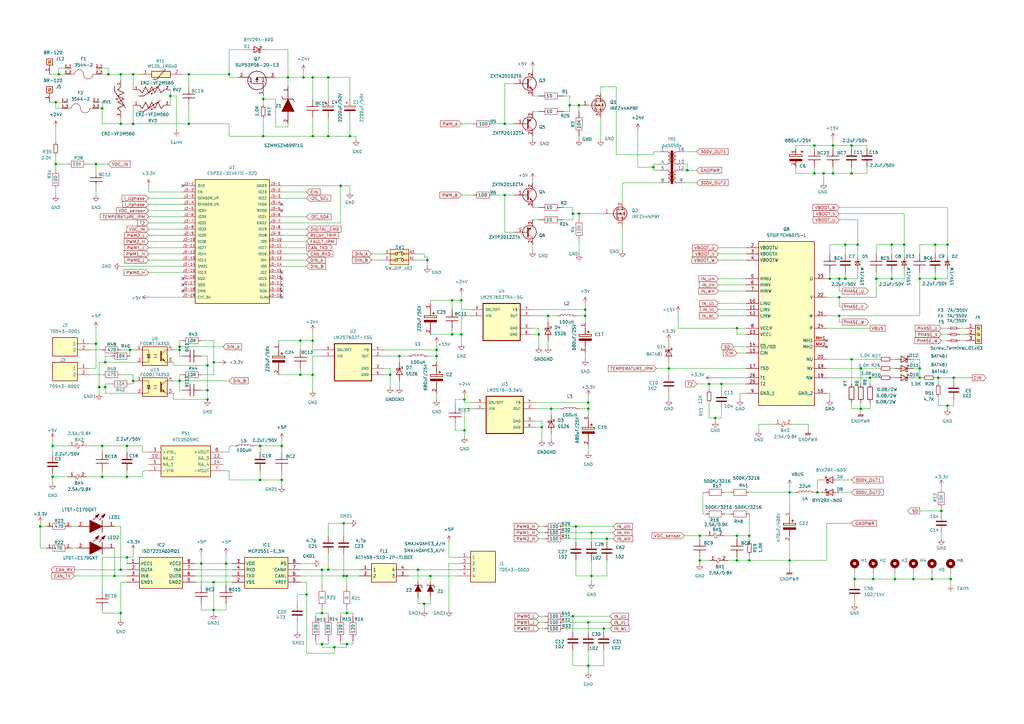
<source format=kicad_sch>
(kicad_sch (version 20231120) (generator "eeschema") (generator_version "8.0")
  (paper "A3")
  (lib_symbols
    (symbol "3544-2_1" (pin_names (offset 1.016))
      (property "Reference" "F2" (at 0 6.35 0))
      (property "Value" "3544-2" (at 0 3.81 0))
      (symbol "3544-2_1_0_0"
        (pin passive line (at -7.62 2.54 0) (length 2.54) (name "~") (number "1_1"))
        (pin passive line (at -7.62 0 0) (length 2.54) (name "~") (number "1_2"))
        (pin passive line (at 7.62 2.54 180) (length 2.54) (name "~") (number "2_1"))
        (pin passive line (at 7.62 0 180) (length 2.54) (name "~") (number "2_2"))
      )
    )
    (symbol "418117270902:418117270902" (pin_names (offset 1.016))
      (property "Reference" "S" (at -5.28 1.24 90))
      (property "Value" "418117270902" (at 4.445 -2.54 90))
      (symbol "418117270902_0_0"
        (pin passive line (at -2.54 -5.08 90) (length 2.54) (name "~") (number "1"))
        (pin passive line (at 0 -5.08 90) (length 2.54) (name "~") (number "2"))
        (pin passive line (at -2.54 7.62 270) (length 2.54) (name "~") (number "A1"))
        (pin passive line (at 0 7.62 270) (length 2.54) (name "~") (number "A2"))
      )
    )
    (symbol "70543-0001:70543-0001"
      (property "Reference" "J" (at 16.51 7.62 0))
      (property "Value" "70543-0001" (at 16.51 5.08 0))
      (symbol "70543-0001_1_1"
        (pin passive line (at 0 0 0) (length 5.08) (name "1") (number "1"))
        (pin passive line (at 0 -2.54 0) (length 5.08) (name "2") (number "2"))
      )
    )
    (symbol "70543-0003:70543-0003"
      (property "Reference" "J1" (at 16.51 -2.5399 0))
      (property "Value" "70543-0003" (at 16.51 -5.0799 0))
      (symbol "70543-0003_1_1"
        (pin passive line (at 0 0 0) (length 5.08) (name "1") (number "1"))
        (pin passive line (at 0 -2.54 0) (length 5.08) (name "2") (number "2"))
        (pin passive line (at 0 -5.08 0) (length 5.08) (name "3") (number "3"))
        (pin passive line (at 0 -7.62 0) (length 5.08) (name "4") (number "4"))
      )
    )
    (symbol "ACT45B-510-2P-TL003:ACT45B-510-2P-TL003"
      (property "Reference" "FL" (at 16.51 7.62 0))
      (property "Value" "ACT45B-510-2P-TL003" (at 16.51 5.08 0))
      (symbol "ACT45B-510-2P-TL003_1_1"
        (pin passive line (at 0 0 0) (length 5.08) (name "1") (number "1"))
        (pin passive line (at 0 -2.54 0) (length 5.08) (name "2") (number "2"))
        (pin passive line (at 20.32 -2.54 180) (length 5.08) (name "3") (number "3"))
        (pin passive line (at 20.32 0 180) (length 5.08) (name "4") (number "4"))
      )
    )
    (symbol "BLM31KN801SH1L:BLM31KN801SH1L" (pin_names hide)
      (property "Reference" "BX1" (at 2.032 3.556 0))
      (property "Value" "BLM31KN801SH1L" (at 0.254 6.35 0))
      (symbol "BLM31KN801SH1L_1_1"
        (pin passive line (at 0 0 0) (length 3.175) (name "1") (number "1"))
        (pin passive line (at 7.62 0 180) (length 3.175) (name "2") (number "2"))
      )
    )
    (symbol "CL21B104KBCNNND_6" (pin_numbers hide) (pin_names hide)
      (property "Reference" "BC1" (at -3.81 -2.54 0))
      (property "Value" "104" (at -2.54 2.54 0))
      (symbol "CL21B104KBCNNND_6_1_1"
        (pin passive line (at 2.54 0 0) (length 2.794) (name "1") (number "1"))
        (pin passive line (at 10.16 0 180) (length 2.794) (name "2") (number "2"))
      )
    )
    (symbol "C_1" (pin_numbers hide) (pin_names (offset 0.254))
      (property "Reference" "C5" (at 3.81 1.27 0))
      (property "Value" "102" (at 3.81 -1.27 0))
      (symbol "C_1_1_1"
        (pin passive line (at 0 3.81 270) (length 2.794) (name "~") (number "1"))
        (pin passive line (at 0 -3.81 90) (length 2.794) (name "~") (number "2"))
      )
    )
    (symbol "Connector:Screw_Terminal_01x01" (pin_names (offset 1.016) hide)
      (property "Reference" "J" (at 0 2.54 0))
      (property "Value" "Screw_Terminal_01x01" (at 0 -2.54 0))
      (symbol "Screw_Terminal_01x01_1_1"
        (pin passive line (at -5.08 0 0) (length 3.81) (name "Pin_1") (number "1"))
      )
    )
    (symbol "Connector:Screw_Terminal_01x03" (pin_names (offset 1.016) hide)
      (property "Reference" "J" (at 0 5.08 0))
      (property "Value" "Screw_Terminal_01x03" (at 0 -5.08 0))
      (symbol "Screw_Terminal_01x03_1_1"
        (pin passive line (at -5.08 2.54 0) (length 3.81) (name "Pin_1") (number "1"))
        (pin passive line (at -5.08 0 0) (length 3.81) (name "Pin_2") (number "2"))
        (pin passive line (at -5.08 -2.54 0) (length 3.81) (name "Pin_3") (number "3"))
      )
    )
    (symbol "Device:C_Polarized" (pin_numbers hide) (pin_names (offset 0.254))
      (property "Reference" "C" (at 0.635 2.54 0))
      (property "Value" "C_Polarized" (at 0.635 -2.54 0))
      (symbol "C_Polarized_1_1"
        (pin passive line (at 0 3.81 270) (length 2.794) (name "~") (number "1"))
        (pin passive line (at 0 -3.81 90) (length 2.794) (name "~") (number "2"))
      )
    )
    (symbol "Device:D_Zener_Small" (pin_numbers hide) (pin_names (offset 0.254) hide)
      (property "Reference" "D" (at 0 2.286 0))
      (property "Value" "D_Zener_Small" (at 0 -2.286 0))
      (symbol "D_Zener_Small_1_1"
        (pin passive line (at -2.54 0 0) (length 1.778) (name "K") (number "1"))
        (pin passive line (at 2.54 0 180) (length 1.778) (name "A") (number "2"))
      )
    )
    (symbol "Device:Fuse_Small" (pin_numbers hide) (pin_names (offset 0.254) hide)
      (property "Reference" "F" (at 0 -1.524 0))
      (property "Value" "Fuse_Small" (at 0 1.524 0))
      (symbol "Fuse_Small_1_1"
        (pin passive line (at -2.54 0 0) (length 1.27) (name "~") (number "1"))
        (pin passive line (at 2.54 0 180) (length 1.27) (name "~") (number "2"))
      )
    )
    (symbol "Device:L" (pin_numbers hide) (pin_names (offset 1.016) hide)
      (property "Reference" "L" (at -1.27 0 90))
      (property "Value" "L" (at 1.905 0 90))
      (symbol "L_1_1"
        (pin passive line (at 0 3.81 270) (length 1.27) (name "1") (number "1"))
        (pin passive line (at 0 -3.81 90) (length 1.27) (name "2") (number "2"))
      )
    )
    (symbol "Device:R" (pin_numbers hide) (pin_names (offset 0))
      (property "Reference" "R" (at 2.032 0 90))
      (property "Value" "R" (at 0 0 90))
      (symbol "R_1_1"
        (pin passive line (at 0 3.81 270) (length 1.27) (name "~") (number "1"))
        (pin passive line (at 0 -3.81 90) (length 1.27) (name "~") (number "2"))
      )
    )
    (symbol "Device:R_Small" (pin_numbers hide) (pin_names (offset 0.254) hide)
      (property "Reference" "R" (at 0.762 0.508 0))
      (property "Value" "R_Small" (at 0.762 -1.016 0))
      (symbol "R_Small_1_1"
        (pin passive line (at 0 2.54 270) (length 0.762) (name "~") (number "1"))
        (pin passive line (at 0 -2.54 90) (length 0.762) (name "~") (number "2"))
      )
    )
    (symbol "Diode:1N5822" (pin_numbers hide) (pin_names (offset 1.016) hide)
      (property "Reference" "D" (at 0 2.54 0))
      (property "Value" "1N5822" (at 0 -2.54 0))
      (symbol "1N5822_1_1"
        (pin passive line (at -3.81 0 0) (length 2.54) (name "K") (number "1"))
        (pin passive line (at 3.81 0 180) (length 2.54) (name "A") (number "2"))
      )
    )
    (symbol "ERZ-VF2M560:ERZ-VF2M560" (pin_names (offset 1.016))
      (property "Reference" "RV" (at -5.08 2.54 0))
      (property "Value" "ERZ-VF2M560" (at -5.08 -5.08 0))
      (symbol "ERZ-VF2M560_0_0"
        (pin passive line (at -7.62 0 0) (length 2.54) (name "~") (number "1"))
        (pin passive line (at 7.62 0 180) (length 2.54) (name "~") (number "2"))
      )
    )
    (symbol "Earth_1" (power) (pin_numbers hide) (pin_names (offset 0) hide)
      (property "Value" "Earth" (at 0 -3.81 0))
      (symbol "Earth_1_1_1"
        (pin power_in line (at 0 0 270) (length 0) (name "~") (number "1"))
      )
    )
    (symbol "ISO7221AQDRQ1:ISO7221AQDRQ1"
      (property "Reference" "IC" (at 24.13 7.62 0))
      (property "Value" "ISO7221AQDRQ1" (at 24.13 5.08 0))
      (symbol "ISO7221AQDRQ1_1_1"
        (pin passive line (at 0 0 0) (length 5.08) (name "VCC1") (number "1"))
        (pin passive line (at 0 -2.54 0) (length 5.08) (name "OUTA") (number "2"))
        (pin passive line (at 0 -5.08 0) (length 5.08) (name "INB") (number "3"))
        (pin passive line (at 0 -7.62 0) (length 5.08) (name "GND1") (number "4"))
        (pin passive line (at 27.94 -7.62 180) (length 5.08) (name "GND2") (number "5"))
        (pin passive line (at 27.94 -5.08 180) (length 5.08) (name "OUTB") (number "6"))
        (pin passive line (at 27.94 -2.54 180) (length 5.08) (name "INA") (number "7"))
        (pin passive line (at 27.94 0 180) (length 5.08) (name "VCC2") (number "8"))
      )
    )
    (symbol "Isolator:PC817" (pin_names (offset 1.016))
      (property "Reference" "U" (at -5.08 5.08 0))
      (property "Value" "PC817" (at 0 5.08 0))
      (symbol "PC817_1_1"
        (pin passive line (at -7.62 2.54 0) (length 2.54) (name "~") (number "1"))
        (pin passive line (at -7.62 -2.54 0) (length 2.54) (name "~") (number "2"))
        (pin passive line (at 7.62 -2.54 180) (length 2.54) (name "~") (number "3"))
        (pin passive line (at 7.62 2.54 180) (length 2.54) (name "~") (number "4"))
      )
    )
    (symbol "LTST-C170GKT:LTST-C170GKT" (pin_names hide)
      (property "Reference" "LED" (at 12.7 8.89 0))
      (property "Value" "LTST-C170GKT" (at 12.7 6.35 0))
      (symbol "LTST-C170GKT_1_1"
        (pin passive line (at 0 0 0) (length 2.54) (name "K") (number "1"))
        (pin passive line (at 15.24 0 180) (length 2.54) (name "A") (number "2"))
      )
    )
    (symbol "MAL226099105E3:MAL226099105E3" (pin_names hide)
      (property "Reference" "C" (at 8.89 6.35 0))
      (property "Value" "MAL226099105E3" (at 8.89 3.81 0))
      (symbol "MAL226099105E3_1_1"
        (pin passive line (at 0 0 0) (length 2.54) (name "+") (number "1"))
        (pin passive line (at 12.7 0 180) (length 2.54) (name "-") (number "2"))
      )
    )
    (symbol "MAL226099105E3_1" (pin_names hide)
      (property "Reference" "C6" (at 5.0799 3.81 90))
      (property "Value" "680uF/25V" (at 0.762 -4.572 0))
      (symbol "MAL226099105E3_1_1_1"
        (pin passive line (at 2.54 0 0) (length 2.54) (name "+") (number "1"))
        (pin passive line (at 10.16 0 180) (length 2.54) (name "-") (number "2"))
      )
    )
    (symbol "MCP2551-E_SN:MCP2551-E_SN"
      (property "Reference" "IC1" (at 13.97 7.62 0))
      (property "Value" "MCP2551-E_SN" (at 13.97 5.08 0))
      (symbol "MCP2551-E_SN_1_1"
        (pin passive line (at 0 -5.08 0) (length 5.08) (name "TXD") (number "1"))
        (pin passive line (at 0 -7.62 0) (length 5.08) (name "VSS") (number "2"))
        (pin passive line (at 0 0 0) (length 5.08) (name "VDD") (number "3"))
        (pin passive line (at 0 -2.54 0) (length 5.08) (name "RXD") (number "4"))
        (pin passive line (at 27.94 -7.62 180) (length 5.08) (name "VREF") (number "5"))
        (pin passive line (at 27.94 -5.08 180) (length 5.08) (name "CANL") (number "6"))
        (pin passive line (at 27.94 -2.54 180) (length 5.08) (name "CANH") (number "7"))
        (pin passive line (at 27.94 0 180) (length 5.08) (name "RS") (number "8"))
      )
    )
    (symbol "MS35_1R040:MS35_1R040" (pin_names hide)
      (property "Reference" "RT" (at 13.97 6.35 0))
      (property "Value" "MS35_1R040" (at 13.97 3.81 0))
      (symbol "MS35_1R040_1_1"
        (pin passive line (at 0 0 0) (length 5.08) (name "1") (number "1"))
        (pin passive line (at 17.78 0 180) (length 5.08) (name "2") (number "2"))
      )
    )
    (symbol "Mechanical:MountingHole_Pad" (pin_numbers hide) (pin_names (offset 1.016) hide)
      (property "Reference" "H" (at 0 6.35 0))
      (property "Value" "MountingHole_Pad" (at 0 4.445 0))
      (symbol "MountingHole_Pad_1_1"
        (pin input line (at 0 -2.54 90) (length 2.54) (name "1") (number "1"))
      )
    )
    (symbol "NTE0505MC:NTE0505MC"
      (property "Reference" "PS1" (at 15.24 7.62 0))
      (property "Value" "NTE0505MC" (at 15.24 5.08 0))
      (symbol "NTE0505MC_1_1"
        (pin passive line (at 0 -7.62 0) (length 5.08) (name "-VIN") (number "1"))
        (pin passive line (at 0 -2.54 0) (length 5.08) (name "NA_2") (number "10"))
        (pin passive line (at 30.48 -2.54 180) (length 5.08) (name "NA_3") (number "12"))
        (pin passive line (at 30.48 -5.08 180) (length 5.08) (name "NA_4") (number "14"))
        (pin passive line (at 0 0 0) (length 5.08) (name "+VIN_") (number "3"))
        (pin passive line (at 0 -5.08 0) (length 5.08) (name "NA_1") (number "5"))
        (pin passive line (at 30.48 -7.62 180) (length 5.08) (name "-VOUT") (number "7"))
        (pin passive line (at 30.48 0 180) (length 5.08) (name "+VOUT") (number "8"))
      )
    )
    (symbol "New_Library:IRFZ44N" (pin_names hide)
      (property "Reference" "Q1" (at 6.35 1.27 0))
      (property "Value" "IRFZ44NPBF" (at 6.35 -1.27 0))
      (symbol "IRFZ44N_1_1"
        (pin input line (at -5.08 0 0) (length 2.54) (name "G") (number "1"))
        (pin passive line (at 2.54 5.08 270) (length 2.54) (name "D") (number "2"))
        (pin passive line (at 2.54 -5.08 90) (length 2.54) (name "S") (number "3"))
      )
    )
    (symbol "RC2012F100CS:RC2012F_SQR" (pin_names (offset 1.016))
      (property "Reference" "R13" (at 2.032 -2.286 0))
      (property "Value" "120" (at 2.032 0 0))
      (symbol "RC2012F_SQR_1_0"
        (pin passive line (at -5.08 0 0) (length 2.54) (name "~") (number "1"))
        (pin passive line (at 5.08 0 180) (length 2.54) (name "~") (number "2"))
      )
    )
    (symbol "RC2012F_SQR_1" (pin_numbers hide) (pin_names (offset 1.016) hide)
      (property "Reference" "R13" (at 2.032 -2.286 0))
      (property "Value" "120" (at 2.032 0 0))
      (symbol "RC2012F_SQR_1_1_0"
        (pin passive line (at -5.08 0 0) (length 2.54) (name "~") (number "1"))
        (pin passive line (at 5.08 0 180) (length 2.54) (name "~") (number "2"))
      )
    )
    (symbol "RC2012F_SQR_10" (pin_numbers hide) (pin_names (offset 1.016) hide)
      (property "Reference" "R13" (at 2.032 -2.286 0))
      (property "Value" "120" (at 2.032 0 0))
      (symbol "RC2012F_SQR_10_1_0"
        (pin passive line (at -5.08 0 0) (length 2.54) (name "~") (number "1"))
        (pin passive line (at 5.08 0 180) (length 2.54) (name "~") (number "2"))
      )
    )
    (symbol "RC2012F_SQR_2" (pin_numbers hide) (pin_names (offset 1.016) hide)
      (property "Reference" "R12" (at 1.524 -2.54 0))
      (property "Value" "10K" (at 2.032 0 0))
      (symbol "RC2012F_SQR_2_1_0"
        (pin passive line (at -3.81 0 0) (length 1.27) (name "~") (number "1"))
        (pin passive line (at 3.81 0 180) (length 1.27) (name "~") (number "2"))
      )
    )
    (symbol "RC2012F_SQR_3" (pin_numbers hide) (pin_names (offset 1.016) hide)
      (property "Reference" "R48" (at 2.032 -2.286 0))
      (property "Value" "470" (at 2.032 0 0))
      (symbol "RC2012F_SQR_3_1_0"
        (pin passive line (at -3.81 0 0) (length 1.27) (name "~") (number "1"))
        (pin passive line (at 3.81 0 180) (length 1.27) (name "~") (number "2"))
      )
    )
    (symbol "RC2012F_SQR_4" (pin_numbers hide) (pin_names (offset 1.016) hide)
      (property "Reference" "R48" (at 2.032 -2.286 0))
      (property "Value" "470" (at 2.032 0 0))
      (symbol "RC2012F_SQR_4_1_0"
        (pin passive line (at -3.81 0 0) (length 1.27) (name "~") (number "1"))
        (pin passive line (at 3.81 0 180) (length 1.27) (name "~") (number "2"))
      )
    )
    (symbol "RC2012F_SQR_5" (pin_numbers hide) (pin_names (offset 1.016) hide)
      (property "Reference" "R13" (at 2.032 -2.286 0))
      (property "Value" "120" (at 2.032 0 0))
      (symbol "RC2012F_SQR_5_1_0"
        (pin passive line (at -5.08 0 0) (length 2.54) (name "~") (number "1"))
        (pin passive line (at 5.08 0 180) (length 2.54) (name "~") (number "2"))
      )
    )
    (symbol "RC2012F_SQR_6" (pin_numbers hide) (pin_names (offset 1.016) hide)
      (property "Reference" "R13" (at 2.032 -2.286 0))
      (property "Value" "120" (at 2.032 0 0))
      (symbol "RC2012F_SQR_6_1_0"
        (pin passive line (at -5.08 0 0) (length 2.54) (name "~") (number "1"))
        (pin passive line (at 5.08 0 180) (length 2.54) (name "~") (number "2"))
      )
    )
    (symbol "RC2012F_SQR_7" (pin_numbers hide) (pin_names (offset 1.016) hide)
      (property "Reference" "R13" (at 2.032 -2.286 0))
      (property "Value" "120" (at 2.032 0 0))
      (symbol "RC2012F_SQR_7_1_0"
        (pin passive line (at -5.08 0 0) (length 2.54) (name "~") (number "1"))
        (pin passive line (at 5.08 0 180) (length 2.54) (name "~") (number "2"))
      )
    )
    (symbol "RC2012F_SQR_8" (pin_numbers hide) (pin_names (offset 1.016) hide)
      (property "Reference" "R13" (at 2.032 -2.286 0))
      (property "Value" "120" (at 2.032 0 0))
      (symbol "RC2012F_SQR_8_1_0"
        (pin passive line (at -5.08 0 0) (length 2.54) (name "~") (number "1"))
        (pin passive line (at 5.08 0 180) (length 2.54) (name "~") (number "2"))
      )
    )
    (symbol "RC2012F_SQR_9" (pin_numbers hide) (pin_names (offset 1.016) hide)
      (property "Reference" "R13" (at 2.032 -2.286 0))
      (property "Value" "120" (at 2.032 0 0))
      (symbol "RC2012F_SQR_9_1_0"
        (pin passive line (at -5.08 0 0) (length 2.54) (name "~") (number "1"))
        (pin passive line (at 5.08 0 180) (length 2.54) (name "~") (number "2"))
      )
    )
    (symbol "SMAJ4745AQ-TP:SMAJ4745AQ-TP" (pin_numbers hide) (pin_names hide)
      (property "Reference" "Z2" (at 6.3499 3.81 90))
      (property "Value" "SMAJ40AHE3_A/H" (at 3.81 3.556 90))
      (symbol "SMAJ4745AQ-TP_1_1"
        (pin passive line (at 0 0 0) (length 1.27) (name "K") (number "1"))
        (pin passive line (at 6.35 0 180) (length 1.27) (name "A") (number "2"))
      )
    )
    (symbol "SMAJ4745AQ-TP_1" (pin_numbers hide) (pin_names hide)
      (property "Reference" "Z2" (at 6.3499 3.81 90))
      (property "Value" "SMAJ40AHE3_A/H" (at 3.81 3.556 90))
      (symbol "SMAJ4745AQ-TP_1_1_1"
        (pin passive line (at 0 0 0) (length 1.27) (name "K") (number "1"))
        (pin passive line (at 6.35 0 180) (length 1.27) (name "A") (number "2"))
      )
    )
    (symbol "STGIB20M60TS-L:STGIB20M60TS-L"
      (property "Reference" "Q8" (at 16.51 7.62 0))
      (property "Value" "STGIF7CH60TS-L" (at 16.51 5.08 0))
      (symbol "STGIB20M60TS-L_1_1"
        (pin passive line (at 0 -22.86 0) (length 5.08) (name "LINU") (number "10"))
        (pin passive line (at 0 -25.4 0) (length 5.08) (name "LINV") (number "11"))
        (pin passive line (at 0 -27.94 0) (length 5.08) (name "LINW") (number "12"))
        (pin passive line (at 0 -35.56 0) (length 5.08) (name "VCCL") (number "13"))
        (pin passive line (at 0 -40.64 0) (length 5.08) (name "~{SD}/OD") (number "14"))
        (pin passive line (at 0 -43.18 0) (length 5.08) (name "CIN") (number "15"))
        (pin passive line (at 33.02 -59.69 180) (length 5.08) (name "GND_2") (number "16"))
        (pin passive line (at 0 -49.53 0) (length 5.08) (name "TSO") (number "17"))
        (pin passive line (at 33.02 -53.34 180) (length 5.08) (name "NW") (number "18"))
        (pin passive line (at 33.02 -49.53 180) (length 5.08) (name "NV") (number "19"))
        (pin passive line (at 0 0 0) (length 5.08) (name "VBOOTU") (number "2"))
        (pin passive line (at 33.02 -45.72 180) (length 5.08) (name "NU") (number "20"))
        (pin passive line (at 33.02 -27.94 180) (length 5.08) (name "W") (number "21"))
        (pin passive line (at 33.02 -20.32 180) (length 5.08) (name "V") (number "22"))
        (pin passive line (at 33.02 -12.7 180) (length 5.08) (name "U") (number "23"))
        (pin passive line (at 33.02 -33.02 180) (length 5.08) (name "P") (number "24"))
        (pin passive line (at 0 -55.88 0) (length 5.08) (name "T2") (number "25"))
        (pin passive line (at 0 -53.34 0) (length 5.08) (name "T1") (number "26"))
        (pin passive line (at 0 -2.54 0) (length 5.08) (name "VBOOTV") (number "3"))
        (pin passive line (at 0 -5.08 0) (length 5.08) (name "VBOOTW") (number "4"))
        (pin passive line (at 0 -12.7 0) (length 5.08) (name "HINU") (number "5"))
        (pin passive line (at 0 -15.24 0) (length 5.08) (name "HINV") (number "6"))
        (pin passive line (at 0 -17.78 0) (length 5.08) (name "HINW") (number "7"))
        (pin passive line (at 0 -33.02 0) (length 5.08) (name "VCCH") (number "8"))
        (pin passive line (at 0 -59.69 0) (length 5.08) (name "GND_1") (number "9"))
        (pin passive line (at 33.02 -38.1 180) (length 5.08) (name "MH1") (number "MH1"))
        (pin passive line (at 33.02 -40.64 180) (length 5.08) (name "MH2") (number "MH2"))
      )
    )
    (symbol "SUP53P06-20-E3:SUP53P06-20-E3" (pin_names hide)
      (property "Reference" "Q" (at 11.43 3.81 0))
      (property "Value" "SUP53P06-20-E3" (at 11.43 1.27 0))
      (symbol "SUP53P06-20-E3_1_1"
        (pin passive line (at 0 0 0) (length 2.54) (name "G") (number "1"))
        (pin passive line (at 7.62 10.16 270) (length 2.54) (name "D") (number "2"))
        (pin passive line (at 7.62 -5.08 90) (length 2.54) (name "S") (number "3"))
      )
    )
    (symbol "SZMMSZ4699T1G:SZMMSZ4699T1G" (pin_names hide)
      (property "Reference" "Z" (at 10.16 8.89 0))
      (property "Value" "SZMMSZ4699T1G" (at 10.16 6.35 0))
      (symbol "SZMMSZ4699T1G_1_1"
        (pin passive line (at 0 0 0) (length 2.54) (name "K") (number "1"))
        (pin passive line (at 15.24 0 180) (length 2.54) (name "A") (number "2"))
      )
    )
    (symbol "Transistor_BJT:2SD1047" (pin_names (offset 0) hide)
      (property "Reference" "Q" (at 6.35 1.905 0))
      (property "Value" "2SD1047" (at 6.35 0 0))
      (symbol "2SD1047_1_1"
        (pin input line (at -5.08 0 0) (length 5.08) (name "B") (number "1"))
        (pin passive line (at 2.54 5.08 270) (length 2.54) (name "C") (number "2"))
        (pin passive line (at 2.54 -5.08 90) (length 2.54) (name "E") (number "3"))
      )
    )
    (symbol "Transistor_BJT:BCP51" (pin_names (offset 0) hide)
      (property "Reference" "Q" (at 5.08 1.905 0))
      (property "Value" "BCP51" (at 5.08 0 0))
      (symbol "BCP51_1_1"
        (pin input line (at -5.08 0 0) (length 5.08) (name "B") (number "1"))
        (pin passive line (at 2.54 5.08 270) (length 2.54) (name "C") (number "2"))
        (pin passive line (at 2.54 -5.08 90) (length 2.54) (name "E") (number "3"))
      )
    )
    (symbol "esp32_worm:ESP32-DEVKITC-32D" (pin_names (offset 1.016))
      (property "Reference" "U" (at -15.2572 26.0643 0))
      (property "Value" "ESP32-DEVKITC-32D" (at -15.2563 -27.9698 0))
      (symbol "ESP32-DEVKITC-32D_0_0"
        (pin power_in line (at -20.32 22.86 0) (length 5.08) (name "3V3") (number "J2-1"))
        (pin bidirectional line (at -20.32 0 0) (length 5.08) (name "IO26") (number "J2-10"))
        (pin bidirectional line (at -20.32 -2.54 0) (length 5.08) (name "IO27") (number "J2-11"))
        (pin bidirectional line (at -20.32 -5.08 0) (length 5.08) (name "IO14") (number "J2-12"))
        (pin bidirectional line (at -20.32 -7.62 0) (length 5.08) (name "IO12") (number "J2-13"))
        (pin power_in line (at -20.32 -10.16 0) (length 5.08) (name "GND1") (number "J2-14"))
        (pin bidirectional line (at -20.32 -12.7 0) (length 5.08) (name "IO13") (number "J2-15"))
        (pin bidirectional line (at -20.32 -15.24 0) (length 5.08) (name "SD2") (number "J2-16"))
        (pin bidirectional line (at -20.32 -17.78 0) (length 5.08) (name "SD3") (number "J2-17"))
        (pin bidirectional line (at -20.32 -20.32 0) (length 5.08) (name "CMD") (number "J2-18"))
        (pin power_in line (at -20.32 -22.86 0) (length 5.08) (name "EXT_5V") (number "J2-19"))
        (pin input line (at -20.32 20.32 0) (length 5.08) (name "EN") (number "J2-2"))
        (pin input line (at -20.32 17.78 0) (length 5.08) (name "SENSOR_VP") (number "J2-3"))
        (pin input line (at -20.32 15.24 0) (length 5.08) (name "SENSOR_VN") (number "J2-4"))
        (pin bidirectional line (at -20.32 12.7 0) (length 5.08) (name "IO34") (number "J2-5"))
        (pin bidirectional line (at -20.32 10.16 0) (length 5.08) (name "IO35") (number "J2-6"))
        (pin bidirectional line (at -20.32 7.62 0) (length 5.08) (name "IO32") (number "J2-7"))
        (pin bidirectional line (at -20.32 5.08 0) (length 5.08) (name "IO33") (number "J2-8"))
        (pin bidirectional line (at -20.32 2.54 0) (length 5.08) (name "IO25") (number "J2-9"))
        (pin power_in line (at 20.32 22.86 180) (length 5.08) (name "GND3") (number "J3-1"))
        (pin bidirectional line (at 20.32 0 180) (length 5.08) (name "IO5") (number "J3-10"))
        (pin bidirectional line (at 20.32 -2.54 180) (length 5.08) (name "IO17") (number "J3-11"))
        (pin bidirectional line (at 20.32 -5.08 180) (length 5.08) (name "IO16") (number "J3-12"))
        (pin bidirectional line (at 20.32 -7.62 180) (length 5.08) (name "IO4") (number "J3-13"))
        (pin bidirectional line (at 20.32 -10.16 180) (length 5.08) (name "IO0") (number "J3-14"))
        (pin bidirectional line (at 20.32 -12.7 180) (length 5.08) (name "IO2") (number "J3-15"))
        (pin bidirectional line (at 20.32 -15.24 180) (length 5.08) (name "IO15") (number "J3-16"))
        (pin bidirectional line (at 20.32 -17.78 180) (length 5.08) (name "SD1") (number "J3-17"))
        (pin bidirectional line (at 20.32 -20.32 180) (length 5.08) (name "SD0") (number "J3-18"))
        (pin input clock (at 20.32 -22.86 180) (length 5.08) (name "CLK") (number "J3-19"))
        (pin bidirectional line (at 20.32 20.32 180) (length 5.08) (name "IO23") (number "J3-2"))
        (pin bidirectional line (at 20.32 17.78 180) (length 5.08) (name "IO22") (number "J3-3"))
        (pin output line (at 20.32 15.24 180) (length 5.08) (name "TXD0") (number "J3-4"))
        (pin input line (at 20.32 12.7 180) (length 5.08) (name "RXD0") (number "J3-5"))
        (pin bidirectional line (at 20.32 10.16 180) (length 5.08) (name "IO21") (number "J3-6"))
        (pin power_in line (at 20.32 7.62 180) (length 5.08) (name "GND2") (number "J3-7"))
        (pin bidirectional line (at 20.32 5.08 180) (length 5.08) (name "IO19") (number "J3-8"))
        (pin bidirectional line (at 20.32 2.54 180) (length 5.08) (name "IO18") (number "J3-9"))
      )
    )
    (symbol "lm2576:LM2576D2T-15G" (pin_names (offset 1.016))
      (property "Reference" "U2" (at 0 12.7 0))
      (property "Value" "LM2576D2T-15G" (at 0 10.16 0))
      (symbol "LM2576D2T-15G_0_0"
        (pin input line (at -12.7 2.54 0) (length 5.08) (name "VIN") (number "1"))
        (pin output line (at 12.7 2.54 180) (length 5.08) (name "OUT") (number "2"))
        (pin power_in line (at 12.7 -2.54 180) (length 5.08) (name "GND") (number "3"))
        (pin output line (at 12.7 5.08 180) (length 5.08) (name "FB") (number "4"))
        (pin input line (at -12.7 5.08 0) (length 5.08) (name "ON/OFF") (number "5"))
        (pin power_in line (at 12.7 -5.08 180) (length 5.08) (name "GND") (number "6"))
      )
    )
    (symbol "lm2576:LM2576D2T-5G" (pin_names (offset 1.016))
      (property "Reference" "U4" (at 0 12.7 0))
      (property "Value" "LM2576D2TR4-5G" (at 0 10.16 0))
      (symbol "LM2576D2T-5G_0_0"
        (pin input line (at -12.7 2.54 0) (length 5.08) (name "VIN") (number "1"))
        (pin output line (at 12.7 2.54 180) (length 5.08) (name "OUT") (number "2"))
        (pin power_in line (at 12.7 -2.54 180) (length 5.08) (name "GND") (number "3"))
        (pin output line (at 12.7 5.08 180) (length 5.08) (name "FB") (number "4"))
        (pin input line (at -12.7 5.08 0) (length 5.08) (name "ON/OFF") (number "5"))
        (pin power_in line (at 12.7 -5.08 180) (length 5.08) (name "GND") (number "6"))
      )
    )
    (symbol "lm2576:LM2576S-3.3" (pin_names (offset 1.016))
      (property "Reference" "U3" (at 0 12.7 0))
      (property "Value" "LM2576-3.3WU" (at 0 10.16 0))
      (symbol "LM2576S-3.3_0_0"
        (pin input line (at -12.7 2.54 0) (length 5.08) (name "VIN") (number "1"))
        (pin output line (at 12.7 2.54 180) (length 5.08) (name "OUT") (number "2"))
        (pin power_in line (at 12.7 -2.54 180) (length 5.08) (name "GND") (number "3"))
        (pin output line (at 12.7 5.08 180) (length 5.08) (name "FB") (number "4"))
        (pin input line (at -12.7 5.08 0) (length 5.08) (name "ON/OFF") (number "5"))
        (pin power_in line (at 12.7 -5.08 180) (length 5.08) (name "GND") (number "6"))
      )
    )
    (symbol "power:+15V" (power) (pin_names (offset 0))
      (property "Value" "+15V" (at 0 3.556 0))
      (symbol "+15V_1_1"
        (pin power_in line (at 0 0 90) (length 0) hide (name "+15V") (number "1"))
      )
    )
    (symbol "power:+24V" (power) (pin_names (offset 0))
      (property "Value" "+24V" (at 0 3.556 0))
      (symbol "+24V_1_1"
        (pin power_in line (at 0 0 90) (length 0) hide (name "+24V") (number "1"))
      )
    )
    (symbol "power:+3.3V" (power) (pin_names (offset 0))
      (property "Value" "+3.3V" (at 0 3.556 0))
      (symbol "+3.3V_1_1"
        (pin power_in line (at 0 0 90) (length 0) hide (name "+3.3V") (number "1"))
      )
    )
    (symbol "power:+5P" (power) (pin_names (offset 0))
      (property "Value" "+5P" (at 0 3.556 0))
      (symbol "+5P_1_1"
        (pin power_in line (at 0 0 90) (length 0) hide (name "+5P") (number "1"))
      )
    )
    (symbol "power:+5V" (power) (pin_names (offset 0))
      (property "Value" "+5V" (at 0 3.556 0))
      (symbol "+5V_1_1"
        (pin power_in line (at 0 0 90) (length 0) hide (name "+5V") (number "1"))
      )
    )
    (symbol "power:Earth" (power) (pin_names (offset 0))
      (symbol "Earth_1_1"
        (pin power_in line (at 0 0 270) (length 0) hide (name "Earth") (number "1"))
      )
    )
    (symbol "power:GND" (power) (pin_names (offset 0))
      (property "Value" "GND" (at 0 -3.81 0))
      (symbol "GND_1_1"
        (pin power_in line (at 0 0 270) (length 0) hide (name "GND") (number "1"))
      )
    )
    (symbol "power:GND1" (power) (pin_names (offset 0))
      (property "Value" "GND1" (at 0 -3.81 0))
      (symbol "GND1_1_1"
        (pin power_in line (at 0 0 270) (length 0) hide (name "GND1") (number "1"))
      )
    )
    (symbol "power:GND2" (power) (pin_names (offset 0))
      (property "Value" "GND2" (at 0 -3.81 0))
      (symbol "GND2_1_1"
        (pin power_in line (at 0 0 270) (length 0) hide (name "GND2") (number "1"))
      )
    )
    (symbol "power:GNDPWR" (power) (pin_names (offset 0))
      (property "Value" "GNDPWR" (at 0 -3.302 0))
      (symbol "GNDPWR_1_1"
        (pin power_in line (at 0 0 270) (length 0) hide (name "GNDPWR") (number "1"))
      )
    )
    (symbol "power:VBUS" (power) (pin_names (offset 0))
      (property "Value" "VBUS" (at 0 3.81 0))
      (symbol "VBUS_1_1"
        (pin power_in line (at 0 0 90) (length 0) hide (name "VBUS") (number "1"))
      )
    )
    (symbol "pq5050:pq5050v" (pin_numbers hide) (pin_names (offset 0))
      (property "Reference" "TR1" (at 0 12.7 0))
      (property "Value" "pq5050v" (at 0 10.16 0))
      (symbol "pq5050v_1_1"
        (pin passive line (at -5.08 7.62 0) (length 2.54) (name "1") (number "1"))
        (pin passive line (at 5.08 0 180) (length 2.54) (name "12") (number "12"))
        (pin passive line (at 5.08 2.54 180) (length 2.54) (name "13") (number "13"))
        (pin passive line (at 5.08 7.62 180) (length 2.54) (name "16") (number "16"))
        (pin passive line (at -5.08 2.54 0) (length 2.54) (name "4") (number "4"))
        (pin passive line (at -5.08 0 0) (length 2.54) (name "5") (number "5"))
        (pin passive line (at -5.08 -5.08 0) (length 2.54) (name "8") (number "8"))
        (pin passive line (at 5.08 -5.08 180) (length 2.54) (name "9") (number "9"))
      )
    )
  )
  (junction (at 21.59 182.88))
  (junction (at 344.17 121.92))
  (junction (at 139.7 76.2))
  (junction (at 171.45 233.68))
  (junction (at 87.63 148.59))
  (junction (at 240.03 127))
  (junction (at 358.14 237.49))
  (junction (at 374.65 237.49))
  (junction (at 134.62 31.75))
  (junction (at 323.85 201.93))
  (junction (at 54.61 156.21))
  (junction (at 359.41 114.3))
  (junction (at 337.82 71.12))
  (junction (at 241.3 255.27))
  (junction (at 43.18 148.59))
  (junction (at 41.91 44.45))
  (junction (at 39.37 67.31))
  (junction (at 85.09 163.83))
  (junction (at 125.73 243.84))
  (junction (at 54.61 30.48))
  (junction (at 353.06 167.64))
  (junction (at 190.5 176.53))
  (junction (at 190.5 163.83))
  (junction (at 349.25 59.69))
  (junction (at 115.57 182.88))
  (junction (at 140.97 214.63))
  (junction (at 179.07 143.51))
  (junction (at 124.46 31.75))
  (junction (at 384.81 154.94))
  (junction (at 353.06 151.13))
  (junction (at 335.28 201.93))
  (junction (at 307.34 229.87))
  (junction (at 344.17 129.54))
  (junction (at 77.47 30.48))
  (junction (at 73.66 143.51))
  (junction (at 52.07 228.6))
  (junction (at 302.26 229.87))
  (junction (at 128.27 153.67))
  (junction (at 43.18 158.75))
  (junction (at 388.62 100.33))
  (junction (at 49.53 233.68))
  (junction (at 334.01 71.12))
  (junction (at 386.08 209.55))
  (junction (at 40.64 158.75))
  (junction (at 52.07 195.58))
  (junction (at 87.63 238.76))
  (junction (at 142.24 251.46))
  (junction (at 377.19 151.13))
  (junction (at 241.3 167.64))
  (junction (at 85.09 149.86))
  (junction (at 233.68 43.18))
  (junction (at 236.22 215.9))
  (junction (at 175.26 106.68))
  (junction (at 302.26 134.62))
  (junction (at 224.79 129.54))
  (junction (at 52.07 182.88))
  (junction (at 389.89 237.49))
  (junction (at 349.25 71.12))
  (junction (at 107.95 55.88))
  (junction (at 41.91 195.58))
  (junction (at 54.61 50.8))
  (junction (at 377.19 154.94))
  (junction (at 128.27 139.7))
  (junction (at 247.65 257.81))
  (junction (at 173.99 247.65))
  (junction (at 341.63 71.12))
  (junction (at 115.57 196.85))
  (junction (at 220.98 137.16))
  (junction (at 234.95 252.73))
  (junction (at 140.97 236.22))
  (junction (at 237.49 87.63))
  (junction (at 92.71 231.14))
  (junction (at 143.51 55.88))
  (junction (at 293.37 171.45))
  (junction (at 142.24 264.16))
  (junction (at 226.06 167.64))
  (junction (at 207.01 50.8))
  (junction (at 365.76 114.3))
  (junction (at 241.3 165.1))
  (junction (at 382.27 237.49))
  (junction (at 391.16 154.94))
  (junction (at 16.51 215.9))
  (junction (at 350.52 237.49))
  (junction (at 163.83 146.05))
  (junction (at 73.66 156.21))
  (junction (at 49.53 251.46))
  (junction (at 137.16 265.43))
  (junction (at 287.02 229.87))
  (junction (at 123.19 139.7))
  (junction (at 346.71 114.3))
  (junction (at 377.19 114.3))
  (junction (at 41.91 182.88))
  (junction (at 267.97 68.58))
  (junction (at 123.19 153.67))
  (junction (at 185.42 123.19))
  (junction (at 237.49 43.18))
  (junction (at 274.32 151.13))
  (junction (at 49.53 30.48))
  (junction (at 307.34 219.71))
  (junction (at 107.95 40.64))
  (junction (at 234.95 87.63))
  (junction (at 132.08 251.46))
  (junction (at 189.23 137.16))
  (junction (at 189.23 123.19))
  (junction (at 383.54 114.3))
  (junction (at 365.76 100.33))
  (junction (at 179.07 146.05))
  (junction (at 346.71 100.33))
  (junction (at 367.03 237.49))
  (junction (at 132.08 233.68))
  (junction (at 240.03 129.54))
  (junction (at 44.45 30.48))
  (junction (at 85.09 160.02))
  (junction (at 134.62 55.88))
  (junction (at 242.57 218.44))
  (junction (at 248.92 220.98))
  (junction (at 207.01 80.01))
  (junction (at 24.13 30.48))
  (junction (at 334.01 59.69))
  (junction (at 106.68 182.88))
  (junction (at 132.08 264.16))
  (junction (at 281.94 69.85))
  (junction (at 351.79 100.33))
  (junction (at 185.42 137.16))
  (junction (at 356.87 154.94))
  (junction (at 383.54 100.33))
  (junction (at 118.11 31.75))
  (junction (at 128.27 55.88))
  (junction (at 290.83 157.48))
  (junction (at 128.27 31.75))
  (junction (at 295.91 157.48))
  (junction (at 82.55 231.14))
  (junction (at 22.86 41.91))
  (junction (at 323.85 229.87))
  (junction (at 344.17 114.3))
  (junction (at 349.25 147.32))
  (junction (at 73.66 142.24))
  (junction (at 77.47 50.8))
  (junction (at 287.02 219.71))
  (junction (at 46.99 236.22))
  (junction (at 160.02 153.67))
  (junction (at 241.3 273.05))
  (junction (at 53.34 143.51))
  (junction (at 39.37 140.97))
  (junction (at 21.59 195.58))
  (junction (at 87.63 250.19))
  (junction (at 134.62 233.68))
  (junction (at 242.57 236.22))
  (junction (at 340.36 114.3))
  (junction (at 22.86 67.31))
  (junction (at 69.85 39.37))
  (junction (at 341.63 59.69))
  (junction (at 302.26 219.71))
  (junction (at 142.24 236.22))
  (junction (at 222.25 175.26))
  (junction (at 49.53 50.8))
  (junction (at 388.62 166.37))
  (junction (at 106.68 196.85))
  (junction (at 370.84 100.33))
  (junction (at 176.53 236.22))
  (junction (at 93.98 30.48))
  (no_connect (at 115.57 111.76))
  (no_connect (at 339.09 139.7))
  (no_connect (at 115.57 121.92))
  (no_connect (at 115.57 86.36))
  (no_connect (at 74.93 119.38))
  (no_connect (at 115.57 114.3))
  (no_connect (at 339.09 142.24))
  (no_connect (at 74.93 116.84))
  (no_connect (at 115.57 119.38))
  (no_connect (at 74.93 114.3))
  (no_connect (at 115.57 83.82))
  (no_connect (at 115.57 116.84))
  (no_connect (at 74.93 76.2))
  (wire (pts (xy 341.63 68.58) (xy 341.63 71.12)))
  (wire (pts (xy 140.97 214.63) (xy 140.97 219.71)))
  (wire (pts (xy 391.16 163.83) (xy 391.16 166.37)))
  (wire (pts (xy 391.16 154.94) (xy 398.78 154.94)))
  (wire (pts (xy 82.55 231.14) (xy 82.55 240.03)))
  (wire (pts (xy 41.91 182.88) (xy 52.07 182.88)))
  (wire (pts (xy 339.09 151.13) (xy 353.06 151.13)))
  (wire (pts (xy 107.95 39.37) (xy 107.95 40.64)))
  (wire (pts (xy 44.45 30.48) (xy 49.53 30.48)))
  (wire (pts (xy 139.7 76.2) (xy 143.51 76.2)))
  (wire (pts (xy 293.37 171.45) (xy 295.91 171.45)))
  (wire (pts (xy 71.12 163.83) (xy 71.12 161.29)))
  (wire (pts (xy 41.91 27.94) (xy 44.45 27.94)))
  (wire (pts (xy 144.78 262.89) (xy 144.78 264.16)))
  (wire (pts (xy 233.68 43.18) (xy 233.68 45.72)))
  (wire (pts (xy 123.19 139.7) (xy 128.27 139.7)))
  (wire (pts (xy 349.25 147.32) (xy 349.25 157.48)))
  (wire (pts (xy 287.02 219.71) (xy 287.02 220.98)))
  (wire (pts (xy 207.01 80.01) (xy 207.01 95.25)))
  (wire (pts (xy 118.11 20.32) (xy 118.11 31.75)))
  (wire (pts (xy 106.68 182.88) (xy 115.57 182.88)))
  (wire (pts (xy 189.23 50.8) (xy 194.31 50.8)))
  (wire (pts (xy 118.11 31.75) (xy 124.46 31.75)))
  (wire (pts (xy 87.63 250.19) (xy 87.63 251.46)))
  (wire (pts (xy 339.09 129.54) (xy 344.17 129.54)))
  (wire (pts (xy 163.83 156.21) (xy 163.83 158.75)))
  (wire (pts (xy 49.53 251.46) (xy 41.91 251.46)))
  (wire (pts (xy 297.18 201.93) (xy 299.72 201.93)))
  (wire (pts (xy 267.97 68.58) (xy 267.97 69.85)))
  (wire (pts (xy 241.3 266.7) (xy 241.3 273.05)))
  (wire (pts (xy 54.61 43.18) (xy 54.61 50.8)))
  (wire (pts (xy 93.98 193.04) (xy 93.98 196.85)))
  (wire (pts (xy 43.18 158.75) (xy 40.64 158.75)))
  (wire (pts (xy 132.08 251.46) (xy 134.62 251.46)))
  (wire (pts (xy 220.98 134.62) (xy 220.98 137.16)))
  (wire (pts (xy 344.17 125.73) (xy 345.44 125.73)))
  (wire (pts (xy 173.99 105.41) (xy 173.99 104.14)))
  (wire (pts (xy 185.42 123.19) (xy 189.23 123.19)))
  (wire (pts (xy 344.17 85.09) (xy 388.62 85.09)))
  (wire (pts (xy 115.57 96.52) (xy 125.73 96.52)))
  (wire (pts (xy 388.62 166.37) (xy 388.62 167.64)))
  (wire (pts (xy 54.61 228.6) (xy 52.07 228.6)))
  (wire (pts (xy 233.68 43.18) (xy 237.49 43.18)))
  (wire (pts (xy 294.64 116.84) (xy 306.07 116.84)))
  (wire (pts (xy 220.98 252.73) (xy 223.52 252.73)))
  (wire (pts (xy 115.57 91.44) (xy 139.7 91.44)))
  (wire (pts (xy 341.63 57.15) (xy 341.63 59.69)))
  (wire (pts (xy 302.26 228.6) (xy 302.26 229.87)))
  (wire (pts (xy 115.57 99.06) (xy 125.73 99.06)))
  (wire (pts (xy 231.14 45.72) (xy 233.68 45.72)))
  (wire (pts (xy 339.09 154.94) (xy 356.87 154.94)))
  (wire (pts (xy 242.57 218.44) (xy 242.57 222.25)))
  (wire (pts (xy 231.14 85.09) (xy 234.95 85.09)))
  (wire (pts (xy 302.26 144.78) (xy 306.07 144.78)))
  (wire (pts (xy 295.91 157.48) (xy 295.91 160.02)))
  (wire (pts (xy 60.96 96.52) (xy 74.93 96.52)))
  (wire (pts (xy 367.03 234.95) (xy 367.03 237.49)))
  (wire (pts (xy 142.24 236.22) (xy 142.24 240.03)))
  (wire (pts (xy 336.55 196.85) (xy 335.28 196.85)))
  (wire (pts (xy 261.62 68.58) (xy 267.97 68.58)))
  (wire (pts (xy 384.81 166.37) (xy 388.62 166.37)))
  (wire (pts (xy 386.08 208.28) (xy 386.08 209.55)))
  (wire (pts (xy 386.08 139.7) (xy 388.62 139.7)))
  (wire (pts (xy 201.93 80.01) (xy 207.01 80.01)))
  (wire (pts (xy 340.36 104.14) (xy 340.36 100.33)))
  (wire (pts (xy 339.09 134.62) (xy 356.87 134.62)))
  (wire (pts (xy 326.39 71.12) (xy 334.01 71.12)))
  (wire (pts (xy 49.53 233.68) (xy 49.53 215.9)))
  (wire (pts (xy 77.47 43.18) (xy 77.47 50.8)))
  (wire (pts (xy 252.73 35.56) (xy 246.38 35.56)))
  (wire (pts (xy 132.08 264.16) (xy 134.62 264.16)))
  (wire (pts (xy 326.39 59.69) (xy 334.01 59.69)))
  (wire (pts (xy 287.02 229.87) (xy 290.83 229.87)))
  (wire (pts (xy 218.44 85.09) (xy 220.98 85.09)))
  (wire (pts (xy 280.67 67.31) (xy 281.94 67.31)))
  (wire (pts (xy 231.14 215.9) (xy 236.22 215.9)))
  (wire (pts (xy 134.62 55.88) (xy 143.51 55.88)))
  (wire (pts (xy 115.57 180.34) (xy 115.57 182.88)))
  (wire (pts (xy 340.36 100.33) (xy 346.71 100.33)))
  (wire (pts (xy 41.91 182.88) (xy 41.91 185.42)))
  (wire (pts (xy 187.96 233.68) (xy 171.45 233.68)))
  (wire (pts (xy 184.15 222.25) (xy 184.15 228.6)))
  (wire (pts (xy 349.25 165.1) (xy 349.25 167.64)))
  (wire (pts (xy 85.09 160.02) (xy 85.09 163.83)))
  (wire (pts (xy 349.25 68.58) (xy 349.25 71.12)))
  (wire (pts (xy 39.37 67.31) (xy 44.45 67.31)))
  (wire (pts (xy 123.19 231.14) (xy 128.27 231.14)))
  (wire (pts (xy 289.56 201.93) (xy 288.29 201.93)))
  (wire (pts (xy 60.96 111.76) (xy 74.93 111.76)))
  (wire (pts (xy 40.64 148.59) (xy 43.18 148.59)))
  (wire (pts (xy 218.44 45.72) (xy 220.98 45.72)))
  (wire (pts (xy 359.41 111.76) (xy 359.41 114.3)))
  (wire (pts (xy 58.42 185.42) (xy 58.42 182.88)))
  (wire (pts (xy 341.63 59.69) (xy 349.25 59.69)))
  (wire (pts (xy 24.13 30.48) (xy 24.13 27.94)))
  (wire (pts (xy 179.07 146.05) (xy 179.07 148.59)))
  (wire (pts (xy 388.62 166.37) (xy 391.16 166.37)))
  (wire (pts (xy 355.6 59.69) (xy 355.6 60.96)))
  (wire (pts (xy 302.26 134.62) (xy 302.26 137.16)))
  (wire (pts (xy 224.79 129.54) (xy 224.79 132.08)))
  (wire (pts (xy 365.76 111.76) (xy 365.76 114.3)))
  (wire (pts (xy 173.99 247.65) (xy 173.99 250.19)))
  (wire (pts (xy 391.16 154.94) (xy 391.16 156.21)))
  (wire (pts (xy 132.08 265.43) (xy 137.16 265.43)))
  (wire (pts (xy 82.55 247.65) (xy 82.55 250.19)))
  (wire (pts (xy 74.93 30.48) (xy 77.47 30.48)))
  (wire (pts (xy 134.62 48.26) (xy 134.62 55.88)))
  (wire (pts (xy 383.54 114.3) (xy 388.62 114.3)))
  (wire (pts (xy 118.11 50.8) (xy 118.11 52.07)))
  (wire (pts (xy 189.23 129.54) (xy 193.04 129.54)))
  (wire (pts (xy 60.96 88.9) (xy 74.93 88.9)))
  (wire (pts (xy 87.63 148.59) (xy 87.63 139.7)))
  (wire (pts (xy 323.85 229.87) (xy 339.09 229.87)))
  (wire (pts (xy 236.22 229.87) (xy 236.22 236.22)))
  (wire (pts (xy 224.79 129.54) (xy 228.6 129.54)))
  (wire (pts (xy 39.37 77.47) (xy 39.37 80.01)))
  (wire (pts (xy 207.01 34.29) (xy 207.01 50.8)))
  (wire (pts (xy 388.62 85.09) (xy 388.62 100.33)))
  (wire (pts (xy 21.59 186.69) (xy 21.59 182.88)))
  (wire (pts (xy 46.99 236.22) (xy 52.07 236.22)))
  (wire (pts (xy 54.61 153.67) (xy 54.61 156.21)))
  (wire (pts (xy 128.27 139.7) (xy 128.27 143.51)))
  (wire (pts (xy 41.91 193.04) (xy 41.91 195.58)))
  (wire (pts (xy 190.5 179.07) (xy 190.5 176.53)))
  (wire (pts (xy 128.27 55.88) (xy 134.62 55.88)))
  (wire (pts (xy 53.34 143.51) (xy 53.34 146.05)))
  (wire (pts (xy 60.96 91.44) (xy 74.93 91.44)))
  (wire (pts (xy 231.14 252.73) (xy 234.95 252.73)))
  (wire (pts (xy 220.98 220.98) (xy 223.52 220.98)))
  (wire (pts (xy 80.01 236.22) (xy 95.25 236.22)))
  (wire (pts (xy 241.3 273.05) (xy 241.3 275.59)))
  (wire (pts (xy 128.27 143.51) (xy 132.08 143.51)))
  (wire (pts (xy 290.83 171.45) (xy 293.37 171.45)))
  (wire (pts (xy 175.26 106.68) (xy 170.18 106.68)))
  (wire (pts (xy 157.48 106.68) (xy 152.4 106.68)))
  (wire (pts (xy 288.29 201.93) (xy 288.29 210.82)))
  (wire (pts (xy 128.27 146.05) (xy 132.08 146.05)))
  (wire (pts (xy 349.25 59.69) (xy 349.25 60.96)))
  (wire (pts (xy 52.07 195.58) (xy 58.42 195.58)))
  (wire (pts (xy 349.25 167.64) (xy 353.06 167.64)))
  (wire (pts (xy 382.27 234.95) (xy 382.27 237.49)))
  (wire (pts (xy 115.57 193.04) (xy 115.57 196.85)))
  (wire (pts (xy 157.48 146.05) (xy 163.83 146.05)))
  (wire (pts (xy 41.91 41.91) (xy 41.91 44.45)))
  (wire (pts (xy 73.66 143.51) (xy 73.66 142.24)))
  (wire (pts (xy 365.76 100.33) (xy 370.84 100.33)))
  (wire (pts (xy 167.64 233.68) (xy 171.45 233.68)))
  (wire (pts (xy 106.68 196.85) (xy 115.57 196.85)))
  (wire (pts (xy 365.76 100.33) (xy 365.76 104.14)))
  (wire (pts (xy 19.05 224.79) (xy 16.51 224.79)))
  (wire (pts (xy 231.14 90.17) (xy 234.95 90.17)))
  (wire (pts (xy 389.89 237.49) (xy 389.89 240.03)))
  (wire (pts (xy 339.09 147.32) (xy 349.25 147.32)))
  (wire (pts (xy 236.22 215.9) (xy 251.46 215.9)))
  (wire (pts (xy 281.94 67.31) (xy 281.94 69.85)))
  (wire (pts (xy 248.92 236.22) (xy 242.57 236.22)))
  (wire (pts (xy 30.48 236.22) (xy 46.99 236.22)))
  (wire (pts (xy 307.34 201.93) (xy 323.85 201.93)))
  (wire (pts (xy 123.19 151.13) (xy 123.19 153.67)))
  (wire (pts (xy 69.85 39.37) (xy 69.85 43.18)))
  (wire (pts (xy 353.06 151.13) (xy 353.06 157.48)))
  (wire (pts (xy 175.26 105.41) (xy 175.26 106.68)))
  (wire (pts (xy 218.44 73.66) (xy 218.44 74.93)))
  (wire (pts (xy 240.03 144.78) (xy 240.03 147.32)))
  (wire (pts (xy 294.64 119.38) (xy 306.07 119.38)))
  (wire (pts (xy 241.3 167.64) (xy 237.49 167.64)))
  (wire (pts (xy 325.12 173.99) (xy 331.47 173.99)))
  (wire (pts (xy 231.14 218.44) (xy 242.57 218.44)))
  (wire (pts (xy 374.65 147.32) (xy 377.19 147.32)))
  (wire (pts (xy 22.86 63.5) (xy 22.86 67.31)))
  (wire (pts (xy 359.41 100.33) (xy 365.76 100.33)))
  (wire (pts (xy 123.19 139.7) (xy 123.19 143.51)))
  (wire (pts (xy 226.06 167.64) (xy 226.06 170.18)))
  (wire (pts (xy 344.17 129.54) (xy 377.19 129.54)))
  (wire (pts (xy 93.98 196.85) (xy 106.68 196.85)))
  (wire (pts (xy 163.83 146.05) (xy 167.64 146.05)))
  (wire (pts (xy 237.49 43.18) (xy 237.49 45.72)))
  (wire (pts (xy 39.37 140.97) (xy 36.83 140.97)))
  (wire (pts (xy 121.92 247.65) (xy 121.92 243.84)))
  (wire (pts (xy 21.59 194.31) (xy 21.59 195.58)))
  (wire (pts (xy 307.34 210.82) (xy 307.34 219.71)))
  (wire (pts (xy 350.52 234.95) (xy 350.52 237.49)))
  (wire (pts (xy 143.51 55.88) (xy 146.05 55.88)))
  (wire (pts (xy 160.02 151.13) (xy 160.02 153.67)))
  (wire (pts (xy 344.17 121.92) (xy 344.17 125.73)))
  (wire (pts (xy 386.08 209.55) (xy 386.08 210.82)))
  (wire (pts (xy 231.14 257.81) (xy 247.65 257.81)))
  (wire (pts (xy 115.57 78.74) (xy 125.73 78.74)))
  (wire (pts (xy 128.27 48.26) (xy 128.27 55.88)))
  (wire (pts (xy 87.63 238.76) (xy 87.63 250.19)))
  (wire (pts (xy 187.96 231.14) (xy 184.15 231.14)))
  (wire (pts (xy 176.53 236.22) (xy 187.96 236.22)))
  (wire (pts (xy 82.55 139.7) (xy 87.63 139.7)))
  (wire (pts (xy 163.83 146.05) (xy 163.83 148.59)))
  (wire (pts (xy 35.56 195.58) (xy 41.91 195.58)))
  (wire (pts (xy 346.71 100.33) (xy 351.79 100.33)))
  (wire (pts (xy 340.36 114.3) (xy 344.17 114.3)))
  (wire (pts (xy 125.73 267.97) (xy 137.16 267.97)))
  (wire (pts (xy 134.62 31.75) (xy 143.51 31.75)))
  (wire (pts (xy 49.53 143.51) (xy 53.34 143.51)))
  (wire (pts (xy 73.66 156.21) (xy 93.98 156.21)))
  (wire (pts (xy 383.54 100.33) (xy 388.62 100.33)))
  (wire (pts (xy 29.21 224.79) (xy 31.75 224.79)))
  (wire (pts (xy 73.66 139.7) (xy 74.93 139.7)))
  (wire (pts (xy 189.23 123.19) (xy 189.23 127)))
  (wire (pts (xy 278.13 134.62) (xy 302.26 134.62)))
  (wire (pts (xy 144.78 251.46) (xy 144.78 252.73)))
  (wire (pts (xy 370.84 87.63) (xy 370.84 100.33)))
  (wire (pts (xy 255.27 74.93) (xy 255.27 82.55)))
  (wire (pts (xy 107.95 48.26) (xy 107.95 55.88)))
  (wire (pts (xy 377.19 209.55) (xy 386.08 209.55)))
  (wire (pts (xy 123.19 236.22) (xy 140.97 236.22)))
  (wire (pts (xy 218.44 27.94) (xy 218.44 29.21)))
  (wire (pts (xy 71.12 149.86) (xy 85.09 149.86)))
  (wire (pts (xy 72.39 39.37) (xy 72.39 53.34)))
  (wire (pts (xy 356.87 154.94) (xy 360.68 154.94)))
  (wire (pts (xy 73.66 156.21) (xy 73.66 153.67)))
  (wire (pts (xy 234.95 85.09) (xy 234.95 87.63)))
  (wire (pts (xy 344.17 90.17) (xy 351.79 90.17)))
  (wire (pts (xy 234.95 87.63) (xy 234.95 90.17)))
  (wire (pts (xy 60.96 193.04) (xy 58.42 193.04)))
  (wire (pts (xy 267.97 69.85) (xy 270.51 69.85)))
  (wire (pts (xy 60.96 93.98) (xy 74.93 93.98)))
  (wire (pts (xy 179.07 140.97) (xy 179.07 143.51)))
  (wire (pts (xy 121.92 255.27) (xy 121.92 259.08)))
  (wire (pts (xy 220.98 255.27) (xy 223.52 255.27)))
  (wire (pts (xy 173.99 247.65) (xy 176.53 247.65)))
  (wire (pts (xy 60.96 83.82) (xy 74.93 83.82)))
  (wire (pts (xy 77.47 30.48) (xy 77.47 35.56)))
  (wire (pts (xy 295.91 167.64) (xy 295.91 171.45)))
  (wire (pts (xy 218.44 55.88) (xy 218.44 57.15)))
  (wire (pts (xy 231.14 39.37) (xy 233.68 39.37)))
  (wire (pts (xy 41.91 195.58) (xy 52.07 195.58)))
  (wire (pts (xy 139.7 252.73) (xy 139.7 251.46)))
  (wire (pts (xy 142.24 264.16) (xy 142.24 265.43)))
  (wire (pts (xy 292.1 154.94) (xy 306.07 154.94)))
  (wire (pts (xy 255.27 92.71) (xy 255.27 102.87)))
  (wire (pts (xy 91.44 185.42) (xy 93.98 185.42)))
  (wire (pts (xy 186.69 166.37) (xy 186.69 163.83)))
  (wire (pts (xy 220.98 257.81) (xy 223.52 257.81)))
  (wire (pts (xy 189.23 140.97) (xy 189.23 137.16)))
  (wire (pts (xy 302.26 134.62) (xy 306.07 134.62)))
  (wire (pts (xy 388.62 110.49) (xy 388.62 114.3)))
  (wire (pts (xy 115.57 101.6) (xy 125.73 101.6)))
  (wire (pts (xy 234.95 252.73) (xy 250.19 252.73)))
  (wire (pts (xy 55.88 148.59) (xy 43.18 148.59)))
  (wire (pts (xy 237.49 87.63) (xy 237.49 88.9)))
  (wire (pts (xy 115.57 88.9) (xy 125.73 88.9)))
  (wire (pts (xy 349.25 59.69) (xy 355.6 59.69)))
  (wire (pts (xy 339.09 214.63) (xy 339.09 229.87)))
  (wire (pts (xy 52.07 193.04) (xy 52.07 195.58)))
  (wire (pts (xy 176.53 238.76) (xy 176.53 236.22)))
  (wire (pts (xy 125.73 243.84) (xy 125.73 267.97)))
  (wire (pts (xy 124.46 31.75) (xy 128.27 31.75)))
  (wire (pts (xy 60.96 99.06) (xy 74.93 99.06)))
  (wire (pts (xy 82.55 231.14) (xy 92.71 231.14)))
  (wire (pts (xy 29.21 215.9) (xy 31.75 215.9)))
  (wire (pts (xy 377.19 154.94) (xy 378.46 154.94)))
  (wire (pts (xy 44.45 27.94) (xy 44.45 30.48)))
  (wire (pts (xy 49.53 50.8) (xy 54.61 50.8)))
  (wire (pts (xy 248.92 229.87) (xy 248.92 236.22)))
  (wire (pts (xy 218.44 39.37) (xy 220.98 39.37)))
  (wire (pts (xy 41.91 50.8) (xy 41.91 44.45)))
  (wire (pts (xy 377.19 147.32) (xy 377.19 151.13)))
  (wire (pts (xy 132.08 264.16) (xy 132.08 265.43)))
  (wire (pts (xy 175.26 105.41) (xy 173.99 105.41)))
  (wire (pts (xy 377.19 100.33) (xy 383.54 100.33)))
  (wire (pts (xy 350.52 237.49) (xy 350.52 238.76)))
  (wire (pts (xy 143.51 31.75) (xy 143.51 40.64)))
  (wire (pts (xy 87.63 238.76) (xy 95.25 238.76)))
  (wire (pts (xy 113.03 52.07) (xy 118.11 52.07)))
  (wire (pts (xy 252.73 63.5) (xy 252.73 35.56)))
  (wire (pts (xy 241.3 167.64) (xy 241.3 170.18)))
  (wire (pts (xy 323.85 209.55) (xy 323.85 201.93)))
  (wire (pts (xy 125.73 238.76) (xy 125.73 243.84)))
  (wire (pts (xy 326.39 59.69) (xy 326.39 60.96)))
  (wire (pts (xy 218.44 137.16) (xy 220.98 137.16)))
  (wire (pts (xy 20.32 41.91) (xy 22.86 41.91)))
  (wire (pts (xy 52.07 228.6) (xy 52.07 231.14)))
  (wire (pts (xy 114.3 140.97) (xy 114.3 139.7)))
  (wire (pts (xy 350.52 246.38) (xy 350.52 247.65)))
  (wire (pts (xy 237.49 99.06) (xy 237.49 104.14)))
  (wire (pts (xy 87.63 250.19) (xy 92.71 250.19)))
  (wire (pts (xy 358.14 237.49) (xy 367.03 237.49)))
  (wire (pts (xy 374.65 237.49) (xy 382.27 237.49)))
  (wire (pts (xy 326.39 68.58) (xy 326.39 71.12)))
  (wire (pts (xy 384.81 154.94) (xy 384.81 157.48)))
  (wire (pts (xy 293.37 171.45) (xy 293.37 172.72)))
  (wire (pts (xy 287.02 219.71) (xy 289.56 219.71)))
  (wire (pts (xy 374.65 151.13) (xy 377.19 151.13)))
  (wire (pts (xy 176.53 137.16) (xy 185.42 137.16)))
  (wire (pts (xy 377.19 151.13) (xy 377.19 154.94)))
  (wire (pts (xy 353.06 165.1) (xy 353.06 167.64)))
  (wire (pts (xy 247.65 266.7) (xy 247.65 273.05)))
  (wire (pts (xy 386.08 199.39) (xy 386.08 200.66)))
  (wire (pts (xy 236.22 215.9) (xy 236.22 222.25)))
  (wire (pts (xy 115.57 93.98) (xy 125.73 93.98)))
  (wire (pts (xy 46.99 215.9) (xy 49.53 215.9)))
  (wire (pts (xy 334.01 201.93) (xy 335.28 201.93)))
  (wire (pts (xy 247.65 273.05) (xy 241.3 273.05)))
  (wire (pts (xy 344.17 196.85) (xy 349.25 196.85)))
  (wire (pts (xy 207.01 50.8) (xy 210.82 50.8)))
  (wire (pts (xy 134.62 233.68) (xy 147.32 233.68)))
  (wire (pts (xy 54.61 157.48) (xy 54.61 156.21)))
  (wire (pts (xy 294.64 127) (xy 306.07 127)))
  (wire (pts (xy 60.96 104.14) (xy 74.93 104.14)))
  (wire (pts (xy 231.14 220.98) (xy 248.92 220.98)))
  (wire (pts (xy 334.01 68.58) (xy 334.01 71.12)))
  (wire (pts (xy 280.67 219.71) (xy 287.02 219.71)))
  (wire (pts (xy 377.19 114.3) (xy 383.54 114.3)))
  (wire (pts (xy 365.76 114.3) (xy 370.84 114.3)))
  (wire (pts (xy 184.15 231.14) (xy 184.15 250.19)))
  (wire (pts (xy 92.71 247.65) (xy 92.71 250.19)))
  (wire (pts (xy 80.01 231.14) (xy 82.55 231.14)))
  (wire (pts (xy 115.57 109.22) (xy 125.73 109.22)))
  (wire (pts (xy 189.23 120.65) (xy 189.23 123.19)))
  (wire (pts (xy 346.71 104.14) (xy 346.71 100.33)))
  (wire (pts (xy 134.62 262.89) (xy 134.62 264.16)))
  (wire (pts (xy 334.01 71.12) (xy 337.82 71.12)))
  (wire (pts (xy 107.95 55.88) (xy 128.27 55.88)))
  (wire (pts (xy 393.7 139.7) (xy 396.24 139.7)))
  (wire (pts (xy 267.97 62.23) (xy 270.51 62.23)))
  (wire (pts (xy 128.27 135.89) (xy 128.27 139.7)))
  (wire (pts (xy 41.91 50.8) (xy 49.53 50.8)))
  (wire (pts (xy 114.3 139.7) (xy 123.19 139.7)))
  (wire (pts (xy 107.95 40.64) (xy 107.95 43.18)))
  (wire (pts (xy 107.95 40.64) (xy 113.03 40.64)))
  (wire (pts (xy 189.23 80.01) (xy 194.31 80.01)))
  (wire (pts (xy 139.7 251.46) (xy 142.24 251.46)))
  (wire (pts (xy 252.73 63.5) (xy 267.97 63.5)))
  (wire (pts (xy 146.05 55.88) (xy 146.05 57.15)))
  (wire (pts (xy 93.98 50.8) (xy 93.98 55.88)))
  (wire (pts (xy 350.52 237.49) (xy 358.14 237.49)))
  (wire (pts (xy 370.84 114.3) (xy 370.84 110.49)))
  (wire (pts (xy 341.63 71.12) (xy 349.25 71.12)))
  (wire (pts (xy 134.62 31.75) (xy 134.62 40.64)))
  (wire (pts (xy 35.56 182.88) (xy 41.91 182.88)))
  (wire (pts (xy 226.06 177.8) (xy 226.06 180.34)))
  (wire (pts (xy 104.14 182.88) (xy 106.68 182.88)))
  (wire (pts (xy 129.54 264.16) (xy 132.08 264.16)))
  (wire (pts (xy 344.17 119.38) (xy 345.44 119.38)))
  (wire (pts (xy 240.03 129.54) (xy 236.22 129.54)))
  (wire (pts (xy 241.3 255.27) (xy 250.19 255.27)))
  (wire (pts (xy 73.66 146.05) (xy 74.93 146.05)))
  (wire (pts (xy 351.79 90.17) (xy 351.79 100.33)))
  (wire (pts (xy 307.34 229.87) (xy 323.85 229.87)))
  (wire (pts (xy 359.41 114.3) (xy 359.41 121.92)))
  (wire (pts (xy 335.28 196.85) (xy 335.28 201.93)))
  (wire (pts (xy 134.62 251.46) (xy 134.62 252.73)))
  (wire (pts (xy 186.69 173.99) (xy 186.69 176.53)))
  (wire (pts (xy 267.97 67.31) (xy 270.51 67.31)))
  (wire (pts (xy 274.32 151.13) (xy 274.32 153.67)))
  (wire (pts (xy 93.98 31.75) (xy 97.79 31.75)))
  (wire (pts (xy 382.27 237.49) (xy 389.89 237.49)))
  (wire (pts (xy 365.76 154.94) (xy 367.03 154.94)))
  (wire (pts (xy 109.22 20.32) (xy 118.11 20.32)))
  (wire (pts (xy 123.19 233.68) (xy 132.08 233.68)))
  (wire (pts (xy 339.09 121.92) (xy 344.17 121.92)))
  (wire (pts (xy 73.66 143.51) (xy 73.66 146.05)))
  (wire (pts (xy 49.53 238.76) (xy 49.53 251.46)))
  (wire (pts (xy 358.14 234.95) (xy 358.14 237.49)))
  (wire (pts (xy 222.25 175.26) (xy 222.25 180.34)))
  (wire (pts (xy 22.86 41.91) (xy 22.86 44.45)))
  (wire (pts (xy 80.01 238.76) (xy 87.63 238.76)))
  (wire (pts (xy 393.7 134.62) (xy 396.24 134.62)))
  (wire (pts (xy 294.64 114.3) (xy 306.07 114.3)))
  (wire (pts (xy 353.06 167.64) (xy 353.06 168.91)))
  (wire (pts (xy 49.53 30.48) (xy 54.61 30.48)))
  (wire (pts (xy 274.32 139.7) (xy 274.32 140.97)))
  (wire (pts (xy 255.27 74.93) (xy 270.51 74.93)))
  (wire (pts (xy 374.65 154.94) (xy 377.19 154.94)))
  (wire (pts (xy 389.89 234.95) (xy 389.89 237.49)))
  (wire (pts (xy 185.42 127) (xy 185.42 123.19)))
  (wire (pts (xy 234.95 273.05) (xy 241.3 273.05)))
  (wire (pts (xy 218.44 129.54) (xy 224.79 129.54)))
  (wire (pts (xy 386.08 137.16) (xy 388.62 137.16)))
  (wire (pts (xy 280.67 62.23) (xy 285.75 62.23)))
  (wire (pts (xy 323.85 229.87) (xy 323.85 233.68)))
  (wire (pts (xy 190.5 162.56) (xy 190.5 163.83)))
  (wire (pts (xy 139.7 264.16) (xy 142.24 264.16)))
  (wire (pts (xy 290.83 157.48) (xy 295.91 157.48)))
  (wire (pts (xy 218.44 100.33) (xy 218.44 102.87)))
  (wire (pts (xy 142.24 250.19) (xy 142.24 251.46)))
  (wire (pts (xy 87.63 148.59) (xy 90.17 148.59)))
  (wire (pts (xy 294.64 129.54) (xy 306.07 129.54)))
  (wire (pts (xy 92.71 231.14) (xy 95.25 231.14)))
  (wire (pts (xy 82.55 160.02) (xy 85.09 160.02)))
  (wire (pts (xy 171.45 245.11) (xy 171.45 247.65)))
  (wire (pts (xy 52.07 233.68) (xy 49.53 233.68)))
  (wire (pts (xy 43.18 161.29) (xy 43.18 158.75)))
  (wire (pts (xy 60.96 101.6) (xy 74.93 101.6)))
  (wire (pts (xy 294.64 124.46) (xy 306.07 124.46)))
  (wire (pts (xy 189.23 137.16) (xy 189.23 129.54)))
  (wire (pts (xy 53.34 143.51) (xy 55.88 143.51)))
  (wire (pts (xy 143.51 48.26) (xy 143.51 55.88)))
  (wire (pts (xy 140.97 227.33) (xy 140.97 236.22)))
  (wire (pts (xy 340.36 161.29) (xy 340.36 163.83)))
  (wire (pts (xy 186.69 163.83) (xy 190.5 163.83)))
  (wire (pts (xy 85.09 149.86) (xy 85.09 160.02)))
  (wire (pts (xy 129.54 252.73) (xy 129.54 251.46)))
  (wire (pts (xy 219.71 165.1) (xy 241.3 165.1)))
  (wire (pts (xy 285.75 157.48) (xy 290.83 157.48)))
  (wire (pts (xy 240.03 127) (xy 240.03 129.54)))
  (wire (pts (xy 39.37 134.62) (xy 39.37 140.97)))
  (wire (pts (xy 233.68 39.37) (xy 233.68 43.18)))
  (wire (pts (xy 298.45 229.87) (xy 302.26 229.87)))
  (wire (pts (xy 190.5 167.64) (xy 194.31 167.64)))
  (wire (pts (xy 367.03 237.49) (xy 374.65 237.49)))
  (wire (pts (xy 171.45 247.65) (xy 173.99 247.65)))
  (wire (pts (xy 207.01 95.25) (xy 210.82 95.25)))
  (wire (pts (xy 353.06 167.64) (xy 356.87 167.64)))
  (wire (pts (xy 40.64 44.45) (xy 41.91 44.45)))
  (wire (pts (xy 73.66 160.02) (xy 74.93 160.02)))
  (wire (pts (xy 176.53 124.46) (xy 176.53 123.19)))
  (wire (pts (xy 60.96 185.42) (xy 58.42 185.42)))
  (wire (pts (xy 77.47 30.48) (xy 93.98 30.48)))
  (wire (pts (xy 175.26 106.68) (xy 175.26 109.22)))
  (wire (pts (xy 267.97 63.5) (xy 267.97 62.23)))
  (wire (pts (xy 374.65 234.95) (xy 374.65 237.49)))
  (wire (pts (xy 106.68 193.04) (xy 106.68 196.85)))
  (wire (pts (xy 359.41 114.3) (xy 365.76 114.3)))
  (wire (pts (xy 118.11 35.56) (xy 118.11 31.75)))
  (wire (pts (xy 179.07 146.05) (xy 175.26 146.05)))
  (wire (pts (xy 218.44 127) (xy 240.03 127)))
  (wire (pts (xy 115.57 106.68) (xy 125.73 106.68)))
  (wire (pts (xy 307.34 227.33) (xy 307.34 229.87)))
  (wire (pts (xy 43.18 161.29) (xy 55.88 161.29)))
  (wire (pts (xy 49.53 109.22) (xy 74.93 109.22)))
  (wire (pts (xy 93.98 185.42) (xy 93.98 182.88)))
  (wire (pts (xy 339.09 114.3) (xy 340.36 114.3)))
  (wire (pts (xy 190.5 165.1) (xy 194.31 165.1)))
  (wire (pts (xy 356.87 154.94) (xy 356.87 157.48)))
  (wire (pts (xy 80.01 233.68) (xy 95.25 233.68)))
  (wire (pts (xy 339.09 214.63) (xy 349.25 214.63)))
  (wire (pts (xy 351.79 110.49) (xy 351.79 114.3)))
  (wire (pts (xy 242.57 218.44) (xy 251.46 218.44)))
  (wire (pts (xy 344.17 114.3) (xy 346.71 114.3)))
  (wire (pts (xy 128.27 31.75) (xy 128.27 40.64)))
  (wire (pts (xy 226.06 167.64) (xy 229.87 167.64)))
  (wire (pts (xy 16.51 214.63) (xy 16.51 215.9)))
  (wire (pts (xy 24.13 30.48) (xy 26.67 30.48)))
  (wire (pts (xy 346.71 111.76) (xy 346.71 114.3)))
  (wire (pts (xy 52.07 238.76) (xy 49.53 238.76)))
  (wire (pts (xy 237.49 87.63) (xy 247.65 87.63)))
  (wire (pts (xy 353.06 151.13) (xy 360.68 151.13)))
  (wire (pts (xy 297.18 219.71) (xy 302.26 219.71)))
  (wire (pts (xy 82.55 227.33) (xy 82.55 231.14)))
  (wire (pts (xy 297.18 210.82) (xy 299.72 210.82)))
  (wire (pts (xy 134.62 219.71) (xy 134.62 214.63)))
  (wire (pts (xy 302.26 219.71) (xy 307.34 219.71)))
  (wire (pts (xy 69.85 39.37) (xy 72.39 39.37)))
  (wire (pts (xy 247.65 257.81) (xy 247.65 259.08)))
  (wire (pts (xy 346.71 114.3) (xy 351.79 114.3)))
  (wire (pts (xy 334.01 59.69) (xy 334.01 60.96)))
  (wire (pts (xy 36.83 143.51) (xy 41.91 143.51)))
  (wire (pts (xy 311.15 173.99) (xy 311.15 176.53)))
  (wire (pts (xy 93.98 30.48) (xy 93.98 20.32)))
  (wire (pts (xy 115.57 182.88) (xy 115.57 185.42)))
  (wire (pts (xy 224.79 139.7) (xy 224.79 142.24)))
  (wire (pts (xy 36.83 153.67) (xy 41.91 153.67)))
  (wire (pts (xy 139.7 91.44) (xy 139.7 76.2)))
  (wire (pts (xy 115.57 76.2) (xy 139.7 76.2)))
  (wire (pts (xy 128.27 160.02) (xy 128.27 153.67)))
  (wire (pts (xy 22.86 52.07) (xy 22.86 58.42)))
  (wire (pts (xy 106.68 185.42) (xy 106.68 182.88)))
  (wire (pts (xy 39.37 67.31) (xy 39.37 69.85)))
  (wire (pts (xy 278.13 128.27) (xy 278.13 134.62)))
  (wire (pts (xy 261.62 68.58) (xy 261.62 53.34)))
  (wire (pts (xy 337.82 71.12) (xy 337.82 74.93)))
  (wire (pts (xy 370.84 100.33) (xy 370.84 105.41)))
  (wire (pts (xy 290.83 157.48) (xy 290.83 160.02)))
  (wire (pts (xy 43.18 148.59) (xy 43.18 146.05)))
  (wire (pts (xy 43.18 157.48) (xy 43.18 158.75)))
  (wire (pts (xy 201.93 50.8) (xy 207.01 50.8)))
  (wire (pts (xy 355.6 68.58) (xy 355.6 71.12)))
  (wire (pts (xy 356.87 165.1) (xy 356.87 167.64)))
  (wire (pts (xy 267.97 68.58) (xy 267.97 67.31)))
  (wire (pts (xy 231.14 255.27) (xy 241.3 255.27)))
  (wire (pts (xy 311.15 173.99) (xy 317.5 173.99)))
  (wire (pts (xy 377.19 111.76) (xy 377.19 114.3)))
  (wire (pts (xy 359.41 104.14) (xy 359.41 100.33)))
  (wire (pts (xy 24.13 27.94) (xy 26.67 27.94)))
  (wire (pts (xy 218.44 90.17) (xy 220.98 90.17)))
  (wire (pts (xy 93.98 182.88) (xy 96.52 182.88)))
  (wire (pts (xy 113.03 31.75) (xy 118.11 31.75)))
  (wire (pts (xy 344.17 114.3) (xy 344.17 119.38)))
  (wire (pts (xy 36.83 151.13) (xy 39.37 151.13)))
  (wire (pts (xy 280.67 69.85) (xy 281.94 69.85)))
  (wire (pts (xy 140.97 236.22) (xy 142.24 236.22)))
  (wire (pts (xy 220.98 134.62) (xy 218.44 134.62)))
  (wire (pts (xy 60.96 81.28) (xy 74.93 81.28)))
  (wire (pts (xy 246.38 35.56) (xy 246.38 38.1)))
  (wire (pts (xy 236.22 236.22) (xy 242.57 236.22)))
  (wire (pts (xy 73.66 156.21) (xy 73.66 160.02)))
  (wire (pts (xy 160.02 153.67) (xy 160.02 158.75)))
  (wire (pts (xy 129.54 251.46) (xy 132.08 251.46)))
  (wire (pts (xy 92.71 227.33) (xy 92.71 231.14)))
  (wire (pts (xy 22.86 67.31) (xy 22.86 69.85)))
  (wire (pts (xy 220.98 218.44) (xy 223.52 218.44)))
  (wire (pts (xy 21.59 180.34) (xy 21.59 182.88)))
  (wire (pts (xy 121.92 243.84) (xy 125.73 243.84)))
  (wire (pts (xy 303.53 161.29) (xy 306.07 161.29)))
  (wire (pts (xy 16.51 215.9) (xy 19.05 215.9)))
  (wire (pts (xy 220.98 137.16) (xy 220.98 142.24)))
  (wire (pts (xy 344.17 201.93) (xy 349.25 201.93)))
  (wire (pts (xy 128.27 153.67) (xy 128.27 146.05)))
  (wire (pts (xy 124.46 29.21) (xy 124.46 31.75)))
  (wire (pts (xy 377.19 104.14) (xy 377.19 100.33)))
  (wire (pts (xy 114.3 153.67) (xy 123.19 153.67)))
  (wire (pts (xy 384.81 154.94) (xy 391.16 154.94)))
  (wire (pts (xy 69.85 36.83) (xy 69.85 39.37)))
  (wire (pts (xy 190.5 163.83) (xy 190.5 165.1)))
  (wire (pts (xy 241.3 162.56) (xy 241.3 165.1)))
  (wire (pts (xy 247.65 257.81) (xy 250.19 257.81)))
  (wire (pts (xy 234.95 252.73) (xy 234.95 259.08)))
  (wire (pts (xy 176.53 245.11) (xy 176.53 247.65)))
  (wire (pts (xy 179.07 161.29) (xy 179.07 163.83)))
  (wire (pts (xy 344.17 129.54) (xy 344.17 132.08)))
  (wire (pts (xy 365.76 147.32) (xy 367.03 147.32)))
  (wire (pts (xy 22.86 67.31) (xy 27.94 67.31)))
  (wire (pts (xy 294.64 106.68) (xy 306.07 106.68)))
  (wire (pts (xy 113.03 40.64) (xy 113.03 52.07)))
  (wire (pts (xy 365.76 151.13) (xy 367.03 151.13)))
  (wire (pts (xy 241.3 255.27) (xy 241.3 259.08)))
  (wire (pts (xy 73.66 142.24) (xy 91.44 142.24)))
  (wire (pts (xy 281.94 69.85) (xy 285.75 69.85)))
  (wire (pts (xy 176.53 123.19) (xy 185.42 123.19)))
  (wire (pts (xy 91.44 193.04) (xy 93.98 193.04)))
  (wire (pts (xy 49.53 48.26) (xy 49.53 50.8)))
  (wire (pts (xy 240.03 129.54) (xy 240.03 132.08)))
  (wire (pts (xy 237.49 55.88) (xy 237.49 57.15)))
  (wire (pts (xy 331.47 173.99) (xy 331.47 176.53)))
  (wire (pts (xy 294.64 104.14) (xy 306.07 104.14)))
  (wire (pts (xy 140.97 214.63) (xy 143.51 214.63)))
  (wire (pts (xy 386.08 218.44) (xy 386.08 220.98)))
  (wire (pts (xy 52.07 228.6) (xy 41.91 228.6)))
  (wire (pts (xy 132.08 240.03) (xy 132.08 233.68)))
  (wire (pts (xy 295.91 157.48) (xy 306.07 157.48)))
  (wire (pts (xy 115.57 104.14) (xy 125.73 104.14)))
  (wire (pts (xy 49.53 251.46) (xy 49.53 254)))
  (wire (pts (xy 179.07 143.51) (xy 179.07 146.05)))
  (wire (pts (xy 40.64 41.91) (xy 41.91 41.91)))
  (wire (pts (xy 234.95 87.63) (xy 237.49 87.63)))
  (wire (pts (xy 53.34 157.48) (xy 54.61 157.48)))
  (wire (pts (xy 207.01 34.29) (xy 210.82 34.29)))
  (wire (pts (xy 54.61 30.48) (xy 57.15 30.48)))
  (wire (pts (xy 384.81 162.56) (xy 384.81 166.37)))
  (wire (pts (xy 134.62 227.33) (xy 134.62 233.68)))
  (wire (pts (xy 115.57 81.28) (xy 125.73 81.28)))
  (wire (pts (xy 307.34 219.71) (xy 307.34 222.25)))
  (wire (pts (xy 351.79 100.33) (xy 351.79 105.41)))
  (wire (pts (xy 39.37 151.13) (xy 39.37 140.97)))
  (wire (pts (xy 240.03 124.46) (xy 240.03 127)))
  (wire (pts (xy 187.96 228.6) (xy 184.15 228.6)))
  (wire (pts (xy 287.02 228.6) (xy 287.02 229.87)))
  (wire (pts (xy 45.72 157.48) (xy 43.18 157.48)))
  (wire (pts (xy 134.62 214.63) (xy 140.97 214.63)))
  (wire (pts (xy 323.85 201.93) (xy 326.39 201.93)))
  (wire (pts (xy 132.08 233.68) (xy 134.62 233.68)))
  (wire (pts (xy 21.59 195.58) (xy 21.59 198.12)))
  (wire (pts (xy 43.18 146.05) (xy 45.72 146.05)))
  (wire (pts (xy 52.07 182.88) (xy 52.07 185.42)))
  (wire (pts (xy 323.85 222.25) (xy 323.85 229.87)))
  (wire (pts (xy 189.23 127) (xy 193.04 127)))
  (wire (pts (xy 143.51 76.2) (xy 143.51 78.74)))
  (wire (pts (xy 137.16 267.97) (xy 137.16 265.43)))
  (wire (pts (xy 92.71 231.14) (xy 92.71 240.03)))
  (wire (pts (xy 60.96 78.74) (xy 74.93 78.74)))
  (wire (pts (xy 41.91 228.6) (xy 41.91 242.57)))
  (wire (pts (xy 219.71 167.64) (xy 226.06 167.64)))
  (wire (pts (xy 157.48 104.14) (xy 152.4 104.14)))
  (wire (pts (xy 219.71 175.26) (xy 222.25 175.26)))
  (wire (pts (xy 54.61 50.8) (xy 77.47 50.8)))
  (wire (pts (xy 393.7 137.16) (xy 396.24 137.16)))
  (wire (pts (xy 334.01 59.69) (xy 341.63 59.69)))
  (wire (pts (xy 383.54 111.76) (xy 383.54 114.3)))
  (wire (pts (xy 22.86 77.47) (xy 22.86 80.01)))
  (wire (pts (xy 294.64 101.6) (xy 306.07 101.6)))
  (wire (pts (xy 123.19 153.67) (xy 128.27 153.67)))
  (wire (pts (xy 242.57 236.22) (xy 242.57 238.76)))
  (wire (pts (xy 40.64 158.75) (xy 40.64 148.59)))
  (wire (pts (xy 339.09 161.29) (xy 340.36 161.29)))
  (wire (pts (xy 41.91 250.19) (xy 41.91 251.46)))
  (wire (pts (xy 71.12 143.51) (xy 73.66 143.51)))
  (wire (pts (xy 344.17 121.92) (xy 359.41 121.92)))
  (wire (pts (xy 73.66 142.24) (xy 73.66 139.7)))
  (wire (pts (xy 128.27 31.75) (xy 134.62 31.75)))
  (wire (pts (xy 16.51 215.9) (xy 16.51 224.79)))
  (wire (pts (xy 20.32 30.48) (xy 24.13 30.48)))
  (wire (pts (xy 21.59 182.88) (xy 27.94 182.88)))
  (wire (pts (xy 171.45 233.68) (xy 171.45 238.76)))
  (wire (pts (xy 22.86 44.45) (xy 25.4 44.45)))
  (wire (pts (xy 274.32 151.13) (xy 306.07 151.13)))
  (wire (pts (xy 280.67 74.93) (xy 285.75 74.93)))
  (wire (pts (xy 220.98 215.9) (xy 223.52 215.9)))
  (wire (pts (xy 237.49 43.18) (xy 238.76 43.18)))
  (wire (pts (xy 40.64 158.75) (xy 40.64 161.29)))
  (wire (pts (xy 58.42 193.04) (xy 58.42 195.58)))
  (wire (pts (xy 49.53 153.67) (xy 54.61 153.67)))
  (wire (pts (xy 77.47 50.8) (xy 93.98 50.8)))
  (wire (pts (xy 142.24 251.46) (xy 144.78 251.46)))
  (wire (pts (xy 22.86 41.91) (xy 25.4 41.91)))
  (wire (pts (xy 54.61 30.48) (xy 54.61 36.83)))
  (wire (pts (xy 377.19 129.54) (xy 377.19 114.3)))
  (wire (pts (xy 73.66 153.67) (xy 74.93 153.67)))
  (wire (pts (xy 160.02 151.13) (xy 157.48 151.13)))
  (wire (pts (xy 87.63 250.19) (xy 82.55 250.19)))
  (wire (pts (xy 207.01 80.01) (xy 210.82 80.01)))
  (wire (pts (xy 241.3 165.1) (xy 241.3 167.64)))
  (wire (pts (xy 383.54 154.94) (xy 384.81 154.94)))
  (wire (pts (xy 71.12 149.86) (xy 71.12 148.59)))
  (wire (pts (xy 167.64 236.22) (xy 176.53 236.22)))
  (wire (pts (xy 222.25 172.72) (xy 219.71 172.72)))
  (wire (pts (xy 129.54 262.89) (xy 129.54 264.16)))
  (wire (pts (xy 337.82 71.12) (xy 341.63 71.12)))
  (wire (pts (xy 186.69 176.53) (xy 190.5 176.53)))
  (wire (pts (xy 383.54 100.33) (xy 383.54 104.14)))
  (wire (pts (xy 93.98 55.88) (xy 107.95 55.88)))
  (wire (pts (xy 93.98 20.32) (xy 101.6 20.32)))
  (wire (pts (xy 60.96 106.68) (xy 74.93 106.68)))
  (wire (pts (xy 241.3 182.88) (xy 241.3 185.42)))
  (wire (pts (xy 71.12 156.21) (xy 73.66 156.21)))
  (wire (pts (xy 386.08 134.62) (xy 388.62 134.62)))
  (wire (pts (xy 349.25 147.32) (xy 360.68 147.32)))
  (wire (pts (xy 303.53 163.83) (xy 303.53 161.29)))
  (wire (pts (xy 139.7 262.89) (xy 139.7 264.16)))
  (wire (pts (xy 74.93 121.92) (xy 60.96 121.92)))
  (wire (pts (xy 222.25 172.72) (xy 222.25 175.26)))
  (wire (pts (xy 340.36 111.76) (xy 340.36 114.3)))
  (wire (pts (xy 123.19 238.76) (xy 125.73 238.76)))
  (wire (pts (xy 41.91 30.48) (xy 44.45 30.48)))
  (wire (pts (xy 132.08 250.19) (xy 132.08 251.46)))
  (wire (pts (xy 274.32 148.59) (xy 274.32 151.13)))
  (wire (pts (xy 185.42 134.62) (xy 185.42 137.16)))
  (wire (pts (xy 248.92 220.98) (xy 248.92 222.25)))
  (wire (pts (xy 344.17 132.08) (xy 345.44 132.08)))
  (wire (pts (xy 302.26 229.87) (xy 307.34 229.87)))
  (wire (pts (xy 185.42 137.16) (xy 189.23 137.16)))
  (wire (pts (xy 157.48 153.67) (xy 160.02 153.67)))
  (wire (pts (xy 344.17 87.63) (xy 370.84 87.63)))
  (wire (pts (xy 302.26 137.16) (xy 306.07 137.16)))
  (wire (pts (xy 85.09 146.05) (xy 85.09 149.86)))
  (wire (pts (xy 93.98 31.75) (xy 93.98 30.48)))
  (wire (pts (xy 242.57 229.87) (xy 242.57 236.22)))
  (wire (pts (xy 300.99 142.24) (xy 306.07 142.24)))
  (wire (pts (xy 287.02 229.87) (xy 287.02 231.14)))
  (wire (pts (xy 173.99 104.14) (xy 170.18 104.14)))
  (wire (pts (xy 388.62 100.33) (xy 388.62 105.41)))
  (wire (pts (xy 323.85 199.39) (xy 323.85 201.93)))
  (wire (pts (xy 274.32 161.29) (xy 274.32 163.83)))
  (wire (pts (xy 335.28 201.93) (xy 336.55 201.93)))
  (wire (pts (xy 60.96 76.2) (xy 60.96 78.74)))
  (wire (pts (xy 190.5 176.53) (xy 190.5 167.64)))
  (wire (pts (xy 142.24 236.22) (xy 147.32 236.22)))
  (wire (pts (xy 246.38 48.26) (xy 246.38 57.15)))
  (wire (pts (xy 87.63 153.67) (xy 87.63 148.59)))
  (wire (pts (xy 142.24 264.16) (xy 144.78 264.16)))
  (wire (pts (xy 71.12 163.83) (xy 85.09 163.83)))
  (wire (pts (xy 35.56 67.31) (xy 39.37 67.31)))
  (wire (pts (xy 58.42 182.88) (xy 52.07 182.88)))
  (wire (pts (xy 234.95 266.7) (xy 234.95 273.05)))
  (wire (pts (xy 49.53 30.48) (xy 49.53 33.02)))
  (wire (pts (xy 349.25 71.12) (xy 355.6 71.12)))
  (wire (pts (xy 137.16 265.43) (xy 142.24 265.43)))
  (wire (pts (xy 82.55 146.05) (xy 85.09 146.05)))
  (wire (pts (xy 115.57 196.85) (xy 115.57 199.39)))
  (wire (pts (xy 157.48 143.51) (xy 179.07 143.51)))
  (wire (pts (xy 248.92 220.98) (xy 251.46 220.98)))
  (wire (pts (xy 54.61 156.21) (xy 55.88 156.21)))
  (wire (pts (xy 54.61 226.06) (xy 54.61 228.6)))
  (wire (pts (xy 290.83 165.1) (xy 290.83 171.45)))
  (wire (pts (xy 302.26 219.71) (xy 302.26 220.98)))
  (wire (pts (xy 269.24 151.13) (xy 274.32 151.13)))
  (wire (pts (xy 82.55 153.67) (xy 87.63 153.67)))
  (wire (pts (xy 46.99 224.79) (xy 46.99 236.22)))
  (wire (pts (xy 21.59 195.58) (xy 27.94 195.58)))
  (wire (pts (xy 288.29 210.82) (xy 289.56 210.82)))
  (wire (pts (xy 30.48 233.68) (xy 49.53 233.68)))
  (wire (pts (xy 60.96 86.36) (xy 74.93 86.36)))
  (wire (pts (xy 341.63 59.69) (xy 341.63 60.96)))
  (global_label "IN_UH" (shape input) (at 251.46 215.9 0) (property "Intersheetrefs" "${INTERSHEET_REFS}" (effects (hide yes))))
  (global_label "CAN_RXD" (shape input) (at 125.73 104.14 0) (property "Intersheetrefs" "${INTERSHEET_REFS}" (effects (hide yes))))
  (global_label "DIN_A" (shape input) (at 91.44 142.24 0) (property "Intersheetrefs" "${INTERSHEET_REFS}" (effects (hide yes))))
  (global_label "IN_VL" (shape input) (at 294.64 127 180) (property "Intersheetrefs" "${INTERSHEET_REFS}" (effects (hide yes))))
  (global_label "300V_OUT2" (shape input) (at 349.25 201.93 0) (property "Intersheetrefs" "${INTERSHEET_REFS}" (effects (hide yes))))
  (global_label "IN_VH" (shape input) (at 294.64 116.84 180) (property "Intersheetrefs" "${INTERSHEET_REFS}" (effects (hide yes))))
  (global_label "IN_WL" (shape input) (at 250.19 257.81 0) (property "Intersheetrefs" "${INTERSHEET_REFS}" (effects (hide yes))))
  (global_label "VDC_IN" (shape input) (at 60.96 93.98 180) (property "Intersheetrefs" "${INTERSHEET_REFS}" (effects (hide yes))))
  (global_label "CIN" (shape output) (at 398.78 154.94 0) (property "Intersheetrefs" "${INTERSHEET_REFS}" (effects (hide yes))))
  (global_label "I_Vphase" (shape input) (at 60.96 83.82 180) (property "Intersheetrefs" "${INTERSHEET_REFS}" (effects (hide yes))))
  (global_label "IN_WH" (shape input) (at 251.46 220.98 0) (property "Intersheetrefs" "${INTERSHEET_REFS}" (effects (hide yes))))
  (global_label "I2C_SDA" (shape input) (at 125.73 88.9 0) (property "Intersheetrefs" "${INTERSHEET_REFS}" (effects (hide yes))))
  (global_label "TEMPERATURE_IPM" (shape input) (at 269.24 151.13 180) (property "Intersheetrefs" "${INTERSHEET_REFS}" (effects (hide yes))))
  (global_label "PWM2_L" (shape input) (at 220.98 257.81 180) (property "Intersheetrefs" "${INTERSHEET_REFS}" (effects (hide yes))))
  (global_label "PWM0_L" (shape input) (at 60.96 106.68 180) (property "Intersheetrefs" "${INTERSHEET_REFS}" (effects (hide yes))))
  (global_label "CAN_TXD" (shape output) (at 125.73 101.6 0) (property "Intersheetrefs" "${INTERSHEET_REFS}" (effects (hide yes))))
  (global_label "VBOOT_V" (shape input) (at 344.17 87.63 180) (property "Intersheetrefs" "${INTERSHEET_REFS}" (effects (hide yes))))
  (global_label "IN_UL" (shape input) (at 250.19 252.73 0) (property "Intersheetrefs" "${INTERSHEET_REFS}" (effects (hide yes))))
  (global_label "SD" (shape output) (at 377.19 209.55 180) (property "Intersheetrefs" "${INTERSHEET_REFS}" (effects (hide yes))))
  (global_label "I_Uphase" (shape input) (at 60.96 81.28 180) (property "Intersheetrefs" "${INTERSHEET_REFS}" (effects (hide yes))))
  (global_label "PWM2_L" (shape input) (at 60.96 96.52 180) (property "Intersheetrefs" "${INTERSHEET_REFS}" (effects (hide yes))))
  (global_label "300V_OUT1" (shape input) (at 285.75 62.23 0) (property "Intersheetrefs" "${INTERSHEET_REFS}" (effects (hide yes))))
  (global_label "300V_OUT2" (shape input) (at 285.75 74.93 0) (property "Intersheetrefs" "${INTERSHEET_REFS}" (effects (hide yes))))
  (global_label "PWM0_H" (shape input) (at 220.98 215.9 180) (property "Intersheetrefs" "${INTERSHEET_REFS}" (effects (hide yes))))
  (global_label "PHASE_W" (shape output) (at 345.44 132.08 0) (property "Intersheetrefs" "${INTERSHEET_REFS}" (effects (hide yes))))
  (global_label "DIN_A" (shape input) (at 152.4 104.14 180) (property "Intersheetrefs" "${INTERSHEET_REFS}" (effects (hide yes))))
  (global_label "PWM1_H" (shape input) (at 220.98 218.44 180) (property "Intersheetrefs" "${INTERSHEET_REFS}" (effects (hide yes))))
  (global_label "PWM2_H" (shape input) (at 60.96 99.06 180) (property "Intersheetrefs" "${INTERSHEET_REFS}" (effects (hide yes))))
  (global_label "DIGITAL_CMD" (shape input) (at 125.73 93.98 0) (property "Intersheetrefs" "${INTERSHEET_REFS}" (effects (hide yes))))
  (global_label "CAN_TX" (shape input) (at 30.48 236.22 180) (property "Intersheetrefs" "${INTERSHEET_REFS}" (effects (hide yes))))
  (global_label "IN_VH" (shape input) (at 251.46 218.44 0) (property "Intersheetrefs" "${INTERSHEET_REFS}" (effects (hide yes))))
  (global_label "DIN_A" (shape input) (at 125.73 106.68 0) (property "Intersheetrefs" "${INTERSHEET_REFS}" (effects (hide yes))))
  (global_label "IN_UH" (shape input) (at 294.64 114.3 180) (property "Intersheetrefs" "${INTERSHEET_REFS}" (effects (hide yes))))
  (global_label "IN_WH" (shape input) (at 294.64 119.38 180) (property "Intersheetrefs" "${INTERSHEET_REFS}" (effects (hide yes))))
  (global_label "PWM_B" (shape input) (at 189.23 80.01 180) (property "Intersheetrefs" "${INTERSHEET_REFS}" (effects (hide yes))))
  (global_label "RELAY_TRIP" (shape input) (at 125.73 96.52 0) (property "Intersheetrefs" "${INTERSHEET_REFS}" (effects (hide yes))))
  (global_label "PWM1_H" (shape input) (at 60.96 104.14 180) (property "Intersheetrefs" "${INTERSHEET_REFS}" (effects (hide yes))))
  (global_label "PWM1_L" (shape input) (at 220.98 255.27 180) (property "Intersheetrefs" "${INTERSHEET_REFS}" (effects (hide yes))))
  (global_label "PHASE_V" (shape output) (at 345.44 125.73 0) (property "Intersheetrefs" "${INTERSHEET_REFS}" (effects (hide yes))))
  (global_label "FAULT_IPM" (shape input) (at 125.73 99.06 0) (property "Intersheetrefs" "${INTERSHEET_REFS}" (effects (hide yes))))
  (global_label "DIN_B" (shape input) (at 152.4 106.68 180) (property "Intersheetrefs" "${INTERSHEET_REFS}" (effects (hide yes))))
  (global_label "VBUS" (shape passive) (at 356.87 134.62 0) (property "Intersheetrefs" "${INTERSHEET_REFS}" (effects (hide yes))))
  (global_label "GNDPWR" (shape input) (at 285.75 69.85 0) (property "Intersheetrefs" "${INTERSHEET_REFS}" (effects (hide yes))))
  (global_label "VBOOT_U" (shape input) (at 344.17 90.17 180) (property "Intersheetrefs" "${INTERSHEET_REFS}" (effects (hide yes))))
  (global_label "PWM_A" (shape input) (at 189.23 50.8 180) (property "Intersheetrefs" "${INTERSHEET_REFS}" (effects (hide yes))))
  (global_label "VDC_sensor" (shape input) (at 280.67 219.71 180) (property "Intersheetrefs" "${INTERSHEET_REFS}" (effects (hide yes))))
  (global_label "PWM1_L" (shape input) (at 60.96 101.6 180) (property "Intersheetrefs" "${INTERSHEET_REFS}" (effects (hide yes))))
  (global_label "CIN" (shape input) (at 125.73 78.74 0) (property "Intersheetrefs" "${INTERSHEET_REFS}" (effects (hide yes))))
  (global_label "T2" (shape input) (at 60.96 91.44 180) (property "Intersheetrefs" "${INTERSHEET_REFS}" (effects (hide yes))))
  (global_label "CAN_RX" (shape output) (at 30.48 233.68 180) (property "Intersheetrefs" "${INTERSHEET_REFS}" (effects (hide yes))))
  (global_label "CIN" (shape input) (at 302.26 144.78 180) (property "Intersheetrefs" "${INTERSHEET_REFS}" (effects (hide yes))))
  (global_label "VDC_IN" (shape input) (at 44.45 67.31 0) (property "Intersheetrefs" "${INTERSHEET_REFS}" (effects (hide yes))))
  (global_label "DIN_B" (shape input) (at 125.73 109.22 0) (property "Intersheetrefs" "${INTERSHEET_REFS}" (effects (hide yes))))
  (global_label "IN_UL" (shape input) (at 294.64 124.46 180) (property "Intersheetrefs" "${INTERSHEET_REFS}" (effects (hide yes))))
  (global_label "TEMPERATURE_IPM" (shape input) (at 60.96 88.9 180) (property "Intersheetrefs" "${INTERSHEET_REFS}" (effects (hide yes))))
  (global_label "PWM0_L" (shape input) (at 220.98 252.73 180) (property "Intersheetrefs" "${INTERSHEET_REFS}" (effects (hide yes))))
  (global_label "I2C_SCL" (shape input) (at 125.73 81.28 0) (property "Intersheetrefs" "${INTERSHEET_REFS}" (effects (hide yes))))
  (global_label "PWM0_H" (shape input) (at 60.96 111.76 180) (property "Intersheetrefs" "${INTERSHEET_REFS}" (effects (hide yes))))
  (global_label "VBOOT_W" (shape input) (at 344.17 85.09 180) (property "Intersheetrefs" "${INTERSHEET_REFS}" (effects (hide yes))))
  (global_label "PWM2_H" (shape input) (at 220.98 220.98 180) (property "Intersheetrefs" "${INTERSHEET_REFS}" (effects (hide yes))))
  (global_label "DIN_B" (shape input) (at 93.98 156.21 0) (property "Intersheetrefs" "${INTERSHEET_REFS}" (effects (hide yes))))
  (global_label "300V_OUT1" (shape input) (at 349.25 196.85 0) (property "Intersheetrefs" "${INTERSHEET_REFS}" (effects (hide yes))))
  (global_label "VDC_sensor" (shape input) (at 60.96 86.36 180) (property "Intersheetrefs" "${INTERSHEET_REFS}" (effects (hide yes))))
  (global_label "IN_WL" (shape input) (at 294.64 129.54 180) (property "Intersheetrefs" "${INTERSHEET_REFS}" (effects (hide yes))))
  (global_label "VBOOT_W" (shape input) (at 294.64 106.68 180) (property "Intersheetrefs" "${INTERSHEET_REFS}" (effects (hide yes))))
  (global_label "VBOOT_V" (shape input) (at 294.64 104.14 180) (property "Intersheetrefs" "${INTERSHEET_REFS}" (effects (hide yes))))
  (global_label "SD" (shape input) (at 300.99 142.24 180) (property "Intersheetrefs" "${INTERSHEET_REFS}" (effects (hide yes))))
  (global_label "PHASE_W" (shape input) (at 386.08 139.7 180) (property "Intersheetrefs" "${INTERSHEET_REFS}" (effects (hide yes))))
  (global_label "PHASE_V" (shape input) (at 386.08 137.16 180) (property "Intersheetrefs" "${INTERSHEET_REFS}" (effects (hide yes))))
  (global_label "VBOOT_U" (shape input) (at 294.64 101.6 180) (property "Intersheetrefs" "${INTERSHEET_REFS}" (effects (hide yes))))
  (global_label "IN_VL" (shape input) (at 250.19 255.27 0) (property "Intersheetrefs" "${INTERSHEET_REFS}" (effects (hide yes))))
  (global_label "PHASE_U" (shape input) (at 386.08 134.62 180) (property "Intersheetrefs" "${INTERSHEET_REFS}" (effects (hide yes))))
  (global_label "T2" (shape input) (at 285.75 157.48 180) (property "Intersheetrefs" "${INTERSHEET_REFS}" (effects (hide yes))))
  (global_label "PHASE_U" (shape output) (at 345.44 119.38 0) (property "Intersheetrefs" "${INTERSHEET_REFS}" (effects (hide yes))))
  (global_label "GNDPWR" (shape input) (at 349.25 214.63 0) (property "Intersheetrefs" "${INTERSHEET_REFS}" (effects (hide yes))))
  (symbol (lib_id "Mechanical:MountingHole_Pad") (at 350.52 232.41 0) (unit 1) (exclude_from_sim yes) (in_bom no)
    (property "Reference" "H1" (at 353.06 229.87 0) (effects (justify left)))
    (property "Value" "MountingHole_Pad" (effects (hide yes)))
    (property "Footprint" "MountingHole:MountingHole_4.3mm_M4_Pad_Via" (effects (hide yes)))
  )
  (symbol (lib_name "RC2012F_SQR_6") (lib_id "RC2012F100CS:RC2012F_SQR") (at 139.7 257.81 90) (mirror x) (unit 1)
    (property "Reference" "R15" (at 140.208 254 90) (effects (justify right)))
    (property "Value" "120" (at 139.7 259.842 0) (effects (justify right)))
    (property "Footprint" "Resistor_SMD:R_0805_2012Metric_Pad1.20x1.40mm_HandSolder" (effects (hide yes)))
    (property "Datasheet" "https://www.mouser.kr/ProductDetail/Samsung-Electro-Mechanics/RC2012J105CS?qs=%252Bww9O3qizfGeFGjlxfx3tg%3D%3D" (effects (hide yes)))
    (property "Description" "후막 저항기 - SMD Resistor, 0805, 120ohm, 1/8W, +/-100ppm, +/-5%" (effects (hide yes)))
    (property "Manufacturer_Part_Number" "RC2012J121CS" (effects (hide yes)))
    (property "Manufacturer_Name" "Samsung Electro-Mechanics" (effects (hide yes)))
    (property "Mouser Part Number" "Nop" (effects (hide yes)))
    (property "Mouser Price/Stock" "https://www.mouser.kr/ProductDetail/Samsung-Electro-Mechanics/RC2012J105CS?qs=%252Bww9O3qizfGeFGjlxfx3tg%3D%3D" (effects (hide yes)))
    (property "Cost" "100" (effects (hide yes)))
  )
  (symbol (lib_id "power:GND") (at 22.86 80.01 0) (unit 1)
    (property "Reference" "#PWR021" (effects (hide yes)))
    (property "Value" "GND" (at 22.86 85.09 0))
  )
  (symbol (lib_name "RC2012F_SQR_2") (lib_id "RC2012F100CS:RC2012F_SQR") (at 227.33 255.27 180) (unit 1)
    (property "Reference" "R32" (at 230.124 254.254 0) (effects (justify right)))
    (property "Value" "100" (at 225.298 255.27 0) (effects (justify right)))
    (property "Footprint" "Resistor_SMD:R_0805_2012Metric_Pad1.20x1.40mm_HandSolder" (effects (hide yes)))
    (property "Datasheet" "https://www.mouser.kr/ProductDetail/Samsung-Electro-Mechanics/RC2012J105CS?qs=%252Bww9O3qizfGeFGjlxfx3tg%3D%3D" (effects (hide yes)))
    (property "Description" "후막 저항기 - SMD Resistor, 0805, 100ohm, 1/8W, +/-100ppm, +/-5%" (effects (hide yes)))
    (property "Manufacturer_Part_Number" "RC2012J101CS" (effects (hide yes)))
    (property "Manufacturer_Name" "Samsung Electro-Mechanics" (effects (hide yes)))
    (property "Mouser Part Number" "Nop" (effects (hide yes)))
    (property "Mouser Price/Stock" "https://www.mouser.kr/ProductDetail/Samsung-Electro-Mechanics/RC2012J105CS?qs=%252Bww9O3qizfGeFGjlxfx3tg%3D%3D" (effects (hide yes)))
    (property "Cost" "100" (effects (hide yes)))
  )
  (symbol (lib_id "MAL226099105E3:MAL226099105E3") (at 323.85 209.55 270) (unit 1)
    (property "Reference" "C22" (at 327.66 214.6299 90) (effects (justify left)))
    (property "Value" "470uF/400V" (at 319.278 210.312 0) (effects (justify left)))
    (property "Footprint" "Capacitor_THT:CP_Radial_D35.0mm_P10.00mm_SnapIn" (effects (hide yes)))
    (property "Datasheet" "https://www.mouser.kr/datasheet/2/293/e_lgx-3082384.pdf" (effects (hide yes)))
    (property "Description" "알루미늄 전해 커패시터 - 스냅인 400volts 470uF 105c 35x35x10L/S" (effects (hide yes)))
    (property "Mouser Part Number" "647-LGX2G471MELC35" (effects (hide yes)))
    (property "Mouser Price/Stock" "https://www.mouser.kr/ProductDetail/Nichicon/LGX2G471MELC35?qs=4lWw5qRttGJWthWLLBD20g%3D%3D" (effects (hide yes)))
    (property "Manufacturer_Name" "Nichicon" (effects (hide yes)))
    (property "Manufacturer_Part_Number" " LGX2G471MELC35" (effects (hide yes)))
    (property "Cost" "13233" (effects (hide yes)))
  )
  (symbol (lib_id "ERZ-VF2M560:ERZ-VF2M560") (at 49.53 40.64 270) (unit 1)
    (property "Reference" "RV1" (at 45.72 41.7831 90) (effects (justify right)))
    (property "Value" "ERZ-VF2M560" (at 55.372 54.864 90) (effects (justify right)))
    (property "Footprint" "mod:VAR_ERZ-VF2M560" (effects (hide yes)))
    (property "Datasheet" "https://www.mouser.kr/datasheet/2/315/AWA0000C4-1289231.pdf" (effects (hide yes)))
    (property "Description" "바리스터 56V 125A SMD SUR ABSORB ZNR VF" (effects (hide yes)))
    (property "Manufacturer_Part_Number" "ERZ-VF2M560" (effects (hide yes)))
    (property "Manufacturer_Name" "Panasonic" (effects (hide yes)))
    (property "Mouser Part Number" "667-ERZ-VF2M560" (effects (hide yes)))
    (property "Mouser Price/Stock" "https://www.mouser.kr/ProductDetail/Panasonic/ERZ-VF2M560?qs=9gtMhpKs0nHQJcEdQ%252BKPwQ%3D%3D" (effects (hide yes)))
    (property "Cost" "1600" (effects (hide yes)))
  )
  (symbol (lib_name "SMAJ4745AQ-TP_1") (lib_id "SMAJ4745AQ-TP:SMAJ4745AQ-TP") (at 176.53 238.76 270) (unit 1)
    (property "Reference" "Z2" (at 179.324 242.57 90) (effects (justify left)))
    (property "Value" "SMAJ40AHE3_A/H" (at 165.608 225.806 90) (effects (justify left)))
    (property "Footprint" "mod:DIOM5027X244N" (effects (hide yes)))
    (property "Datasheet" "https://www.vishay.com/docs/88390/smaj50a.pdf" (effects (hide yes)))
    (property "Description" "ESD Protection Diodes / TVS Diodes 400W 40V 5% SMA (DO-214AC)" (effects (hide yes)))
    (property "Mouser Part Number" "78-SMAJ40AHE3_A/H" (effects (hide yes)))
    (property "Mouser Price/Stock" "https://www.mouser.kr/ProductDetail/Vishay-General-Semiconductor/SMAJ40AHE3_A-H?qs=wnTfsH77Xs7gQosZnFSU3Q%3D%3D" (effects (hide yes)))
    (property "Manufacturer_Name" "Vishay General Semiconductor" (effects (hide yes)))
    (property "Manufacturer_Part_Number" "SMAJ40AHE3_A/H" (effects (hide yes)))
    (property "Cost" "600" (effects (hide yes)))
  )
  (symbol (lib_id "Device:R_Small") (at 107.95 45.72 0) (unit 1)
    (property "Reference" "R47" (at 110.49 45.72 90))
    (property "Value" "1.0K" (at 105.41 45.466 90))
    (property "Footprint" "Resistor_SMD:R_1206_3216Metric_Pad1.30x1.75mm_HandSolder" (effects (hide yes)))
    (property "Datasheet" "https://www.vishay.com/docs/20066/rcce3.pdf" (effects (hide yes)))
    (property "Description" "Thick Film Resistors 1.0 Kohms 1% 100ppm" (effects (hide yes)))
    (property "Mouser Part Number" "71-RCC12061K00FKEA" (effects (hide yes)))
    (property "Mouser Price/Stock" "https://www.mouser.kr/ProductDetail/Vishay-Dale/RCC12064K70FKEA?qs=sGAEpiMZZMvdGkrng054twKDKoBh%252BscnGARE0HO91459ssjkSfCCHA%3D%3D" (effects (hide yes)))
    (property "Manufacturer_Name" "Vishay / Dale" (effects (hide yes)))
    (property "Manufacturer_Part_Number" "RCC12061K00FKEA" (effects (hide yes)))
    (property "Cost" "350" (effects (hide yes)))
  )
  (symbol (lib_id "MS35_1R040:MS35_1R040") (at 57.15 30.48 0) (unit 1)
    (property "Reference" "RT1" (at 65.786 25.146 0))
    (property "Value" "MS35_1R040" (at 66.548 27.178 0))
    (property "Footprint" "mod:MS351R040" (effects (hide yes)))
    (property "Description" "Inrush Current Limiters 35mm 1ohms 40A INRSH CURR LIMITER" (effects (hide yes)))
    (property "Manufacturer_Part_Number" "MS35 1R040" (effects (hide yes)))
    (property "Manufacturer_Name" "AMETHERM" (effects (hide yes)))
    (property "Mouser Part Number" "995-MS35-1R040" (effects (hide yes)))
    (property "Mouser Price/Stock" "https://www.mouser.co.uk/ProductDetail/Ametherm/MS35-1R040?qs=PVyXUKBeRH0GWXbdb%2F8Hsg%3D%3D" (effects (hide yes)))
    (property "Cost" "1400" (effects (hide yes)))
  )
  (symbol (lib_id "418117270902:418117270902") (at 162.56 104.14 270) (mirror x) (unit 1)
    (property "Reference" "SW1" (at 164.084 101.346 90))
    (property "Value" "SW_DIP_x02" (at 163.576 109.982 90))
    (property "Footprint" "mod:418117270902" (effects (hide yes)))
    (property "Datasheet" "https://www.we-online.com/components/products/datasheet/418117270902.pdf" (effects (hide yes)))
    (property "Description" "DIP 스위치 / SIP 스위치 WS-DISV DIP 2p THT 2.54mm Hrztl Box" (effects (hide yes)))
    (property "Manufacturer_Part_Number" "418117270902" (effects (hide yes)))
    (property "Manufacturer_Name" "Wurth Elektronik" (effects (hide yes)))
    (property "Mouser Part Number" "710-418117270902" (effects (hide yes)))
    (property "Mouser Price/Stock" "https://www.mouser.kr/ProductDetail/Wurth-Elektronik/418117270902?qs=wr8lucFkNMWPQj5jgffPRw%3D%3D" (effects (hide yes)))
    (property "Cost" "1600" (effects (hide yes)))
  )
  (symbol (lib_name "RC2012F_SQR_2") (lib_id "RC2012F100CS:RC2012F_SQR") (at 303.53 210.82 180) (unit 1)
    (property "Reference" "R46" (at 300.99 213.868 0) (effects (justify right)))
    (property "Value" "500K/3216" (at 301.244 208.026 0) (effects (justify right)))
    (property "Footprint" "Resistor_SMD:R_1206_3216Metric_Pad1.30x1.75mm_HandSolder" (effects (hide yes)))
    (property "Datasheet" "https://www.vishay.com/docs/68043/crma.pdf" (effects (hide yes)))
    (property "Description" "Thick Film Resistors 0.30watt 500Kohms 1%" (effects (hide yes)))
    (property "Manufacturer_Part_Number" "CRMA1206AF500KFKEF" (effects (hide yes)))
    (property "Manufacturer_Name" "Vishay / Techno" (effects (hide yes)))
    (property "Mouser Part Number" "71-CRMA1206AF500KFKF" (effects (hide yes)))
    (property "Mouser Price/Stock" "https://www.mouser.kr/ProductDetail/Vishay-Techno/CRMA1206AF500KFKEF?qs=sGAEpiMZZMvdGkrng054t7z4BkURc4LzVY8yMPJoqtmSDtBbhOenvQ%3D%3D" (effects (hide yes)))
    (property "Cost" "780" (effects (hide yes)))
  )
  (symbol (lib_id "MAL226099105E3:MAL226099105E3") (at 241.3 170.18 270) (unit 1)
    (property "Reference" "C15" (at 245.11 175.2599 90) (effects (justify left)))
    (property "Value" "680uF/25V" (at 236.728 170.942 0) (effects (justify left)))
    (property "Footprint" "Capacitor_SMD:CP_Elec_16x17.5" (effects (hide yes)))
    (property "Datasheet" "https://componentsearchengine.com/Datasheets/1/MAL226099105E3.pdf" (effects (hide yes)))
    (property "Description" "Cap Aluminum 680uF 25V 20% Cylindrical T/R" (effects (hide yes)))
    (property "Mouser Part Number" "594-MAL226099603E3" (effects (hide yes)))
    (property "Mouser Price/Stock" "https://www.mouser.co.uk/ProductDetail/Vishay-BC-Components/MAL226099105E3?qs=b%252B2mHxW%2Fy4WQLbb%252BMFrh%2Fg%3D%3D" (effects (hide yes)))
    (property "Manufacturer_Name" "Vishay" (effects (hide yes)))
    (property "Manufacturer_Part_Number" "MAL226099603E3" (effects (hide yes)))
    (property "Cost" "4411" (effects (hide yes)))
  )
  (symbol (lib_name "CL21B104KBCNNND_6") (lib_id "CL21B104KBCNNND:CL21B104KBCNNND") (at 77.47 33.02 270) (unit 1)
    (property "Reference" "BC19" (at 81.026 37.338 90))
    (property "Value" "104/50V" (effects (hide yes)))
    (property "Footprint" "mod:CAPC2012X95N" (effects (hide yes)))
    (property "Datasheet" "https://www.mouser.kr/datasheet/2/585/MLCC-1837944.pdf" (effects (hide yes)))
    (property "Description" "Samsung Electro-Mechanics 0805 CL 100nF Ceramic Multilayer Capacitor, 50 V, +125C, X7R Dielectric, +/-10% SMD" (effects (hide yes)))
    (property "Manufacturer_Part_Number" "CL21B104KBCNNNE" (effects (hide yes)))
    (property "Manufacturer_Name" "SAMSUNG" (effects (hide yes)))
    (property "Mouser Part Number" "187-CL21B104KBCNNNE" (effects (hide yes)))
    (property "Mouser Price/Stock" "https://www.mouser.co.uk/ProductDetail/Samsung-Electro-Mechanics/CL21B104KBCNNND?qs=349EhDEZ59q4Uk9cKG1Kkg%3D%3D" (effects (hide yes)))
    (property "Cost" "80" (effects (hide yes)))
  )
  (symbol (lib_name "RC2012F_SQR_2") (lib_id "RC2012F100CS:RC2012F_SQR") (at 227.33 215.9 180) (unit 1)
    (property "Reference" "R29" (at 230.124 214.884 0) (effects (justify right)))
    (property "Value" "100" (at 225.298 215.9 0) (effects (justify right)))
    (property "Footprint" "Resistor_SMD:R_0805_2012Metric_Pad1.20x1.40mm_HandSolder" (effects (hide yes)))
    (property "Datasheet" "https://www.mouser.kr/ProductDetail/Samsung-Electro-Mechanics/RC2012J105CS?qs=%252Bww9O3qizfGeFGjlxfx3tg%3D%3D" (effects (hide yes)))
    (property "Description" "후막 저항기 - SMD Resistor, 0805, 100ohm, 1/8W, +/-100ppm, +/-5%" (effects (hide yes)))
    (property "Manufacturer_Part_Number" "RC2012J101CS" (effects (hide yes)))
    (property "Manufacturer_Name" "Samsung Electro-Mechanics" (effects (hide yes)))
    (property "Mouser Part Number" "Nop" (effects (hide yes)))
    (property "Mouser Price/Stock" "https://www.mouser.kr/ProductDetail/Samsung-Electro-Mechanics/RC2012J105CS?qs=%252Bww9O3qizfGeFGjlxfx3tg%3D%3D" (effects (hide yes)))
    (property "Cost" "100" (effects (hide yes)))
  )
  (symbol (lib_name "CL21B104KBCNNND_6") (lib_id "CL21B104KBCNNND:CL21B104KBCNNND") (at 41.91 182.88 270) (unit 1)
    (property "Reference" "BC18" (at 45.466 187.198 90))
    (property "Value" "104/50V" (effects (hide yes)))
    (property "Footprint" "mod:CAPC2012X95N" (effects (hide yes)))
    (property "Datasheet" "https://www.mouser.kr/datasheet/2/585/MLCC-1837944.pdf" (effects (hide yes)))
    (property "Description" "Samsung Electro-Mechanics 0805 CL 100nF Ceramic Multilayer Capacitor, 50 V, +125C, X7R Dielectric, +/-10% SMD" (effects (hide yes)))
    (property "Manufacturer_Part_Number" "CL21B104KBCNNNE" (effects (hide yes)))
    (property "Manufacturer_Name" "SAMSUNG" (effects (hide yes)))
    (property "Mouser Part Number" "187-CL21B104KBCNNNE" (effects (hide yes)))
    (property "Mouser Price/Stock" "https://www.mouser.co.uk/ProductDetail/Samsung-Electro-Mechanics/CL21B104KBCNNND?qs=349EhDEZ59q4Uk9cKG1Kkg%3D%3D" (effects (hide yes)))
    (property "Cost" "80" (effects (hide yes)))
  )
  (symbol (lib_id "power:Earth") (at 389.89 240.03 0) (unit 1)
    (property "Reference" "#PWR097" (effects (hide yes)))
    (property "Value" "Earth" (at 394.97 241.3 0))
  )
  (symbol (lib_id "Device:L") (at 233.68 167.64 90) (unit 1)
    (property "Reference" "L3" (at 233.68 162.56 90))
    (property "Value" "100uH" (at 233.68 170.18 90))
    (property "Footprint" "mod:INDPM120120X600N" (effects (hide yes)))
    (property "Datasheet" "https://www.we-online.com/components/products/datasheet/7447706101.pdf" (effects (hide yes)))
    (property "Description" "파워 인덕터 - SMD WE-PD 100uH 1.9A DCR=140mOhms AEC-Q200" (effects (hide yes)))
    (property "Manufacturer_Part_Number" " 7447706101" (effects (hide yes)))
    (property "Manufacturer_Name" "Wurth Elektronik" (effects (hide yes)))
    (property "Mouser Part Number" "710-7447706101" (effects (hide yes)))
    (property "Mouser Price/Stock" "https://www.mouser.kr/ProductDetail/Wurth-Elektronik/7447706101?qs=GBLSl2AkirvKlHtMoOoomg%3D%3D" (effects (hide yes)))
    (property "Cost" "1700" (effects (hide yes)))
  )
  (symbol (lib_id "SZMMSZ4699T1G:SZMMSZ4699T1G") (at 118.11 35.56 270) (unit 1)
    (property "Reference" "Z1" (at 115.57 43.434 90) (effects (justify right)))
    (property "Value" "SZMMSZ4699T1G" (at 124.46 59.69 90) (effects (justify right)))
    (property "Footprint" "mod:SOD3716X135N" (effects (hide yes)))
    (property "Datasheet" "http://www.onsemi.com/pub/Collateral/MMSZ4678T1-D.PDF" (effects (hide yes)))
    (property "Description" "ON SEMICONDUCTOR - SZMMSZ4699T1G - ZENER DIODE, AUTO, 12V, 0.5W, SOD-123" (effects (hide yes)))
    (property "Manufacturer_Part_Number" "SZMMSZ4699T1G" (effects (hide yes)))
    (property "Manufacturer_Name" "onsemi" (effects (hide yes)))
    (property "Mouser Part Number" "863-SZMMSZ4699T1G" (effects (hide yes)))
    (property "Mouser Price/Stock" "https://www.mouser.co.uk/ProductDetail/onsemi/SZMMSZ4699T1G?qs=PJJcWtbOkNUY7TqEazKExQ%3D%3D" (effects (hide yes)))
    (property "Cost" "450" (effects (hide yes)))
  )
  (symbol (lib_id "power:GND1") (at 115.57 199.39 0) (mirror y) (unit 1)
    (property "Reference" "#PWR018" (effects (hide yes)))
    (property "Value" "GND1" (at 111.252 200.66 0))
  )
  (symbol (lib_name "C_1") (lib_id "Device:C") (at 236.22 226.06 0) (unit 1)
    (property "Reference" "C27" (at 228.854 226.314 0) (effects (justify left)))
    (property "Value" "102" (at 228.854 228.346 0) (effects (justify left)))
    (property "Footprint" "Capacitor_SMD:C_0805_2012Metric" (effects (hide yes)))
    (property "Datasheet" "https://www.mouser.kr/datasheet/2/585/MLCC-1837944.pdf" (effects (hide yes)))
    (property "Description" "Samsung Electro-Mechanics 0805 CL 1nF Ceramic Multilayer Capacitor, 50 V, +125C, X7R Dielectric, +/-10% SMD" (effects (hide yes)))
    (property "Manufacturer_Part_Number" "CL21B102KBCNNNE" (effects (hide yes)))
    (property "Manufacturer_Name" "SAMSUNG" (effects (hide yes)))
    (property "Mouser Part Number" "187-CL21B104KBCNNNE" (effects (hide yes)))
    (property "Mouser Price/Stock" "https://www.mouser.co.uk/ProductDetail/Samsung-Electro-Mechanics/CL21B104KBCNNND?qs=349EhDEZ59q4Uk9cKG1Kkg%3D%3D" (effects (hide yes)))
    (property "Cost" "20" (effects (hide yes)))
  )
  (symbol (lib_id "power:GND") (at 179.07 163.83 0) (unit 1)
    (property "Reference" "#PWR010" (effects (hide yes)))
    (property "Value" "GND" (at 179.07 168.91 0))
  )
  (symbol (lib_id "RC2012F100CS:RC2012F_SQR") (at 24.13 215.9 0) (mirror x) (unit 1)
    (property "Reference" "R23" (at 26.162 213.614 0) (effects (justify right)))
    (property "Value" "470" (at 26.162 215.9 0) (effects (justify right)))
    (property "Footprint" "Resistor_SMD:R_0805_2012Metric_Pad1.20x1.40mm_HandSolder" (effects (hide yes)))
    (property "Datasheet" "https://www.mouser.kr/ProductDetail/Samsung-Electro-Mechanics/RC2012J105CS?qs=%252Bww9O3qizfGeFGjlxfx3tg%3D%3D" (effects (hide yes)))
    (property "Description" "후막 저항기 - SMD Resistor, 0805, 120ohm, 1/8W, +/-100ppm, +/-5%" (effects (hide yes)))
    (property "Manufacturer_Part_Number" "RC2012J121CS" (effects (hide yes)))
    (property "Manufacturer_Name" "Samsung Electro-Mechanics" (effects (hide yes)))
    (property "Mouser Part Number" "Nop" (effects (hide yes)))
    (property "Mouser Price/Stock" "https://www.mouser.kr/ProductDetail/Samsung-Electro-Mechanics/RC2012J105CS?qs=%252Bww9O3qizfGeFGjlxfx3tg%3D%3D" (effects (hide yes)))
    (property "Cost" "100" (effects (hide yes)))
  )
  (symbol (lib_id "pq5050:pq5050v") (at 275.59 69.85 0) (unit 1)
    (property "Reference" "TR1" (at 275.59 57.15 0))
    (property "Value" "pq5050v" (at 275.59 59.69 0))
    (property "Footprint" "mod:pq5050h" (effects (hide yes)))
    (property "Description" "700W 24VDC to 300VDC switching transformer" (effects (hide yes)))
    (property "Manufacturer_Part_Number" "PQ5050-24-300-6PV" (effects (hide yes)))
    (property "Manufacturer_Name" "DLT Korea" (effects (hide yes)))
    (property "Mouser Part Number" "Nop" (effects (hide yes)))
    (property "Mouser Price/Stock" "Nop" (effects (hide yes)))
    (property "Cost" "100000" (effects (hide yes)))
  )
  (symbol (lib_id "power:GND") (at 39.37 80.01 0) (unit 1)
    (property "Reference" "#PWR071" (effects (hide yes)))
    (property "Value" "GND" (at 39.37 85.09 0))
  )
  (symbol (lib_id "power:GND") (at 386.08 220.98 0) (unit 1)
    (property "Reference" "#PWR041" (effects (hide yes)))
    (property "Value" "GND" (at 386.08 224.79 0))
  )
  (symbol (lib_id "Connector:Screw_Terminal_01x01") (at 20.32 36.83 90) (unit 1)
    (property "Reference" "J5" (at 22.86 35.56 90) (effects (justify right)))
    (property "Value" "BR-120" (at 17.78 33.02 90) (effects (justify right)))
    (property "Footprint" "TerminalBlock_Wuerth:Wuerth_REDCUBE-THR_WP-THRBU_74650073_THR" (effects (hide yes)))
    (property "Datasheet" "https://www.devicemart.co.kr/goods/view?no=1232631" (effects (hide yes)))
    (property "Description" "비룡전자 터미널 / 60A / Material: BRASS 1.2t / Plating: Sn" (effects (hide yes)))
    (property "Manufacturer_Part_Number" "BR-120" (effects (hide yes)))
    (property "Manufacturer_Name" "비룡전자" (effects (hide yes)))
    (property "Mouser Part Number" "https://www.devicemart.co.kr :  BR-120" (effects (hide yes)))
    (property "Mouser Price/Stock" "https://www.devicemart.co.kr/goods/view?no=1232631" (effects (hide yes)))
    (property "Cost" "360" (effects (hide yes)))
  )
  (symbol (lib_name "CL21B104KBCNNND_6") (lib_id "CL21B104KBCNNND:CL21B104KBCNNND") (at 92.71 237.49 270) (unit 1)
    (property "Reference" "BC15" (at 96.266 241.808 90))
    (property "Value" "104/50V" (effects (hide yes)))
    (property "Footprint" "mod:CAPC2012X95N" (effects (hide yes)))
    (property "Datasheet" "https://www.mouser.kr/datasheet/2/585/MLCC-1837944.pdf" (effects (hide yes)))
    (property "Description" "Samsung Electro-Mechanics 0805 CL 100nF Ceramic Multilayer Capacitor, 50 V, +125C, X7R Dielectric, +/-10% SMD" (effects (hide yes)))
    (property "Manufacturer_Part_Number" "CL21B104KBCNNNE" (effects (hide yes)))
    (property "Manufacturer_Name" "SAMSUNG" (effects (hide yes)))
    (property "Mouser Part Number" "187-CL21B104KBCNNNE" (effects (hide yes)))
    (property "Mouser Price/Stock" "https://www.mouser.co.uk/ProductDetail/Samsung-Electro-Mechanics/CL21B104KBCNNND?qs=349EhDEZ59q4Uk9cKG1Kkg%3D%3D" (effects (hide yes)))
    (property "Cost" "80" (effects (hide yes)))
  )
  (symbol (lib_id "Device:R_Small") (at 22.86 60.96 180) (unit 1)
    (property "Reference" "R35" (at 19.304 62.23 0))
    (property "Value" "2.0K" (at 19.05 64.77 0))
    (property "Footprint" "Resistor_SMD:R_1206_3216Metric_Pad1.30x1.75mm_HandSolder" (effects (hide yes)))
    (property "Datasheet" "https://www.vishay.com/docs/20066/rcce3.pdf" (effects (hide yes)))
    (property "Description" "Thick Film Resistors 2.0 Kohms 1% 100ppm" (effects (hide yes)))
    (property "Mouser Part Number" "71-RCC12062K00FKEA" (effects (hide yes)))
    (property "Mouser Price/Stock" "https://www.mouser.kr/ProductDetail/Vishay-Dale/RCC12064K70FKEA?qs=sGAEpiMZZMvdGkrng054twKDKoBh%252BscnGARE0HO91459ssjkSfCCHA%3D%3D" (effects (hide yes)))
    (property "Manufacturer_Name" "Vishay / Dale" (effects (hide yes)))
    (property "Manufacturer_Part_Number" "RCC12062K00FKEA" (effects (hide yes)))
    (property "Cost" "350" (effects (hide yes)))
  )
  (symbol (lib_name "CL21B104KBCNNND_6") (lib_id "CL21B104KBCNNND:CL21B104KBCNNND") (at 82.55 237.49 270) (unit 1)
    (property "Reference" "BC3" (at 86.106 241.808 90))
    (property "Value" "104/50V" (effects (hide yes)))
    (property "Footprint" "mod:CAPC2012X95N" (effects (hide yes)))
    (property "Datasheet" "https://www.mouser.kr/datasheet/2/585/MLCC-1837944.pdf" (effects (hide yes)))
    (property "Description" "Samsung Electro-Mechanics 0805 CL 100nF Ceramic Multilayer Capacitor, 50 V, +125C, X7R Dielectric, +/-10% SMD" (effects (hide yes)))
    (property "Manufacturer_Part_Number" "CL21B104KBCNNNE" (effects (hide yes)))
    (property "Manufacturer_Name" "SAMSUNG" (effects (hide yes)))
    (property "Mouser Part Number" "187-CL21B104KBCNNNE" (effects (hide yes)))
    (property "Mouser Price/Stock" "https://www.mouser.co.uk/ProductDetail/Samsung-Electro-Mechanics/CL21B104KBCNNND?qs=349EhDEZ59q4Uk9cKG1Kkg%3D%3D" (effects (hide yes)))
    (property "Cost" "80" (effects (hide yes)))
  )
  (symbol (lib_name "CL21B104KBCNNND_6") (lib_id "CL21B104KBCNNND:CL21B104KBCNNND") (at 334.01 58.42 270) (unit 1)
    (property "Reference" "BC23" (at 337.566 62.738 90))
    (property "Value" "104/50V" (effects (hide yes)))
    (property "Footprint" "mod:CAPC2012X95N" (effects (hide yes)))
    (property "Datasheet" "https://www.mouser.kr/datasheet/2/585/MLCC-1837944.pdf" (effects (hide yes)))
    (property "Description" "Samsung Electro-Mechanics 0805 CL 100nF Ceramic Multilayer Capacitor, 50 V, +125C, X7R Dielectric, +/-10% SMD" (effects (hide yes)))
    (property "Manufacturer_Part_Number" "CL21B104KBCNNNE" (effects (hide yes)))
    (property "Manufacturer_Name" "SAMSUNG" (effects (hide yes)))
    (property "Mouser Part Number" "187-CL21B104KBCNNNE" (effects (hide yes)))
    (property "Mouser Price/Stock" "https://www.mouser.co.uk/ProductDetail/Samsung-Electro-Mechanics/CL21B104KBCNNND?qs=349EhDEZ59q4Uk9cKG1Kkg%3D%3D" (effects (hide yes)))
    (property "Cost" "80" (effects (hide yes)))
  )
  (symbol (lib_id "Device:L") (at 171.45 146.05 90) (unit 1)
    (property "Reference" "L1" (at 171.45 140.97 90))
    (property "Value" "100uH" (at 171.45 148.59 90))
    (property "Footprint" "mod:INDPM120120X600N" (effects (hide yes)))
    (property "Datasheet" "https://www.we-online.com/components/products/datasheet/7447706101.pdf" (effects (hide yes)))
    (property "Description" "파워 인덕터 - SMD WE-PD 100uH 1.9A DCR=140mOhms AEC-Q200" (effects (hide yes)))
    (property "Manufacturer_Part_Number" " 7447706101" (effects (hide yes)))
    (property "Manufacturer_Name" "Wurth Elektronik" (effects (hide yes)))
    (property "Mouser Part Number" "710-7447706101" (effects (hide yes)))
    (property "Mouser Price/Stock" "https://www.mouser.kr/ProductDetail/Wurth-Elektronik/7447706101?qs=GBLSl2AkirvKlHtMoOoomg%3D%3D" (effects (hide yes)))
    (property "Cost" "1700" (effects (hide yes)))
  )
  (symbol (lib_id "power:+3.3V") (at 60.96 76.2 0) (unit 1)
    (property "Reference" "#PWR058" (effects (hide yes)))
    (property "Value" "+3.3V" (at 60.96 71.12 0))
  )
  (symbol (lib_id "power:+5P") (at 115.57 180.34 0) (mirror y) (unit 1)
    (property "Reference" "#PWR017" (effects (hide yes)))
    (property "Value" "+5P" (at 115.57 175.26 0))
  )
  (symbol (lib_name "RC2012F_SQR_1") (lib_id "RC2012F100CS:RC2012F_SQR") (at 226.06 39.37 180) (unit 1)
    (property "Reference" "R1" (at 230.378 37.592 0) (effects (justify right)))
    (property "Value" "10" (at 224.028 39.37 0) (effects (justify right)))
    (property "Footprint" "Resistor_SMD:R_0805_2012Metric_Pad1.20x1.40mm_HandSolder" (effects (hide yes)))
    (property "Datasheet" "https://www.mouser.kr/ProductDetail/Samsung-Electro-Mechanics/RC2012J105CS?qs=%252Bww9O3qizfGeFGjlxfx3tg%3D%3D" (effects (hide yes)))
    (property "Description" "후막 저항기 - SMD Resistor, 0805, 10ohm, 1/8W, +/-100ppm, +/-5%" (effects (hide yes)))
    (property "Manufacturer_Part_Number" "RC2012J100CS" (effects (hide yes)))
    (property "Manufacturer_Name" "Samsung Electro-Mechanics" (effects (hide yes)))
    (property "Mouser Part Number" "Nop" (effects (hide yes)))
    (property "Mouser Price/Stock" "https://www.mouser.kr/ProductDetail/Samsung-Electro-Mechanics/RC2012J105CS?qs=%252Bww9O3qizfGeFGjlxfx3tg%3D%3D" (effects (hide yes)))
    (property "Cost" "100" (effects (hide yes)))
  )
  (symbol (lib_id "Device:R_Small") (at 381 154.94 270) (unit 1)
    (property "Reference" "R28" (at 381.254 157.48 90))
    (property "Value" "1.0K" (at 375.666 157.48 90))
    (property "Footprint" "Resistor_SMD:R_1206_3216Metric_Pad1.30x1.75mm_HandSolder" (effects (hide yes)))
    (property "Datasheet" "https://www.vishay.com/docs/20066/rcce3.pdf" (effects (hide yes)))
    (property "Description" "Thick Film Resistors 1.0 Kohms 1% 100ppm" (effects (hide yes)))
    (property "Mouser Part Number" "71-RCC12061K00FKEA" (effects (hide yes)))
    (property "Mouser Price/Stock" "https://www.mouser.kr/ProductDetail/Vishay-Dale/RCC12064K70FKEA?qs=sGAEpiMZZMvdGkrng054twKDKoBh%252BscnGARE0HO91459ssjkSfCCHA%3D%3D" (effects (hide yes)))
    (property "Manufacturer_Name" "Vishay / Dale" (effects (hide yes)))
    (property "Manufacturer_Part_Number" "RCC12061K00FKEA" (effects (hide yes)))
    (property "Cost" "350" (effects (hide yes)))
  )
  (symbol (lib_name "C_1") (lib_id "Device:C") (at 365.76 107.95 0) (unit 1)
    (property "Reference" "C8" (at 367.03 105.156 0) (effects (justify left)))
    (property "Value" "2.2uF/50V" (at 360.426 116.586 0) (effects (justify left)))
    (property "Footprint" "Capacitor_SMD:C_1206_3216Metric_Pad1.33x1.80mm_HandSolder" (effects (hide yes)))
    (property "Datasheet" "https://www.mouser.kr/datasheet/2/585/MLCC-1837944.pdf" (effects (hide yes)))
    (property "Description" "다층 세라믹 커패시터 MLCC - SMD/SMT 2.2uF+/-10% 50V X5R 1206" (effects (hide yes)))
    (property "Manufacturer_Part_Number" "CL31A225KB9LNNC" (effects (hide yes)))
    (property "Manufacturer_Name" "SAMSUNG" (effects (hide yes)))
    (property "Mouser Part Number" "187-CL31A225KB9LNNC" (effects (hide yes)))
    (property "Mouser Price/Stock" "https://www.mouser.kr/ProductDetail/Samsung-Electro-Mechanics/CL31A225KB9LNNC?qs=%252B6g0mu59x7JvRY%2FpD5Y06w%3D%3D" (effects (hide yes)))
    (property "Cost" "402" (effects (hide yes)))
  )
  (symbol (lib_name "RC2012F_SQR_2") (lib_id "RC2012F100CS:RC2012F_SQR") (at 198.12 50.8 180) (unit 1)
    (property "Reference" "R5" (at 200.914 49.784 0) (effects (justify right)))
    (property "Value" "100" (at 196.342 50.8 0) (effects (justify right)))
    (property "Footprint" "Resistor_SMD:R_0805_2012Metric_Pad1.20x1.40mm_HandSolder" (effects (hide yes)))
    (property "Datasheet" "https://www.mouser.kr/ProductDetail/Samsung-Electro-Mechanics/RC2012J105CS?qs=%252Bww9O3qizfGeFGjlxfx3tg%3D%3D" (effects (hide yes)))
    (property "Description" "후막 저항기 - SMD Resistor, 0805, 100ohm, 1/8W, +/-100ppm, +/-5%" (effects (hide yes)))
    (property "Manufacturer_Part_Number" "RC2012J101CS" (effects (hide yes)))
    (property "Manufacturer_Name" "Samsung Electro-Mechanics" (effects (hide yes)))
    (property "Mouser Part Number" "Nop" (effects (hide yes)))
    (property "Mouser Price/Stock" "https://www.mouser.kr/ProductDetail/Samsung-Electro-Mechanics/RC2012J105CS?qs=%252Bww9O3qizfGeFGjlxfx3tg%3D%3D" (effects (hide yes)))
    (property "Cost" "100" (effects (hide yes)))
  )
  (symbol (lib_id "power:GND") (at 350.52 247.65 0) (unit 1)
    (property "Reference" "#PWR093" (effects (hide yes)))
    (property "Value" "GND" (at 350.52 251.46 0))
  )
  (symbol (lib_id "power:GND") (at 246.38 57.15 0) (unit 1)
    (property "Reference" "#PWR02" (effects (hide yes)))
    (property "Value" "GND" (at 249.936 56.896 0))
  )
  (symbol (lib_id "power:GND") (at 128.27 160.02 0) (unit 1)
    (property "Reference" "#PWR096" (effects (hide yes)))
    (property "Value" "GND" (at 128.27 165.1 0))
  )
  (symbol (lib_id "power:+24V") (at 189.23 120.65 0) (unit 1)
    (property "Reference" "#PWR051" (effects (hide yes)))
    (property "Value" "+24V" (at 189.23 115.57 0))
  )
  (symbol (lib_id "Device:R_Small") (at 363.22 154.94 270) (unit 1)
    (property "Reference" "R10" (at 359.41 153.924 90))
    (property "Value" "1.0K" (at 355.346 153.162 90))
    (property "Footprint" "Resistor_SMD:R_1206_3216Metric_Pad1.30x1.75mm_HandSolder" (effects (hide yes)))
    (property "Datasheet" "https://www.vishay.com/docs/20066/rcce3.pdf" (effects (hide yes)))
    (property "Description" "Thick Film Resistors 1.0 Kohms 1% 100ppm" (effects (hide yes)))
    (property "Mouser Part Number" "71-RCC12061K00FKEA" (effects (hide yes)))
    (property "Mouser Price/Stock" "https://www.mouser.kr/ProductDetail/Vishay-Dale/RCC12064K70FKEA?qs=sGAEpiMZZMvdGkrng054twKDKoBh%252BscnGARE0HO91459ssjkSfCCHA%3D%3D" (effects (hide yes)))
    (property "Manufacturer_Name" "Vishay / Dale" (effects (hide yes)))
    (property "Manufacturer_Part_Number" "RCC12061K00FKEA" (effects (hide yes)))
    (property "Cost" "350" (effects (hide yes)))
  )
  (symbol (lib_id "power:+5V") (at 240.03 124.46 0) (unit 1)
    (property "Reference" "#PWR057" (effects (hide yes)))
    (property "Value" "+5V" (at 240.03 119.38 0))
  )
  (symbol (lib_id "MAL226099105E3:MAL226099105E3") (at 179.07 148.59 270) (unit 1)
    (property "Reference" "C2" (at 182.88 153.6699 90) (effects (justify left)))
    (property "Value" "680uF/25V" (at 174.498 149.352 0) (effects (justify left)))
    (property "Footprint" "Capacitor_SMD:CP_Elec_16x17.5" (effects (hide yes)))
    (property "Datasheet" "https://componentsearchengine.com/Datasheets/1/MAL226099105E3.pdf" (effects (hide yes)))
    (property "Description" "Cap Aluminum 680uF 25V 20% Cylindrical T/R" (effects (hide yes)))
    (property "Mouser Part Number" "594-MAL226099603E3" (effects (hide yes)))
    (property "Mouser Price/Stock" "https://www.mouser.co.uk/ProductDetail/Vishay-BC-Components/MAL226099105E3?qs=b%252B2mHxW%2Fy4WQLbb%252BMFrh%2Fg%3D%3D" (effects (hide yes)))
    (property "Manufacturer_Name" "Vishay" (effects (hide yes)))
    (property "Manufacturer_Part_Number" "MAL226099603E3" (effects (hide yes)))
    (property "Cost" "4411" (effects (hide yes)))
  )
  (symbol (lib_name "CL21B104KBCNNND_6") (lib_id "CL21B104KBCNNND:CL21B104KBCNNND") (at 39.37 67.31 270) (unit 1)
    (property "Reference" "BC12" (at 42.926 71.628 90))
    (property "Value" "104/50V" (effects (hide yes)))
    (property "Footprint" "mod:CAPC2012X95N" (effects (hide yes)))
    (property "Datasheet" "https://www.mouser.kr/datasheet/2/585/MLCC-1837944.pdf" (effects (hide yes)))
    (property "Description" "Samsung Electro-Mechanics 0805 CL 100nF Ceramic Multilayer Capacitor, 50 V, +125C, X7R Dielectric, +/-10% SMD" (effects (hide yes)))
    (property "Manufacturer_Part_Number" "CL21B104KBCNNNE" (effects (hide yes)))
    (property "Manufacturer_Name" "SAMSUNG" (effects (hide yes)))
    (property "Mouser Part Number" "187-CL21B104KBCNNNE" (effects (hide yes)))
    (property "Mouser Price/Stock" "https://www.mouser.co.uk/ProductDetail/Samsung-Electro-Mechanics/CL21B104KBCNNND?qs=349EhDEZ59q4Uk9cKG1Kkg%3D%3D" (effects (hide yes)))
    (property "Cost" "80" (effects (hide yes)))
  )
  (symbol (lib_name "C_1") (lib_id "Device:C") (at 383.54 107.95 0) (unit 1)
    (property "Reference" "C9" (at 384.81 105.156 0) (effects (justify left)))
    (property "Value" "2.2uF/50V" (at 378.206 116.332 0) (effects (justify left)))
    (property "Footprint" "Capacitor_SMD:C_1206_3216Metric_Pad1.33x1.80mm_HandSolder" (effects (hide yes)))
    (property "Datasheet" "https://www.mouser.kr/datasheet/2/585/MLCC-1837944.pdf" (effects (hide yes)))
    (property "Description" "다층 세라믹 커패시터 MLCC - SMD/SMT 2.2uF+/-10% 50V X5R 1206" (effects (hide yes)))
    (property "Manufacturer_Part_Number" "CL31A225KB9LNNC" (effects (hide yes)))
    (property "Manufacturer_Name" "SAMSUNG" (effects (hide yes)))
    (property "Mouser Part Number" "187-CL31A225KB9LNNC" (effects (hide yes)))
    (property "Mouser Price/Stock" "https://www.mouser.kr/ProductDetail/Samsung-Electro-Mechanics/CL31A225KB9LNNC?qs=%252B6g0mu59x7JvRY%2FpD5Y06w%3D%3D" (effects (hide yes)))
    (property "Cost" "402" (effects (hide yes)))
  )
  (symbol (lib_id "power:GND") (at 241.3 185.42 0) (unit 1)
    (property "Reference" "#PWR050" (effects (hide yes)))
    (property "Value" "GND" (at 241.3 190.5 0))
  )
  (symbol (lib_name "CL21B104KBCNNND_6") (lib_id "CL21B104KBCNNND:CL21B104KBCNNND") (at 340.36 101.6 270) (unit 1)
    (property "Reference" "BC4" (at 343.916 105.918 90))
    (property "Value" "104/50V" (effects (hide yes)))
    (property "Footprint" "mod:CAPC2012X95N" (effects (hide yes)))
    (property "Datasheet" "https://www.mouser.kr/datasheet/2/585/MLCC-1837944.pdf" (effects (hide yes)))
    (property "Description" "Samsung Electro-Mechanics 0805 CL 100nF Ceramic Multilayer Capacitor, 50 V, +125C, X7R Dielectric, +/-10% SMD" (effects (hide yes)))
    (property "Manufacturer_Part_Number" "CL21B104KBCNNNE" (effects (hide yes)))
    (property "Manufacturer_Name" "SAMSUNG" (effects (hide yes)))
    (property "Mouser Part Number" "187-CL21B104KBCNNNE" (effects (hide yes)))
    (property "Mouser Price/Stock" "https://www.mouser.co.uk/ProductDetail/Samsung-Electro-Mechanics/CL21B104KBCNNND?qs=349EhDEZ59q4Uk9cKG1Kkg%3D%3D" (effects (hide yes)))
    (property "Cost" "80" (effects (hide yes)))
  )
  (symbol (lib_id "power:+3.3V") (at 386.08 199.39 0) (mirror y) (unit 1)
    (property "Reference" "#PWR040" (effects (hide yes)))
    (property "Value" "+3.3V" (at 386.08 195.58 0))
  )
  (symbol (lib_id "power:+5V") (at 218.44 73.66 0) (unit 1)
    (property "Reference" "#PWR09" (effects (hide yes)))
    (property "Value" "+5V" (at 214.63 71.882 0))
  )
  (symbol (lib_name "C_1") (lib_id "Device:C") (at 349.25 64.77 0) (unit 1)
    (property "Reference" "C11" (at 350.012 62.484 0) (effects (justify left)))
    (property "Value" "2.2uF/50V" (at 345.44 57.658 0) (effects (justify left)))
    (property "Footprint" "Capacitor_SMD:C_1206_3216Metric_Pad1.33x1.80mm_HandSolder" (effects (hide yes)))
    (property "Datasheet" "https://www.mouser.kr/datasheet/2/585/MLCC-1837944.pdf" (effects (hide yes)))
    (property "Description" "다층 세라믹 커패시터 MLCC - SMD/SMT 2.2uF+/-10% 50V X5R 1206" (effects (hide yes)))
    (property "Manufacturer_Part_Number" "CL31A225KB9LNNC" (effects (hide yes)))
    (property "Manufacturer_Name" "SAMSUNG" (effects (hide yes)))
    (property "Mouser Part Number" "187-CL31A225KB9LNNC" (effects (hide yes)))
    (property "Mouser Price/Stock" "https://www.mouser.kr/ProductDetail/Samsung-Electro-Mechanics/CL31A225KB9LNNC?qs=%252B6g0mu59x7JvRY%2FpD5Y06w%3D%3D" (effects (hide yes)))
    (property "Cost" "402" (effects (hide yes)))
  )
  (symbol (lib_name "C_1") (lib_id "Device:C") (at 274.32 157.48 0) (mirror y) (unit 1)
    (property "Reference" "C10" (at 270.002 156.972 0) (effects (justify left)))
    (property "Value" "102" (at 269.494 159.258 0) (effects (justify left)))
    (property "Footprint" "Capacitor_SMD:C_0805_2012Metric" (effects (hide yes)))
    (property "Datasheet" "https://www.mouser.kr/datasheet/2/585/MLCC-1837944.pdf" (effects (hide yes)))
    (property "Description" "Samsung Electro-Mechanics 0805 CL 1nF Ceramic Multilayer Capacitor, 50 V, +125C, X7R Dielectric, +/-10% SMD" (effects (hide yes)))
    (property "Manufacturer_Part_Number" "CL21B102KBCNNNE" (effects (hide yes)))
    (property "Manufacturer_Name" "SAMSUNG" (effects (hide yes)))
    (property "Mouser Part Number" "187-CL21B104KBCNNNE" (effects (hide yes)))
    (property "Mouser Price/Stock" "https://www.mouser.co.uk/ProductDetail/Samsung-Electro-Mechanics/CL21B104KBCNNND?qs=349EhDEZ59q4Uk9cKG1Kkg%3D%3D" (effects (hide yes)))
    (property "Cost" "20" (effects (hide yes)))
  )
  (symbol (lib_id "Device:D_Zener_Small") (at 351.79 107.95 90) (mirror x) (unit 1)
    (property "Reference" "D5" (at 356.108 105.156 90) (effects (justify left)))
    (property "Value" "15V/1W" (at 353.568 109.474 0) (effects (justify left)))
    (property "Footprint" "Diode_SMD:D_SMA_Handsoldering" (effects (hide yes)))
    (property "Datasheet" "https://www.mouser.kr/datasheet/2/308/1SMA5913BT3_D-2309368.pdf" (effects (hide yes)))
    (property "Description" " 제너 다이오드 ZEN SMA REG 1.5W 15V TR" (effects (hide yes)))
    (property "Manufacturer_Part_Number" "SZ1SMA5929BT3G" (effects (hide yes)))
    (property "Manufacturer_Name" "onsemi" (effects (hide yes)))
    (property "Mouser Part Number" "863-SZ1SMA5929BT3G" (effects (hide yes)))
    (property "Mouser Price/Stock" "https://www.mouser.kr/ProductDetail/onsemi/SZ1SMA5929BT3G?qs=3PKVEWFFm2%2FM5zTXgTE33g%3D%3D" (effects (hide yes)))
    (property "Cost" "900" (effects (hide yes)))
  )
  (symbol (lib_id "Device:L") (at 100.33 182.88 90) (unit 1)
    (property "Reference" "L5" (at 100.076 180.848 90))
    (property "Value" "100uH" (at 100.076 184.658 90))
    (property "Footprint" "mod:INDPM120120X600N" (effects (hide yes)))
    (property "Datasheet" "https://www.we-online.com/components/products/datasheet/7447706101.pdf" (effects (hide yes)))
    (property "Description" "파워 인덕터 - SMD WE-PD 100uH 1.9A DCR=140mOhms AEC-Q200" (effects (hide yes)))
    (property "Manufacturer_Part_Number" " 7447706101" (effects (hide yes)))
    (property "Manufacturer_Name" "Wurth Elektronik" (effects (hide yes)))
    (property "Mouser Part Number" "710-7447706101" (effects (hide yes)))
    (property "Mouser Price/Stock" "https://www.mouser.kr/ProductDetail/Wurth-Elektronik/7447706101?qs=GBLSl2AkirvKlHtMoOoomg%3D%3D" (effects (hide yes)))
    (property "Cost" "1700" (effects (hide yes)))
  )
  (symbol (lib_name "C_1") (lib_id "Device:C") (at 140.97 223.52 0) (mirror x) (unit 1)
    (property "Reference" "C23" (at 145.288 224.028 0) (effects (justify left)))
    (property "Value" "4.7p" (at 145.796 221.742 0) (effects (justify left)))
    (property "Footprint" "Capacitor_SMD:C_0805_2012Metric" (effects (hide yes)))
    (property "Datasheet" "https://www.mouser.kr/datasheet/2/585/MLCC-1837944.pdf" (effects (hide yes)))
    (property "Description" "Samsung Electro-Mechanics 0805 CL 1nF Ceramic Multilayer Capacitor, 50 V, +125C, X7R Dielectric, +/-10% SMD" (effects (hide yes)))
    (property "Manufacturer_Part_Number" "CL21B047PKBCNNNE" (effects (hide yes)))
    (property "Manufacturer_Name" "SAMSUNG" (effects (hide yes)))
    (property "Mouser Part Number" "187-CL21B473KBCNNNE" (effects (hide yes)))
    (property "Mouser Price/Stock" "https://www.mouser.co.uk/ProductDetail/Samsung-Electro-Mechanics/CL21B104KBCNNND?qs=349EhDEZ59q4Uk9cKG1Kkg%3D%3D" (effects (hide yes)))
    (property "Cost" "20" (effects (hide yes)))
  )
  (symbol (lib_name "MAL226099105E3_1") (lib_id "MAL226099105E3:MAL226099105E3") (at 326.39 58.42 270) (unit 1)
    (property "Reference" "C6" (at 327.914 68.072 90) (effects (justify left)))
    (property "Value" "680uF/25V" (at 321.818 57.658 90) (effects (justify left)))
    (property "Footprint" "Capacitor_SMD:CP_Elec_16x17.5" (effects (hide yes)))
    (property "Datasheet" "https://componentsearchengine.com/Datasheets/1/MAL226099105E3.pdf" (effects (hide yes)))
    (property "Description" "Cap Aluminum 680uF 25V 20% Cylindrical T/R" (effects (hide yes)))
    (property "Mouser Part Number" "594-MAL226099603E3" (effects (hide yes)))
    (property "Mouser Price/Stock" "https://www.mouser.co.uk/ProductDetail/Vishay-BC-Components/MAL226099105E3?qs=b%252B2mHxW%2Fy4WQLbb%252BMFrh%2Fg%3D%3D" (effects (hide yes)))
    (property "Manufacturer_Name" "Vishay" (effects (hide yes)))
    (property "Manufacturer_Part_Number" "MAL226099603E3" (effects (hide yes)))
    (property "Cost" "4411" (effects (hide yes)))
  )
  (symbol (lib_name "C_1") (lib_id "Device:C") (at 241.3 262.89 0) (unit 1)
    (property "Reference" "C30" (at 242.57 260.096 0) (effects (justify left)))
    (property "Value" "102" (at 241.554 265.938 0) (effects (justify left)))
    (property "Footprint" "Capacitor_SMD:C_0805_2012Metric" (effects (hide yes)))
    (property "Datasheet" "https://www.mouser.kr/datasheet/2/585/MLCC-1837944.pdf" (effects (hide yes)))
    (property "Description" "Samsung Electro-Mechanics 0805 CL 1nF Ceramic Multilayer Capacitor, 50 V, +125C, X7R Dielectric, +/-10% SMD" (effects (hide yes)))
    (property "Manufacturer_Part_Number" "CL21B102KBCNNNE" (effects (hide yes)))
    (property "Manufacturer_Name" "SAMSUNG" (effects (hide yes)))
    (property "Mouser Part Number" "187-CL21B104KBCNNNE" (effects (hide yes)))
    (property "Mouser Price/Stock" "https://www.mouser.co.uk/ProductDetail/Samsung-Electro-Mechanics/CL21B104KBCNNND?qs=349EhDEZ59q4Uk9cKG1Kkg%3D%3D" (effects (hide yes)))
    (property "Cost" "20" (effects (hide yes)))
  )
  (symbol (lib_id "Mechanical:MountingHole_Pad") (at 374.65 232.41 0) (unit 1) (exclude_from_sim yes) (in_bom no)
    (property "Reference" "H4" (at 377.19 229.87 0) (effects (justify left)))
    (property "Value" "MountingHole_Pad" (effects (hide yes)))
    (property "Footprint" "MountingHole:MountingHole_4.3mm_M4_Pad_Via" (effects (hide yes)))
  )
  (symbol (lib_id "Connector:Screw_Terminal_01x01") (at 20.32 25.4 90) (unit 1)
    (property "Reference" "J12" (at 22.86 24.13 90) (effects (justify right)))
    (property "Value" "BR-120" (at 17.78 21.59 90) (effects (justify right)))
    (property "Footprint" "TerminalBlock_Wuerth:Wuerth_REDCUBE-THR_WP-THRBU_74650073_THR" (effects (hide yes)))
    (property "Datasheet" "https://www.devicemart.co.kr/goods/view?no=1232631" (effects (hide yes)))
    (property "Description" "비룡전자 터미널 / 60A / Material: BRASS 1.2t / Plating: Sn" (effects (hide yes)))
    (property "Manufacturer_Part_Number" "BR-120" (effects (hide yes)))
    (property "Manufacturer_Name" "비룡전자" (effects (hide yes)))
    (property "Mouser Part Number" "https://www.devicemart.co.kr :  BR-120" (effects (hide yes)))
    (property "Mouser Price/Stock" "https://www.devicemart.co.kr/goods/view?no=1232631" (effects (hide yes)))
    (property "Cost" "360" (effects (hide yes)))
  )
  (symbol (lib_id "lm2576:LM2576D2T-15G") (at 144.78 148.59 0) (unit 1)
    (property "Reference" "U2" (at 144.78 135.89 0))
    (property "Value" "LM2576D2T-15G" (at 144.78 138.43 0))
    (property "Footprint" "mod:KTT0005B" (effects (hide yes)))
    (property "Datasheet" "https://www.mouser.kr/datasheet/2/308/1/LM2576_D-2314897.pdf" (effects (hide yes)))
    (property "Description" "스위칭 전압 조정기 15V 3A Buck PWM" (effects (hide yes)))
    (property "Manufacturer_Part_Number" "LM2576D2T-15G" (effects (hide yes)))
    (property "Manufacturer_Name" "onsemi" (effects (hide yes)))
    (property "Mouser Part Number" "863-LM2576D2T-15G" (effects (hide yes)))
    (property "Mouser Price/Stock" "https://www.mouser.kr/ProductDetail/onsemi/LM2576D2T-15G?qs=2OtswVQKCOFm5MIEStHo8Q%3D%3D" (effects (hide yes)))
    (property "Cost" "3500" (effects (hide yes)))
  )
  (symbol (lib_id "power:+24V") (at 261.62 53.34 0) (unit 1)
    (property "Reference" "#PWR01" (effects (hide yes)))
    (property "Value" "+24V" (at 261.62 48.26 0))
  )
  (symbol (lib_id "power:GND") (at 255.27 102.87 0) (unit 1)
    (property "Reference" "#PWR03" (effects (hide yes)))
    (property "Value" "GND" (at 251.968 103.124 0))
  )
  (symbol (lib_id "Device:C_Polarized") (at 134.62 44.45 0) (unit 1)
    (property "Reference" "C4" (at 135.89 41.91 0) (effects (justify left)))
    (property "Value" "2200uF/50V" (at 139.446 50.292 90) (effects (justify left)))
    (property "Footprint" "Capacitor_THT:CP_Radial_D18.0mm_P7.50mm" (effects (hide yes)))
    (property "Datasheet" "https://www.samyoung.co.kr/download/miniature/NXA.pdf" (effects (hide yes)))
    (property "Description" "Samyoung NXA 50V 2200uF 18.5 P 7.5mm" (effects (hide yes)))
    (property "Manufacturer_Name" "Samyoung" (effects (hide yes)))
    (property "Manufacturer_Part_Number" "NXA 50V 2200uF" (effects (hide yes)))
    (property "Cost" "5000" (effects (hide yes)))
  )
  (symbol (lib_name "CL21B104KBCNNND_6") (lib_id "CL21B104KBCNNND:CL21B104KBCNNND") (at 72.39 160.02 0) (unit 1)
    (property "Reference" "BC17" (at 76.708 156.464 90))
    (property "Value" "104/50V" (effects (hide yes)))
    (property "Footprint" "mod:CAPC2012X95N" (effects (hide yes)))
    (property "Datasheet" "https://www.mouser.kr/datasheet/2/585/MLCC-1837944.pdf" (effects (hide yes)))
    (property "Description" "Samsung Electro-Mechanics 0805 CL 100nF Ceramic Multilayer Capacitor, 50 V, +125C, X7R Dielectric, +/-10% SMD" (effects (hide yes)))
    (property "Manufacturer_Part_Number" "CL21B104KBCNNNE" (effects (hide yes)))
    (property "Manufacturer_Name" "SAMSUNG" (effects (hide yes)))
    (property "Mouser Part Number" "187-CL21B104KBCNNNE" (effects (hide yes)))
    (property "Mouser Price/Stock" "https://www.mouser.co.uk/ProductDetail/Samsung-Electro-Mechanics/CL21B104KBCNNND?qs=349EhDEZ59q4Uk9cKG1Kkg%3D%3D" (effects (hide yes)))
    (property "Cost" "80" (effects (hide yes)))
  )
  (symbol (lib_id "BLM31KN801SH1L:BLM31KN801SH1L") (at 27.94 195.58 0) (unit 1)
    (property "Reference" "BX4" (at 30.48 198.12 0) (effects (justify left)))
    (property "Value" "2.5A/0.8K" (at 27.686 200.66 0) (effects (justify left)))
    (property "Footprint" "mod:BLM31KN102BH1L" (effects (hide yes)))
    (property "Datasheet" "https://www.murata.com/en-us/products/productdetail?partno=BLM31KN801SH1%23" (effects (hide yes)))
    (property "Description" "BLM31_H1L Series EMI Suppression Filter 800+/-25% at 100MHz 2.5A @85" (effects (hide yes)))
    (property "Manufacturer_Part_Number" "BLM31KN801SH1L" (effects (hide yes)))
    (property "Manufacturer_Name" "Murata Electronics" (effects (hide yes)))
    (property "Mouser Part Number" "81-BLM31KN801SH1L" (effects (hide yes)))
    (property "Mouser Price/Stock" "https://www.mouser.co.uk/ProductDetail/Murata-Electronics/BLM31KN801SH1L?qs=EU6FO9ffTwfUfs%252BU7w85jQ%3D%3D" (effects (hide yes)))
    (property "Cost" "500" (effects (hide yes)))
  )
  (symbol (lib_id "STGIB20M60TS-L:STGIB20M60TS-L") (at 306.07 101.6 0) (unit 1)
    (property "Reference" "Q8" (at 322.58 93.98 0))
    (property "Value" "STGIF7CH60TS-L" (at 322.58 96.52 0))
    (property "Footprint" "mod:STGIB20M60TSL" (effects (hide yes)))
    (property "Datasheet" "https://www.mouser.kr/datasheet/2/389/stgif7ch60ts_l-1850697.pdf" (effects (hide yes)))
    (property "Description" "IGBT 모듈 SLLIMM 2nd series IPM, 3-phase inverter, 10 A, 600 V short-circuit rugged IGBTs" (effects (hide yes)))
    (property "Mouser Part Number" "511-STGIF7CH60TS-L" (effects (hide yes)))
    (property "Mouser Price/Stock" "https://www.mouser.kr/ProductDetail/STMicroelectronics/STGIF7CH60TS-L?qs=dTJS0cRn7og5h08V%252Bbmgzg%3D%3D" (effects (hide yes)))
    (property "Manufacturer_Name" "STMicroelectronics" (effects (hide yes)))
    (property "Manufacturer_Part_Number" "STGIF7CH60TS-L" (effects (hide yes)))
    (property "Cost" "17000" (effects (hide yes)))
  )
  (symbol (lib_name "RC2012F_SQR_9") (lib_id "RC2012F100CS:RC2012F_SQR") (at 142.24 245.11 90) (mirror x) (unit 1)
    (property "Reference" "R21" (at 144.018 245.364 90) (effects (justify right)))
    (property "Value" "0" (at 142.24 245.872 0) (effects (justify right)))
    (property "Footprint" "Resistor_SMD:R_0805_2012Metric_Pad1.20x1.40mm_HandSolder" (effects (hide yes)))
    (property "Datasheet" "https://www.mouser.kr/ProductDetail/Samsung-Electro-Mechanics/RC2012J105CS?qs=%252Bww9O3qizfGeFGjlxfx3tg%3D%3D" (effects (hide yes)))
    (property "Description" "후막 저항기 - SMD Resistor, 0805, 120ohm, 1/8W, +/-100ppm, +/-5%" (effects (hide yes)))
    (property "Manufacturer_Part_Number" "RC2012J000CS" (effects (hide yes)))
    (property "Manufacturer_Name" "Samsung Electro-Mechanics" (effects (hide yes)))
    (property "Mouser Part Number" "Nop" (effects (hide yes)))
    (property "Mouser Price/Stock" "https://www.mouser.kr/ProductDetail/Samsung-Electro-Mechanics/RC2012J105CS?qs=%252Bww9O3qizfGeFGjlxfx3tg%3D%3D" (effects (hide yes)))
    (property "Cost" "100" (effects (hide yes)))
  )
  (symbol (lib_name "C_1") (lib_id "Device:C") (at 355.6 64.77 0) (unit 1)
    (property "Reference" "C16" (at 356.362 62.484 0) (effects (justify left)))
    (property "Value" "2.2uF/50V" (at 356.616 67.818 0) (effects (justify left)))
    (property "Footprint" "Capacitor_SMD:C_1206_3216Metric_Pad1.33x1.80mm_HandSolder" (effects (hide yes)))
    (property "Datasheet" "https://www.mouser.kr/datasheet/2/585/MLCC-1837944.pdf" (effects (hide yes)))
    (property "Description" "다층 세라믹 커패시터 MLCC - SMD/SMT 2.2uF+/-10% 50V X5R 1206" (effects (hide yes)))
    (property "Manufacturer_Part_Number" "CL31A225KB9LNNC" (effects (hide yes)))
    (property "Manufacturer_Name" "SAMSUNG" (effects (hide yes)))
    (property "Mouser Part Number" "187-CL31A225KB9LNNC" (effects (hide yes)))
    (property "Mouser Price/Stock" "https://www.mouser.kr/ProductDetail/Samsung-Electro-Mechanics/CL31A225KB9LNNC?qs=%252B6g0mu59x7JvRY%2FpD5Y06w%3D%3D" (effects (hide yes)))
    (property "Cost" "402" (effects (hide yes)))
  )
  (symbol (lib_id "power:GND1") (at 173.99 250.19 0) (mirror y) (unit 1)
    (property "Reference" "#PWR032" (effects (hide yes)))
    (property "Value" "GND1" (at 170.18 251.46 0))
  )
  (symbol (lib_name "CL21B104KBCNNND_6") (lib_id "CL21B104KBCNNND:CL21B104KBCNNND") (at 123.19 140.97 270) (unit 1)
    (property "Reference" "BC10" (at 125.984 144.526 90))
    (property "Value" "104/50V" (effects (hide yes)))
    (property "Footprint" "mod:CAPC2012X95N" (effects (hide yes)))
    (property "Datasheet" "https://www.mouser.kr/datasheet/2/585/MLCC-1837944.pdf" (effects (hide yes)))
    (property "Description" "Samsung Electro-Mechanics 0805 CL 100nF Ceramic Multilayer Capacitor, 50 V, +125C, X7R Dielectric, +/-10% SMD" (effects (hide yes)))
    (property "Manufacturer_Part_Number" "CL21B104KBCNNNE" (effects (hide yes)))
    (property "Manufacturer_Name" "SAMSUNG" (effects (hide yes)))
    (property "Mouser Part Number" "187-CL21B104KBCNNNE" (effects (hide yes)))
    (property "Mouser Price/Stock" "https://www.mouser.co.uk/ProductDetail/Samsung-Electro-Mechanics/CL21B104KBCNNND?qs=349EhDEZ59q4Uk9cKG1Kkg%3D%3D" (effects (hide yes)))
    (property "Cost" "80" (effects (hide yes)))
  )
  (symbol (lib_id "power:GND") (at 190.5 179.07 0) (unit 1)
    (property "Reference" "#PWR046" (effects (hide yes)))
    (property "Value" "GND" (at 190.5 184.15 0))
  )
  (symbol (lib_id "power:+5P") (at 92.71 227.33 0) (mirror y) (unit 1)
    (property "Reference" "#PWR063" (effects (hide yes)))
    (property "Value" "+5P" (at 92.71 222.25 0))
  )
  (symbol (lib_id "Diode:1N5822") (at 370.84 147.32 0) (mirror y) (unit 1)
    (property "Reference" "D12" (at 376.682 145.796 0) (effects (justify left)))
    (property "Value" "BAT48J" (at 388.62 146.05 0) (effects (justify left)))
    (property "Footprint" "Diode_SMD:D_SOD-323_HandSoldering" (effects (hide yes)))
    (property "Datasheet" "https://www.mouser.kr/datasheet/2/389/bat48-1849046.pdf" (effects (hide yes)))
    (property "Description" "쇼트키 다이오드 및 정류기 schottky diode" (effects (hide yes)))
    (property "Mouser Part Number" "511-BAT48JFILM" (effects (hide yes)))
    (property "Mouser Price/Stock" "https://www.mouser.kr/ProductDetail/STMicroelectronics/BAT48JFILM?qs=jZi1jxfVU96ub22u%252BA2DtA%3D%3D" (effects (hide yes)))
    (property "Manufacturer_Name" "STMicroelectronics" (effects (hide yes)))
    (property "Manufacturer_Part_Number" "BAT48JFILM" (effects (hide yes)))
    (property "Cost" "500" (effects (hide yes)))
  )
  (symbol (lib_name "C_1") (lib_id "Device:C") (at 346.71 107.95 0) (unit 1)
    (property "Reference" "C7" (at 347.98 105.156 0) (effects (justify left)))
    (property "Value" "2.2uF/50V" (at 340.868 116.586 0) (effects (justify left)))
    (property "Footprint" "Capacitor_SMD:C_1206_3216Metric_Pad1.33x1.80mm_HandSolder" (effects (hide yes)))
    (property "Datasheet" "https://www.mouser.kr/datasheet/2/585/MLCC-1837944.pdf" (effects (hide yes)))
    (property "Description" "다층 세라믹 커패시터 MLCC - SMD/SMT 2.2uF+/-10% 50V X5R 1206" (effects (hide yes)))
    (property "Manufacturer_Part_Number" "CL31A225KB9LNNC" (effects (hide yes)))
    (property "Manufacturer_Name" "SAMSUNG" (effects (hide yes)))
    (property "Mouser Part Number" "187-CL31A225KB9LNNC" (effects (hide yes)))
    (property "Mouser Price/Stock" "https://www.mouser.kr/ProductDetail/Samsung-Electro-Mechanics/CL31A225KB9LNNC?qs=%252B6g0mu59x7JvRY%2FpD5Y06w%3D%3D" (effects (hide yes)))
    (property "Cost" "402" (effects (hide yes)))
  )
  (symbol (lib_name "RC2012F_SQR_2") (lib_id "RC2012F100CS:RC2012F_SQR") (at 198.12 80.01 180) (unit 1)
    (property "Reference" "R6" (at 200.914 78.994 0) (effects (justify right)))
    (property "Value" "100" (at 196.088 80.01 0) (effects (justify right)))
    (property "Footprint" "Resistor_SMD:R_0805_2012Metric_Pad1.20x1.40mm_HandSolder" (effects (hide yes)))
    (property "Datasheet" "https://www.mouser.kr/ProductDetail/Samsung-Electro-Mechanics/RC2012J105CS?qs=%252Bww9O3qizfGeFGjlxfx3tg%3D%3D" (effects (hide yes)))
    (property "Description" "후막 저항기 - SMD Resistor, 0805, 100ohm, 1/8W, +/-100ppm, +/-5%" (effects (hide yes)))
    (property "Manufacturer_Part_Number" "RC2012J101CS" (effects (hide yes)))
    (property "Manufacturer_Name" "Samsung Electro-Mechanics" (effects (hide yes)))
    (property "Mouser Part Number" "Nop" (effects (hide yes)))
    (property "Mouser Price/Stock" "https://www.mouser.kr/ProductDetail/Samsung-Electro-Mechanics/RC2012J105CS?qs=%252Bww9O3qizfGeFGjlxfx3tg%3D%3D" (effects (hide yes)))
    (property "Cost" "100" (effects (hide yes)))
  )
  (symbol (lib_id "Device:R_Small") (at 363.22 151.13 270) (unit 1)
    (property "Reference" "R26" (at 359.156 149.86 90))
    (property "Value" "1.0K" (at 354.33 149.86 90))
    (property "Footprint" "Resistor_SMD:R_1206_3216Metric_Pad1.30x1.75mm_HandSolder" (effects (hide yes)))
    (property "Datasheet" "https://www.vishay.com/docs/20066/rcce3.pdf" (effects (hide yes)))
    (property "Description" "Thick Film Resistors 1.0 Kohms 1% 100ppm" (effects (hide yes)))
    (property "Mouser Part Number" "71-RCC12061K00FKEA" (effects (hide yes)))
    (property "Mouser Price/Stock" "https://www.mouser.kr/ProductDetail/Vishay-Dale/RCC12064K70FKEA?qs=sGAEpiMZZMvdGkrng054twKDKoBh%252BscnGARE0HO91459ssjkSfCCHA%3D%3D" (effects (hide yes)))
    (property "Manufacturer_Name" "Vishay / Dale" (effects (hide yes)))
    (property "Manufacturer_Part_Number" "RCC12061K00FKEA" (effects (hide yes)))
    (property "Cost" "350" (effects (hide yes)))
  )
  (symbol (lib_id "power:VBUS") (at 323.85 199.39 0) (unit 1)
    (property "Reference" "#PWR070" (effects (hide yes)))
    (property "Value" "VBUS" (at 327.152 194.564 0))
  )
  (symbol (lib_name "RC2012F_SQR_2") (lib_id "RC2012F100CS:RC2012F_SQR") (at 22.86 73.66 270) (unit 1)
    (property "Reference" "R34" (at 20.32 73.406 0) (effects (justify right)))
    (property "Value" "100" (at 22.86 75.692 0) (effects (justify right)))
    (property "Footprint" "Resistor_SMD:R_0805_2012Metric_Pad1.20x1.40mm_HandSolder" (effects (hide yes)))
    (property "Datasheet" "https://www.mouser.kr/ProductDetail/Samsung-Electro-Mechanics/RC2012J105CS?qs=%252Bww9O3qizfGeFGjlxfx3tg%3D%3D" (effects (hide yes)))
    (property "Description" "후막 저항기 - SMD Resistor, 0805, 100ohm, 1/8W, +/-100ppm, +/-5%" (effects (hide yes)))
    (property "Manufacturer_Part_Number" "RC2012J101CS" (effects (hide yes)))
    (property "Manufacturer_Name" "Samsung Electro-Mechanics" (effects (hide yes)))
    (property "Mouser Part Number" "Nop" (effects (hide yes)))
    (property "Mouser Price/Stock" "https://www.mouser.kr/ProductDetail/Samsung-Electro-Mechanics/RC2012J105CS?qs=%252Bww9O3qizfGeFGjlxfx3tg%3D%3D" (effects (hide yes)))
    (property "Cost" "100" (effects (hide yes)))
  )
  (symbol (lib_id "LTST-C170GKT:LTST-C170GKT") (at 46.99 224.79 0) (mirror y) (unit 1)
    (property "Reference" "LED2" (at 46.482 220.472 0))
    (property "Value" "LTST-C170GKT" (at 33.02 228.854 0))
    (property "Footprint" "LEDC2012X120N" (effects (hide yes)))
    (property "Datasheet" "https://mm.digikey.com/Volume0/opasdata/d220001/medias/docus/895/LTST-C170GKT.pdf" (effects (hide yes)))
    (property "Description" "LED,SMD,0805,Green,6mcd,130deg Lite-On LTST-C170GKT, CHIPLED 0805 Series Green LED, 569 nm 2012 (0805), Rectangle Lens SMD package" (effects (hide yes)))
    (property "Mouser Part Number" "859-LTST-C170GKT" (effects (hide yes)))
    (property "Mouser Price/Stock" "https://www.mouser.co.uk/ProductDetail/Lite-On/LTST-C170GKT?qs=%2FSqKn2EfXQSV5aRij3YIfQ%3D%3D" (effects (hide yes)))
    (property "Manufacturer_Name" "Lite-On" (effects (hide yes)))
    (property "Manufacturer_Part_Number" "LTST-C170GKT" (effects (hide yes)))
    (property "Cost" "300" (effects (hide yes)))
  )
  (symbol (lib_id "power:GNDPWR") (at 331.47 176.53 0) (unit 1)
    (property "Reference" "#PWR067" (effects (hide yes)))
    (property "Value" "GNDPWR" (at 331.343 180.34 0))
  )
  (symbol (lib_name "RC2012F_SQR_2") (lib_id "RC2012F100CS:RC2012F_SQR") (at 227.33 218.44 180) (unit 1)
    (property "Reference" "R30" (at 230.124 217.424 0) (effects (justify right)))
    (property "Value" "100" (at 225.298 218.44 0) (effects (justify right)))
    (property "Footprint" "Resistor_SMD:R_0805_2012Metric_Pad1.20x1.40mm_HandSolder" (effects (hide yes)))
    (property "Datasheet" "https://www.mouser.kr/ProductDetail/Samsung-Electro-Mechanics/RC2012J105CS?qs=%252Bww9O3qizfGeFGjlxfx3tg%3D%3D" (effects (hide yes)))
    (property "Description" "후막 저항기 - SMD Resistor, 0805, 100ohm, 1/8W, +/-100ppm, +/-5%" (effects (hide yes)))
    (property "Manufacturer_Part_Number" "RC2012J101CS" (effects (hide yes)))
    (property "Manufacturer_Name" "Samsung Electro-Mechanics" (effects (hide yes)))
    (property "Mouser Part Number" "Nop" (effects (hide yes)))
    (property "Mouser Price/Stock" "https://www.mouser.kr/ProductDetail/Samsung-Electro-Mechanics/RC2012J105CS?qs=%252Bww9O3qizfGeFGjlxfx3tg%3D%3D" (effects (hide yes)))
    (property "Cost" "100" (effects (hide yes)))
  )
  (symbol (lib_id "power:GND") (at 237.49 57.15 0) (unit 1)
    (property "Reference" "#PWR06" (effects (hide yes)))
    (property "Value" "GND" (at 240.792 57.15 0))
  )
  (symbol (lib_id "power:GND2") (at 337.82 74.93 0) (unit 1)
    (property "Reference" "#PWR027" (effects (hide yes)))
    (property "Value" "GND" (at 335.28 78.74 0) (effects (justify left)))
  )
  (symbol (lib_id "power:+3.3V") (at 241.3 162.56 0) (mirror y) (unit 1)
    (property "Reference" "#PWR028" (effects (hide yes)))
    (property "Value" "+3.3V" (at 241.3 158.75 0))
  )
  (symbol (lib_id "Device:R_Small") (at 307.34 224.79 0) (unit 1)
    (property "Reference" "R19" (at 309.626 224.79 90))
    (property "Value" "1.0K" (at 311.912 224.536 90))
    (property "Footprint" "Resistor_SMD:R_1206_3216Metric_Pad1.30x1.75mm_HandSolder" (effects (hide yes)))
    (property "Datasheet" "https://www.vishay.com/docs/20066/rcce3.pdf" (effects (hide yes)))
    (property "Description" "Thick Film Resistors 1.0 Kohms 1% 100ppm" (effects (hide yes)))
    (property "Mouser Part Number" "71-RCC12061K00FKEA" (effects (hide yes)))
    (property "Mouser Price/Stock" "https://www.mouser.kr/ProductDetail/Vishay-Dale/RCC12064K70FKEA?qs=sGAEpiMZZMvdGkrng054twKDKoBh%252BscnGARE0HO91459ssjkSfCCHA%3D%3D" (effects (hide yes)))
    (property "Manufacturer_Name" "Vishay / Dale" (effects (hide yes)))
    (property "Manufacturer_Part_Number" "RCC12061K00FKEA" (effects (hide yes)))
    (property "Cost" "350" (effects (hide yes)))
  )
  (symbol (lib_id "power:+3.3V") (at 90.17 148.59 270) (unit 1)
    (property "Reference" "#PWR0104" (effects (hide yes)))
    (property "Value" "+3.3V" (at 93.98 148.59 90) (effects (justify left)))
  )
  (symbol (lib_id "power:GND") (at 311.15 176.53 0) (unit 1)
    (property "Reference" "#PWR037" (effects (hide yes)))
    (property "Value" "GND" (at 311.15 180.34 0))
  )
  (symbol (lib_id "MAL226099105E3:MAL226099105E3") (at 240.03 132.08 270) (unit 1)
    (property "Reference" "C17" (at 243.84 137.1599 90) (effects (justify left)))
    (property "Value" "680uF/25V" (at 235.458 132.842 0) (effects (justify left)))
    (property "Footprint" "Capacitor_SMD:CP_Elec_16x17.5" (effects (hide yes)))
    (property "Datasheet" "https://componentsearchengine.com/Datasheets/1/MAL226099105E3.pdf" (effects (hide yes)))
    (property "Description" "Cap Aluminum 680uF 25V 20% Cylindrical T/R" (effects (hide yes)))
    (property "Mouser Part Number" "594-MAL226099603E3" (effects (hide yes)))
    (property "Mouser Price/Stock" "https://www.mouser.co.uk/ProductDetail/Vishay-BC-Components/MAL226099105E3?qs=b%252B2mHxW%2Fy4WQLbb%252BMFrh%2Fg%3D%3D" (effects (hide yes)))
    (property "Manufacturer_Name" "Vishay" (effects (hide yes)))
    (property "Manufacturer_Part_Number" "MAL226099603E3" (effects (hide yes)))
    (property "Cost" "4411" (effects (hide yes)))
  )
  (symbol (lib_id "ISO7221AQDRQ1:ISO7221AQDRQ1") (at 52.07 231.14 0) (unit 1)
    (property "Reference" "IC2" (at 66.04 223.52 0))
    (property "Value" "ISO7221AQDRQ1" (at 66.04 226.06 0))
    (property "Footprint" "mod:SOIC127P600X175-8N" (effects (hide yes)))
    (property "Datasheet" "http://www.ti.com/lit/gpn/iso7221a-q1" (effects (hide yes)))
    (property "Description" "Automotive Catalog Dual Channel, 1/1, 1Mbps Digital Isolator" (effects (hide yes)))
    (property "Mouser Part Number" "595-ISO7221AQDRQ1" (effects (hide yes)))
    (property "Mouser Price/Stock" "https://www.mouser.co.uk/ProductDetail/Texas-Instruments/ISO7221AQDRQ1?qs=g0HfZ8wh75A%2Fuj8xsuR6FA%3D%3D" (effects (hide yes)))
    (property "Manufacturer_Name" "Texas Instruments" (effects (hide yes)))
    (property "Manufacturer_Part_Number" "ISO7221AQDRQ1" (effects (hide yes)))
    (property "Cost" "4000" (effects (hide yes)))
  )
  (symbol (lib_id "MCP2551-E_SN:MCP2551-E_SN") (at 95.25 231.14 0) (unit 1)
    (property "Reference" "IC1" (at 109.22 223.52 0))
    (property "Value" "MCP2551-E_SN" (at 109.22 226.06 0))
    (property "Footprint" "mod:SOIC127P600X175-8N" (effects (hide yes)))
    (property "Datasheet" "https://datasheet.datasheetarchive.com/originals/distributors/SFDatasheet-4/sf-00090061.pdf" (effects (hide yes)))
    (property "Description" "CAN Transceiver 1Mbit/s ISO 11898 Sleep, Standby-Mode 8pins SOIC" (effects (hide yes)))
    (property "Mouser Part Number" "579-MCP2551-E/SN" (effects (hide yes)))
    (property "Mouser Price/Stock" "https://www.mouser.co.uk/ProductDetail/Microchip-Technology/MCP2551-E-SN?qs=Vn0zuzr35GHkGDCgnw0F9A%3D%3D" (effects (hide yes)))
    (property "Manufacturer_Name" "Microchip" (effects (hide yes)))
    (property "Manufacturer_Part_Number" "MCP2551-E/SN" (effects (hide yes)))
    (property "Cost" "2000" (effects (hide yes)))
  )
  (symbol (lib_id "ERZ-VF2M560:ERZ-VF2M560") (at 62.23 36.83 0) (unit 1)
    (property "Reference" "RV2" (at 74.422 36.83 0) (effects (justify right)))
    (property "Value" "ERZ-VF2M560" (at 71.374 34.036 0) (effects (justify right)))
    (property "Footprint" "mod:VAR_ERZ-VF2M560" (effects (hide yes)))
    (property "Datasheet" "https://www.mouser.kr/datasheet/2/315/AWA0000C4-1289231.pdf" (effects (hide yes)))
    (property "Description" "바리스터 56V 125A SMD SUR ABSORB ZNR VF" (effects (hide yes)))
    (property "Manufacturer_Part_Number" "ERZ-VF2M560" (effects (hide yes)))
    (property "Manufacturer_Name" "Panasonic" (effects (hide yes)))
    (property "Mouser Part Number" "667-ERZ-VF2M560" (effects (hide yes)))
    (property "Mouser Price/Stock" "https://www.mouser.kr/ProductDetail/Panasonic/ERZ-VF2M560?qs=9gtMhpKs0nHQJcEdQ%252BKPwQ%3D%3D" (effects (hide yes)))
    (property "Cost" "1600" (effects (hide yes)))
  )
  (symbol (lib_id "Device:R_Small") (at 363.22 147.32 270) (unit 1)
    (property "Reference" "R27" (at 359.41 146.05 90))
    (property "Value" "1.0K" (at 354.838 145.796 90))
    (property "Footprint" "Resistor_SMD:R_1206_3216Metric_Pad1.30x1.75mm_HandSolder" (effects (hide yes)))
    (property "Datasheet" "https://www.vishay.com/docs/20066/rcce3.pdf" (effects (hide yes)))
    (property "Description" "Thick Film Resistors 1.0 Kohms 1% 100ppm" (effects (hide yes)))
    (property "Mouser Part Number" "71-RCC12061K00FKEA" (effects (hide yes)))
    (property "Mouser Price/Stock" "https://www.mouser.kr/ProductDetail/Vishay-Dale/RCC12064K70FKEA?qs=sGAEpiMZZMvdGkrng054twKDKoBh%252BscnGARE0HO91459ssjkSfCCHA%3D%3D" (effects (hide yes)))
    (property "Manufacturer_Name" "Vishay / Dale" (effects (hide yes)))
    (property "Manufacturer_Part_Number" "RCC12061K00FKEA" (effects (hide yes)))
    (property "Cost" "350" (effects (hide yes)))
  )
  (symbol (lib_id "power:GNDPWR") (at 323.85 233.68 0) (unit 1)
    (property "Reference" "#PWR043" (effects (hide yes)))
    (property "Value" "GNDPWR" (at 323.723 237.49 0))
  )
  (symbol (lib_name "RC2012F_SQR_2") (lib_id "RC2012F100CS:RC2012F_SQR") (at 293.37 210.82 180) (unit 1)
    (property "Reference" "R18" (at 291.084 213.36 0) (effects (justify right)))
    (property "Value" "500K/3216" (at 289.052 208.026 0) (effects (justify right)))
    (property "Footprint" "Resistor_SMD:R_1206_3216Metric_Pad1.30x1.75mm_HandSolder" (effects (hide yes)))
    (property "Datasheet" "https://www.vishay.com/docs/68043/crma.pdf" (effects (hide yes)))
    (property "Description" "Thick Film Resistors 0.30watt 500Kohms 1%" (effects (hide yes)))
    (property "Manufacturer_Part_Number" "CRMA1206AF500KFKEF" (effects (hide yes)))
    (property "Manufacturer_Name" "Vishay / Techno" (effects (hide yes)))
    (property "Mouser Part Number" "71-CRMA1206AF500KFKF" (effects (hide yes)))
    (property "Mouser Price/Stock" "https://www.mouser.kr/ProductDetail/Vishay-Techno/CRMA1206AF500KFKEF?qs=sGAEpiMZZMvdGkrng054t7z4BkURc4LzVY8yMPJoqtmSDtBbhOenvQ%3D%3D" (effects (hide yes)))
    (property "Cost" "780" (effects (hide yes)))
  )
  (symbol (lib_id "power:+3.3V") (at 274.32 139.7 0) (mirror y) (unit 1)
    (property "Reference" "#PWR034" (effects (hide yes)))
    (property "Value" "+3.3V" (at 274.32 135.89 0))
  )
  (symbol (lib_id "power:GND") (at 21.59 198.12 0) (unit 1)
    (property "Reference" "#PWR020" (effects (hide yes)))
    (property "Value" "GND" (at 21.59 203.2 0))
  )
  (symbol (lib_name "RC2012F_SQR_3") (lib_id "RC2012F100CS:RC2012F_SQR") (at 45.72 153.67 0) (mirror x) (unit 1)
    (property "Reference" "R49" (at 47.752 151.384 0) (effects (justify right)))
    (property "Value" "470" (at 47.752 153.67 0) (effects (justify right)))
    (property "Footprint" "Resistor_SMD:R_0805_2012Metric_Pad1.20x1.40mm_HandSolder" (effects (hide yes)))
    (property "Datasheet" "https://www.mouser.kr/ProductDetail/Samsung-Electro-Mechanics/RC2012J105CS?qs=%252Bww9O3qizfGeFGjlxfx3tg%3D%3D" (effects (hide yes)))
    (property "Description" "후막 저항기 - SMD Resistor, 0805, 120ohm, 1/8W, +/-100ppm, +/-5%" (effects (hide yes)))
    (property "Manufacturer_Part_Number" "RC2012J121CS" (effects (hide yes)))
    (property "Manufacturer_Name" "Samsung Electro-Mechanics" (effects (hide yes)))
    (property "Mouser Part Number" "Nop" (effects (hide yes)))
    (property "Mouser Price/Stock" "https://www.mouser.kr/ProductDetail/Samsung-Electro-Mechanics/RC2012J105CS?qs=%252Bww9O3qizfGeFGjlxfx3tg%3D%3D" (effects (hide yes)))
    (property "Cost" "100" (effects (hide yes)))
  )
  (symbol (lib_name "RC2012F_SQR_1") (lib_id "RC2012F100CS:RC2012F_SQR") (at 226.06 45.72 180) (unit 1)
    (property "Reference" "R25" (at 229.87 47.498 0) (effects (justify right)))
    (property "Value" "10" (at 224.028 45.72 0) (effects (justify right)))
    (property "Footprint" "Resistor_SMD:R_0805_2012Metric_Pad1.20x1.40mm_HandSolder" (effects (hide yes)))
    (property "Datasheet" "https://www.mouser.kr/ProductDetail/Samsung-Electro-Mechanics/RC2012J105CS?qs=%252Bww9O3qizfGeFGjlxfx3tg%3D%3D" (effects (hide yes)))
    (property "Description" "후막 저항기 - SMD Resistor, 0805, 10ohm, 1/8W, +/-100ppm, +/-5%" (effects (hide yes)))
    (property "Manufacturer_Part_Number" "RC2012J100CS" (effects (hide yes)))
    (property "Manufacturer_Name" "Samsung Electro-Mechanics" (effects (hide yes)))
    (property "Mouser Part Number" "Nop" (effects (hide yes)))
    (property "Mouser Price/Stock" "https://www.mouser.kr/ProductDetail/Samsung-Electro-Mechanics/RC2012J105CS?qs=%252Bww9O3qizfGeFGjlxfx3tg%3D%3D" (effects (hide yes)))
    (property "Cost" "100" (effects (hide yes)))
  )
  (symbol (lib_name "RC2012F_SQR_5") (lib_id "RC2012F100CS:RC2012F_SQR") (at 144.78 257.81 90) (mirror x) (unit 1)
    (property "Reference" "R16" (at 145.288 254 90) (effects (justify right)))
    (property "Value" "120" (at 144.78 259.842 0) (effects (justify right)))
    (property "Footprint" "Resistor_SMD:R_0805_2012Metric_Pad1.20x1.40mm_HandSolder" (effects (hide yes)))
    (property "Datasheet" "https://www.mouser.kr/ProductDetail/Samsung-Electro-Mechanics/RC2012J105CS?qs=%252Bww9O3qizfGeFGjlxfx3tg%3D%3D" (effects (hide yes)))
    (property "Description" "후막 저항기 - SMD Resistor, 0805, 120ohm, 1/8W, +/-100ppm, +/-5%" (effects (hide yes)))
    (property "Manufacturer_Part_Number" "RC2012J121CS" (effects (hide yes)))
    (property "Manufacturer_Name" "Samsung Electro-Mechanics" (effects (hide yes)))
    (property "Mouser Part Number" "Nop" (effects (hide yes)))
    (property "Mouser Price/Stock" "https://www.mouser.kr/ProductDetail/Samsung-Electro-Mechanics/RC2012J105CS?qs=%252Bww9O3qizfGeFGjlxfx3tg%3D%3D" (effects (hide yes)))
    (property "Cost" "100" (effects (hide yes)))
  )
  (symbol (lib_id "power:GND1") (at 40.64 161.29 0) (mirror y) (unit 1)
    (property "Reference" "#PWR099" (effects (hide yes)))
    (property "Value" "GND1" (at 36.83 162.56 0))
  )
  (symbol (lib_id "power:+3.3V") (at 54.61 226.06 0) (mirror y) (unit 1)
    (property "Reference" "#PWR066" (effects (hide yes)))
    (property "Value" "+3.3V" (at 54.61 222.25 0))
  )
  (symbol (lib_name "CL21B104KBCNNND_6") (lib_id "CL21B104KBCNNND:CL21B104KBCNNND") (at 128.27 38.1 270) (unit 1)
    (property "Reference" "BC14" (at 131.826 42.418 90))
    (property "Value" "104/50V" (effects (hide yes)))
    (property "Footprint" "mod:CAPC2012X95N" (effects (hide yes)))
    (property "Datasheet" "https://www.mouser.kr/datasheet/2/585/MLCC-1837944.pdf" (effects (hide yes)))
    (property "Description" "Samsung Electro-Mechanics 0805 CL 100nF Ceramic Multilayer Capacitor, 50 V, +125C, X7R Dielectric, +/-10% SMD" (effects (hide yes)))
    (property "Manufacturer_Part_Number" "CL21B104KBCNNNE" (effects (hide yes)))
    (property "Manufacturer_Name" "SAMSUNG" (effects (hide yes)))
    (property "Mouser Part Number" "187-CL21B104KBCNNNE" (effects (hide yes)))
    (property "Mouser Price/Stock" "https://www.mouser.co.uk/ProductDetail/Samsung-Electro-Mechanics/CL21B104KBCNNND?qs=349EhDEZ59q4Uk9cKG1Kkg%3D%3D" (effects (hide yes)))
    (property "Cost" "80" (effects (hide yes)))
  )
  (symbol (lib_id "power:GND") (at 160.02 158.75 0) (unit 1)
    (property "Reference" "#PWR012" (effects (hide yes)))
    (property "Value" "GND" (at 160.02 163.83 0))
  )
  (symbol (lib_id "70543-0001:70543-0001") (at 36.83 140.97 0) (mirror y) (unit 1)
    (property "Reference" "J2" (at 26.67 133.35 0))
    (property "Value" "70543-0001" (at 26.67 135.89 0))
    (property "Footprint" "mod:SHDR2W64P0X254_1X2_737X660X1181P" (effects (hide yes)))
    (property "Datasheet" "http://www.molex.com/pdm_docs/sd/705430001_sd.pdf" (effects (hide yes)))
    (property "Description" "2.54mm,Cgrid,header,shrouded,vert,2w Molex SL Series, Series Number 70543, 2.54mm Pitch 2 Way 1 Row Shrouded Straight PCB Header, Through Hole" (effects (hide yes)))
    (property "Mouser Part Number" "538-70543-0001" (effects (hide yes)))
    (property "Mouser Price/Stock" "https://www.mouser.co.uk/ProductDetail/Molex/70543-0001?qs=tYx%252BZc2nXqpCsE0XoulATg%3D%3D" (effects (hide yes)))
    (property "Manufacturer_Name" "Molex" (effects (hide yes)))
    (property "Manufacturer_Part_Number" "70543-0001" (effects (hide yes)))
    (property "Cost" "1300" (effects (hide yes)))
  )
  (symbol (lib_id "power:+5P") (at 39.37 134.62 0) (mirror y) (unit 1)
    (property "Reference" "#PWR013" (effects (hide yes)))
    (property "Value" "+5P" (at 39.37 129.54 0))
  )
  (symbol (lib_id "power:+24V") (at 190.5 162.56 0) (unit 1)
    (property "Reference" "#PWR045" (effects (hide yes)))
    (property "Value" "+24V" (at 190.5 157.48 0))
  )
  (symbol (lib_id "power:+5V") (at 218.44 27.94 0) (unit 1)
    (property "Reference" "#PWR08" (effects (hide yes)))
    (property "Value" "+5V" (at 214.122 26.162 0))
  )
  (symbol (lib_id "Diode:1N5822") (at 224.79 135.89 270) (unit 1)
    (property "Reference" "D4" (at 227.33 134.3025 90) (effects (justify left)))
    (property "Value" "SS26" (at 227.33 136.8425 90) (effects (justify left)))
    (property "Footprint" "mod:DIOM5127X229N" (effects (hide yes)))
    (property "Datasheet" "https://www.vishay.com/docs/89055/ss26s.pdf" (effects (hide yes)))
    (property "Description" "Schottky Diodes & Rectifiers 60V Sctky Bar Rectfr SMA (DO-214AC)" (effects (hide yes)))
    (property "Mouser Part Number" "78-SS26SHE3_B/H" (effects (hide yes)))
    (property "Mouser Price/Stock" "https://www.mouser.co.uk/ProductDetail/Vishay-General-Semiconductor/SS26SHE3_B-H?qs=MLItCLRbWszqQBA%2Fl4t8Ng%3D%3D" (effects (hide yes)))
    (property "Manufacturer_Name" "Vishay" (effects (hide yes)))
    (property "Manufacturer_Part_Number" "SS26SHE3_B/H" (effects (hide yes)))
    (property "Cost" "500" (effects (hide yes)))
  )
  (symbol (lib_id "Isolator:PC817") (at 63.5 158.75 0) (unit 1)
    (property "Reference" "U15" (at 63.5 151.638 0))
    (property "Value" "FOD817A3SD" (at 63.5 153.67 0))
    (property "Footprint" "mod:PDIP4GW_709AH_ONS-M" (effects (hide yes)))
    (property "Datasheet" "http://www.soselectronic.cz/a_info/resource/d/pc817.pdf" (effects (hide yes)))
    (property "Description" "트랜지스터 출력 광커플러 Opto Phototransistor Output SM-DIP4" (effects (hide yes)))
    (property "Manufacturer_Part_Number" "호: FOD817A3SD" (effects (hide yes)))
    (property "Manufacturer_Name" "onsemi / Fairchild" (effects (hide yes)))
    (property "Mouser Part Number" "512-FOD817A3SD" (effects (hide yes)))
    (property "Mouser Price/Stock" "https://www.mouser.kr/ProductDetail/onsemi-Fairchild/FOD817A3SD?qs=A43CmbSElC6KM77GTLq7gg%3D%3D" (effects (hide yes)))
    (property "Cost" "800" (effects (hide yes)))
  )
  (symbol (lib_id "esp32_worm:ESP32-DEVKITC-32D") (at 95.25 99.06 0) (unit 1)
    (property "Reference" "U1" (at 95.25 68.58 0))
    (property "Value" "ESP32-DEVKITC-32D" (at 95.25 71.12 0))
    (property "Footprint" "inv24VLib:MODULE_ESP32-DEVKITC-32D" (effects (hide yes)))
    (property "Datasheet" "https://www.espressif.com/sites/default/files/documentation/esp32_technical_reference_manual_en.pdf" (effects (hide yes)))
    (property "Description" "DSP module" (effects (hide yes)))
    (property "Manufacturer_Part_Number" "DLT-dspModule_241" (effects (hide yes)))
    (property "Manufacturer_Name" "DLT Korea" (effects (hide yes)))
    (property "Mouser Part Number" "Nop" (effects (hide yes)))
    (property "Mouser Price/Stock" "Nop" (effects (hide yes)))
    (property "Cost" "40000" (effects (hide yes)))
  )
  (symbol (lib_id "Device:Fuse_Small") (at 391.16 137.16 0) (unit 1)
    (property "Reference" "F4" (at 385.826 129.54 0))
    (property "Value" "7A/350V" (at 392.43 129.54 0))
    (property "Footprint" "Fuse:Fuse_2512_6332Metric_Pad1.52x3.35mm_HandSolder" (effects (hide yes)))
    (property "Datasheet" "https://www.mouser.kr/datasheet/2/643/ds_cp_0679h_series-1290853.pdf" (effects (hide yes)))
    (property "Description" "표면 장착 퓨즈 7A 350 VAC 72 VCD" (effects (hide yes)))
    (property "Mouser Part Number" "530-0679H7000-05" (effects (hide yes)))
    (property "Mouser Price/Stock" "https://www.mouser.kr/ProductDetail/Bel-Fuse/0679H7000-05?qs=acBVhj9v9XU%2FVKhtoKMTpg%3D%3D" (effects (hide yes)))
    (property "Manufacturer_Name" "Bel Fuse" (effects (hide yes)))
    (property "Manufacturer_Part_Number" "0679H7000-05" (effects (hide yes)))
    (property "Cost" "400" (effects (hide yes)))
  )
  (symbol (lib_name "RC2012F_SQR_2") (lib_id "RC2012F100CS:RC2012F_SQR") (at 227.33 252.73 180) (unit 1)
    (property "Reference" "R45" (at 230.124 251.714 0) (effects (justify right)))
    (property "Value" "100" (at 225.298 252.73 0) (effects (justify right)))
    (property "Footprint" "Resistor_SMD:R_0805_2012Metric_Pad1.20x1.40mm_HandSolder" (effects (hide yes)))
    (property "Datasheet" "https://www.mouser.kr/ProductDetail/Samsung-Electro-Mechanics/RC2012J105CS?qs=%252Bww9O3qizfGeFGjlxfx3tg%3D%3D" (effects (hide yes)))
    (property "Description" "후막 저항기 - SMD Resistor, 0805, 100ohm, 1/8W, +/-100ppm, +/-5%" (effects (hide yes)))
    (property "Manufacturer_Part_Number" "RC2012J101CS" (effects (hide yes)))
    (property "Manufacturer_Name" "Samsung Electro-Mechanics" (effects (hide yes)))
    (property "Mouser Part Number" "Nop" (effects (hide yes)))
    (property "Mouser Price/Stock" "https://www.mouser.kr/ProductDetail/Samsung-Electro-Mechanics/RC2012J105CS?qs=%252Bww9O3qizfGeFGjlxfx3tg%3D%3D" (effects (hide yes)))
    (property "Cost" "100" (effects (hide yes)))
  )
  (symbol (lib_name "RC2012F_SQR_1") (lib_id "RC2012F100CS:RC2012F_SQR") (at 226.06 90.17 180) (unit 1)
    (property "Reference" "R24" (at 229.362 91.948 0) (effects (justify right)))
    (property "Value" "10" (at 224.028 90.17 0) (effects (justify right)))
    (property "Footprint" "Resistor_SMD:R_0805_2012Metric_Pad1.20x1.40mm_HandSolder" (effects (hide yes)))
    (property "Datasheet" "https://www.mouser.kr/ProductDetail/Samsung-Electro-Mechanics/RC2012J105CS?qs=%252Bww9O3qizfGeFGjlxfx3tg%3D%3D" (effects (hide yes)))
    (property "Description" "후막 저항기 - SMD Resistor, 0805, 10ohm, 1/8W, +/-100ppm, +/-5%" (effects (hide yes)))
    (property "Manufacturer_Part_Number" "RC2012J100CS" (effects (hide yes)))
    (property "Manufacturer_Name" "Samsung Electro-Mechanics" (effects (hide yes)))
    (property "Mouser Part Number" "Nop" (effects (hide yes)))
    (property "Mouser Price/Stock" "https://www.mouser.kr/ProductDetail/Samsung-Electro-Mechanics/RC2012J105CS?qs=%252Bww9O3qizfGeFGjlxfx3tg%3D%3D" (effects (hide yes)))
    (property "Cost" "100" (effects (hide yes)))
  )
  (symbol (lib_id "power:GND") (at 146.05 57.15 0) (unit 1)
    (property "Reference" "#PWR095" (effects (hide yes)))
    (property "Value" "GND" (at 146.558 62.23 0))
  )
  (symbol (lib_id "power:GND") (at 274.32 163.83 0) (unit 1)
    (property "Reference" "#PWR056" (effects (hide yes)))
    (property "Value" "GND" (at 274.32 167.64 0))
  )
  (symbol (lib_id "Diode:1N5822") (at 163.83 152.4 270) (unit 1)
    (property "Reference" "D7" (at 166.37 150.8125 90) (effects (justify left)))
    (property "Value" "SS26" (at 166.37 153.3525 90) (effects (justify left)))
    (property "Footprint" "mod:DIOM5127X229N" (effects (hide yes)))
    (property "Datasheet" "https://www.vishay.com/docs/89055/ss26s.pdf" (effects (hide yes)))
    (property "Description" "Schottky Diodes & Rectifiers 60V Sctky Bar Rectfr SMA (DO-214AC)" (effects (hide yes)))
    (property "Mouser Part Number" "78-SS26SHE3_B/H" (effects (hide yes)))
    (property "Mouser Price/Stock" "https://www.mouser.co.uk/ProductDetail/Vishay-General-Semiconductor/SS26SHE3_B-H?qs=MLItCLRbWszqQBA%2Fl4t8Ng%3D%3D" (effects (hide yes)))
    (property "Manufacturer_Name" "Vishay" (effects (hide yes)))
    (property "Manufacturer_Part_Number" "SS26SHE3_B/H" (effects (hide yes)))
    (property "Cost" "500" (effects (hide yes)))
  )
  (symbol (lib_id "power:GND") (at 241.3 275.59 0) (unit 1)
    (property "Reference" "#PWR054" (effects (hide yes)))
    (property "Value" "GND" (at 241.3 280.67 0))
  )
  (symbol (lib_id "Transistor_BJT:BCP51") (at 215.9 50.8 0) (mirror x) (unit 1)
    (property "Reference" "Q5" (at 220.98 52.07 0) (effects (justify left)))
    (property "Value" "ZXTP2012ZTA" (at 201.93 54.61 0) (effects (justify left)))
    (property "Footprint" "Package_TO_SOT_SMD:SOT-89-3" (effects (hide yes)))
    (property "Datasheet" "https://www.onsemi.com/pub/Collateral/BCP51-D.pdf" (effects (hide yes)))
    (property "Description" " 양극성 트랜지스터 - BJT 60V PNP Low Sat" (effects (hide yes)))
    (property "Manufacturer_Part_Number" "ZXTP2012ZTA" (effects (hide yes)))
    (property "Manufacturer_Name" "Diodes Incorporated" (effects (hide yes)))
    (property "Mouser Part Number" "522-ZXTP2012ZTA" (effects (hide yes)))
    (property "Mouser Price/Stock" "https://www.mouser.kr/ProductDetail/Diodes-Incorporated/ZXTP2012ZTA?qs=MWeP2YY0TjxEIGXHKbYI7w%3D%3D" (effects (hide yes)))
    (property "Cost" "1147" (effects (hide yes)))
  )
  (symbol (lib_id "Device:R_Small") (at 290.83 162.56 0) (unit 1)
    (property "Reference" "R11" (at 287.528 168.91 90))
    (property "Value" "12K" (at 287.274 163.83 90))
    (property "Footprint" "Resistor_SMD:R_1206_3216Metric_Pad1.30x1.75mm_HandSolder" (effects (hide yes)))
    (property "Datasheet" "https://www.vishay.com/docs/20066/rcce3.pdf" (effects (hide yes)))
    (property "Description" "Thick Film Resistors 1.0 Kohms 1% 100ppm" (effects (hide yes)))
    (property "Mouser Part Number" "71-RCC120612K0FKEA" (effects (hide yes)))
    (property "Mouser Price/Stock" "https://www.mouser.kr/ProductDetail/Vishay-Dale/RCC12064K70FKEA?qs=sGAEpiMZZMvdGkrng054twKDKoBh%252BscnGARE0HO91459ssjkSfCCHA%3D%3D" (effects (hide yes)))
    (property "Manufacturer_Name" "Vishay / Dale" (effects (hide yes)))
    (property "Manufacturer_Part_Number" "RCC120612K0FKEA" (effects (hide yes)))
    (property "Cost" "350" (effects (hide yes)))
  )
  (symbol (lib_id "power:GND") (at 237.49 104.14 0) (unit 1)
    (property "Reference" "#PWR07" (effects (hide yes)))
    (property "Value" "GND" (at 235.204 104.14 0))
  )
  (symbol (lib_id "power:+15V") (at 179.07 140.97 0) (unit 1)
    (property "Reference" "#PWR015" (effects (hide yes)))
    (property "Value" "+15V" (at 182.118 141.224 0))
  )
  (symbol (lib_id "power:GND") (at 218.44 57.15 0) (unit 1)
    (property "Reference" "#PWR04" (effects (hide yes)))
    (property "Value" "GND" (at 223.266 58.928 0))
  )
  (symbol (lib_id "power:GND") (at 143.51 78.74 0) (unit 1)
    (property "Reference" "#PWR023" (effects (hide yes)))
    (property "Value" "GND" (at 143.51 83.058 0))
  )
  (symbol (lib_id "Transistor_BJT:BCP51") (at 215.9 95.25 0) (mirror x) (unit 1)
    (property "Reference" "Q6" (at 220.98 96.52 0) (effects (justify left)))
    (property "Value" "ZXTP2012ZTA" (at 200.406 97.282 0) (effects (justify left)))
    (property "Footprint" "Package_TO_SOT_SMD:SOT-89-3" (effects (hide yes)))
    (property "Datasheet" "https://www.onsemi.com/pub/Collateral/BCP51-D.pdf" (effects (hide yes)))
    (property "Description" " 양극성 트랜지스터 - BJT 60V PNP Low Sat" (effects (hide yes)))
    (property "Manufacturer_Part_Number" "ZXTP2012ZTA" (effects (hide yes)))
    (property "Manufacturer_Name" "Diodes Incorporated" (effects (hide yes)))
    (property "Mouser Part Number" "522-ZXTP2012ZTA" (effects (hide yes)))
    (property "Mouser Price/Stock" "https://www.mouser.kr/ProductDetail/Diodes-Incorporated/ZXTP2012ZTA?qs=MWeP2YY0TjxEIGXHKbYI7w%3D%3D" (effects (hide yes)))
    (property "Cost" "1147" (effects (hide yes)))
  )
  (symbol (lib_name "C_1") (lib_id "Device:C") (at 234.95 262.89 0) (unit 1)
    (property "Reference" "C12" (at 227.584 263.144 0) (effects (justify left)))
    (property "Value" "102" (at 227.584 265.176 0) (effects (justify left)))
    (property "Footprint" "Capacitor_SMD:C_0805_2012Metric" (effects (hide yes)))
    (property "Datasheet" "https://www.mouser.kr/datasheet/2/585/MLCC-1837944.pdf" (effects (hide yes)))
    (property "Description" "Samsung Electro-Mechanics 0805 CL 1nF Ceramic Multilayer Capacitor, 50 V, +125C, X7R Dielectric, +/-10% SMD" (effects (hide yes)))
    (property "Manufacturer_Part_Number" "CL21B102KBCNNNE" (effects (hide yes)))
    (property "Manufacturer_Name" "SAMSUNG" (effects (hide yes)))
    (property "Mouser Part Number" "187-CL21B104KBCNNNE" (effects (hide yes)))
    (property "Mouser Price/Stock" "https://www.mouser.co.uk/ProductDetail/Samsung-Electro-Mechanics/CL21B104KBCNNND?qs=349EhDEZ59q4Uk9cKG1Kkg%3D%3D" (effects (hide yes)))
    (property "Cost" "20" (effects (hide yes)))
  )
  (symbol (lib_name "CL21B104KBCNNND_6") (lib_id "CL21B104KBCNNND:CL21B104KBCNNND") (at 41.91 240.03 270) (unit 1)
    (property "Reference" "BC16" (at 45.466 244.348 90))
    (property "Value" "104/50V" (effects (hide yes)))
    (property "Footprint" "mod:CAPC2012X95N" (effects (hide yes)))
    (property "Datasheet" "https://www.mouser.kr/datasheet/2/585/MLCC-1837944.pdf" (effects (hide yes)))
    (property "Description" "Samsung Electro-Mechanics 0805 CL 100nF Ceramic Multilayer Capacitor, 50 V, +125C, X7R Dielectric, +/-10% SMD" (effects (hide yes)))
    (property "Manufacturer_Part_Number" "CL21B104KBCNNNE" (effects (hide yes)))
    (property "Manufacturer_Name" "SAMSUNG" (effects (hide yes)))
    (property "Mouser Part Number" "187-CL21B104KBCNNNE" (effects (hide yes)))
    (property "Mouser Price/Stock" "https://www.mouser.co.uk/ProductDetail/Samsung-Electro-Mechanics/CL21B104KBCNNND?qs=349EhDEZ59q4Uk9cKG1Kkg%3D%3D" (effects (hide yes)))
    (property "Cost" "80" (effects (hide yes)))
  )
  (symbol (lib_name "CL21B104KBCNNND_6") (lib_id "CL21B104KBCNNND:CL21B104KBCNNND") (at 186.69 163.83 270) (unit 1)
    (property "Reference" "BC13" (at 190.246 168.148 90))
    (property "Value" "104/50V" (effects (hide yes)))
    (property "Footprint" "mod:CAPC2012X95N" (effects (hide yes)))
    (property "Datasheet" "https://www.mouser.kr/datasheet/2/585/MLCC-1837944.pdf" (effects (hide yes)))
    (property "Description" "Samsung Electro-Mechanics 0805 CL 100nF Ceramic Multilayer Capacitor, 50 V, +125C, X7R Dielectric, +/-10% SMD" (effects (hide yes)))
    (property "Manufacturer_Part_Number" "CL21B104KBCNNNE" (effects (hide yes)))
    (property "Manufacturer_Name" "SAMSUNG" (effects (hide yes)))
    (property "Mouser Part Number" "187-CL21B104KBCNNNE" (effects (hide yes)))
    (property "Mouser Price/Stock" "https://www.mouser.co.uk/ProductDetail/Samsung-Electro-Mechanics/CL21B104KBCNNND?qs=349EhDEZ59q4Uk9cKG1Kkg%3D%3D" (effects (hide yes)))
    (property "Cost" "80" (effects (hide yes)))
  )
  (symbol (lib_name "CL21B104KBCNNND_6") (lib_id "CL21B104KBCNNND:CL21B104KBCNNND") (at 72.39 146.05 0) (unit 1)
    (property "Reference" "BC1" (at 76.708 142.494 90))
    (property "Value" "104/50V" (effects (hide yes)))
    (property "Footprint" "mod:CAPC2012X95N" (effects (hide yes)))
    (property "Datasheet" "https://www.mouser.kr/datasheet/2/585/MLCC-1837944.pdf" (effects (hide yes)))
    (property "Description" "Samsung Electro-Mechanics 0805 CL 100nF Ceramic Multilayer Capacitor, 50 V, +125C, X7R Dielectric, +/-10% SMD" (effects (hide yes)))
    (property "Manufacturer_Part_Number" "CL21B104KBCNNNE" (effects (hide yes)))
    (property "Manufacturer_Name" "SAMSUNG" (effects (hide yes)))
    (property "Mouser Part Number" "187-CL21B104KBCNNNE" (effects (hide yes)))
    (property "Mouser Price/Stock" "https://www.mouser.co.uk/ProductDetail/Samsung-Electro-Mechanics/CL21B104KBCNNND?qs=349EhDEZ59q4Uk9cKG1Kkg%3D%3D" (effects (hide yes)))
    (property "Cost" "80" (effects (hide yes)))
  )
  (symbol (lib_id "Device:C_Polarized") (at 143.51 44.45 0) (unit 1)
    (property "Reference" "C1" (at 144.78 41.91 0) (effects (justify left)))
    (property "Value" "2200uF/50V" (at 148.336 50.292 90) (effects (justify left)))
    (property "Footprint" "Capacitor_THT:CP_Radial_D18.0mm_P7.50mm" (effects (hide yes)))
    (property "Datasheet" "https://www.samyoung.co.kr/download/miniature/NXA.pdf" (effects (hide yes)))
    (property "Description" "Samyoung NXA 50V 2200uF 18.5 P 7.5mm" (effects (hide yes)))
    (property "Manufacturer_Name" "Samyoung" (effects (hide yes)))
    (property "Manufacturer_Part_Number" "NXA 50V 2200uF" (effects (hide yes)))
    (property "Cost" "5000" (effects (hide yes)))
  )
  (symbol (lib_id "power:+5P") (at 184.15 222.25 0) (mirror y) (unit 1)
    (property "Reference" "#PWR031" (effects (hide yes)))
    (property "Value" "+5P" (at 184.15 217.17 0))
  )
  (symbol (lib_id "Diode:1N5822") (at 340.36 201.93 0) (unit 1)
    (property "Reference" "D8" (at 343.154 200.66 0) (effects (justify left)))
    (property "Value" "BYV29X-600" (at 332.994 205.232 0) (effects (justify left)))
    (property "Footprint" "Package_TO_SOT_THT:TO-220-2_Horizontal_TabUp" (effects (hide yes)))
    (property "Datasheet" "https://www.mouser.kr/datasheet/2/848/byv29x-600-1520580.pdf" (effects (hide yes)))
    (property "Description" "정류기 EPI" (effects (hide yes)))
    (property "Mouser Part Number" "771-BYV29X-600127" (effects (hide yes)))
    (property "Mouser Price/Stock" "https://www.mouser.kr/ProductDetail/WeEn-Semiconductors/BYV29X-600127?qs=me8TqzrmIYXUTHICsd4prA%3D%3D" (effects (hide yes)))
    (property "Manufacturer_Name" "WeEn Semiconductors" (effects (hide yes)))
    (property "Manufacturer_Part_Number" "BYV29X-600,127" (effects (hide yes)))
    (property "Cost" "900" (effects (hide yes)))
  )
  (symbol (lib_id "Diode:1N5822") (at 226.06 173.99 270) (unit 1)
    (property "Reference" "D3" (at 228.6 172.4025 90) (effects (justify left)))
    (property "Value" "SS26" (at 228.6 174.9425 90) (effects (justify left)))
    (property "Footprint" "mod:DIOM5127X229N" (effects (hide yes)))
    (property "Datasheet" "https://www.vishay.com/docs/89055/ss26s.pdf" (effects (hide yes)))
    (property "Description" "Schottky Diodes & Rectifiers 60V Sctky Bar Rectfr SMA (DO-214AC)" (effects (hide yes)))
    (property "Mouser Part Number" "78-SS26SHE3_B/H" (effects (hide yes)))
    (property "Mouser Price/Stock" "https://www.mouser.co.uk/ProductDetail/Vishay-General-Semiconductor/SS26SHE3_B-H?qs=MLItCLRbWszqQBA%2Fl4t8Ng%3D%3D" (effects (hide yes)))
    (property "Manufacturer_Name" "Vishay" (effects (hide yes)))
    (property "Manufacturer_Part_Number" "SS26SHE3_B/H" (effects (hide yes)))
    (property "Cost" "500" (effects (hide yes)))
  )
  (symbol (lib_id "power:+5V") (at 21.59 180.34 0) (unit 1)
    (property "Reference" "#PWR025" (effects (hide yes)))
    (property "Value" "+5V" (at 21.336 176.53 0))
  )
  (symbol (lib_id "BLM31KN801SH1L:BLM31KN801SH1L") (at 27.94 182.88 0) (mirror x) (unit 1)
    (property "Reference" "BX2" (at 30.48 180.34 0) (effects (justify left)))
    (property "Value" "2.5A/0.8K" (at 27.686 177.8 0) (effects (justify left)))
    (property "Footprint" "mod:BLM31KN102BH1L" (effects (hide yes)))
    (property "Datasheet" "https://www.murata.com/en-us/products/productdetail?partno=BLM31KN801SH1%23" (effects (hide yes)))
    (property "Description" "BLM31_H1L Series EMI Suppression Filter 800+/-25% at 100MHz 2.5A @85" (effects (hide yes)))
    (property "Manufacturer_Part_Number" "BLM31KN801SH1L" (effects (hide yes)))
    (property "Manufacturer_Name" "Murata Electronics" (effects (hide yes)))
    (property "Mouser Part Number" "81-BLM31KN801SH1L" (effects (hide yes)))
    (property "Mouser Price/Stock" "https://www.mouser.co.uk/ProductDetail/Murata-Electronics/BLM31KN801SH1L?qs=EU6FO9ffTwfUfs%252BU7w85jQ%3D%3D" (effects (hide yes)))
    (property "Cost" "500" (effects (hide yes)))
  )
  (symbol (lib_id "power:GND1") (at 121.92 259.08 0) (unit 1)
    (property "Reference" "#PWR049" (effects (hide yes)))
    (property "Value" "GND1" (at 122.428 263.652 0))
  )
  (symbol (lib_name "RC2012F_SQR_2") (lib_id "RC2012F100CS:RC2012F_SQR") (at 49.53 146.05 180) (unit 1)
    (property "Reference" "R40" (at 49.53 141.986 0) (effects (justify right)))
    (property "Value" "10K" (at 47.498 146.05 0) (effects (justify right)))
    (property "Footprint" "Resistor_SMD:R_0805_2012Metric_Pad1.20x1.40mm_HandSolder" (effects (hide yes)))
    (property "Datasheet" "https://www.mouser.kr/ProductDetail/Samsung-Electro-Mechanics/RC2012J105CS?qs=%252Bww9O3qizfGeFGjlxfx3tg%3D%3D" (effects (hide yes)))
    (property "Description" "후막 저항기 - SMD Resistor, 0805, 10Kohm, 1/8W, +/-100ppm, +/-5%" (effects (hide yes)))
    (property "Manufacturer_Part_Number" "RC2012J103CS" (effects (hide yes)))
    (property "Manufacturer_Name" "Samsung Electro-Mechanics" (effects (hide yes)))
    (property "Mouser Part Number" "Nop" (effects (hide yes)))
    (property "Mouser Price/Stock" "https://www.mouser.kr/ProductDetail/Samsung-Electro-Mechanics/RC2012J105CS?qs=%252Bww9O3qizfGeFGjlxfx3tg%3D%3D" (effects (hide yes)))
    (property "Cost" "100" (effects (hide yes)))
  )
  (symbol (lib_id "power:GND") (at 85.09 163.83 0) (unit 1)
    (property "Reference" "#PWR0105" (effects (hide yes)))
    (property "Value" "GND" (at 85.09 168.91 0))
  )
  (symbol (lib_id "power:GND1") (at 184.15 250.19 0) (mirror y) (unit 1)
    (property "Reference" "#PWR030" (effects (hide yes)))
    (property "Value" "GND1" (at 180.34 251.46 0))
  )
  (symbol (lib_id "power:+24V") (at 22.86 52.07 0) (unit 1)
    (property "Reference" "#PWR065" (effects (hide yes)))
    (property "Value" "+24V" (at 22.86 46.99 0))
  )
  (symbol (lib_id "Device:Fuse_Small") (at 391.16 134.62 0) (unit 1)
    (property "Reference" "F3" (at 385.826 127.254 0))
    (property "Value" "7A/350V" (at 392.684 127.254 0))
    (property "Footprint" "Fuse:Fuse_2512_6332Metric_Pad1.52x3.35mm_HandSolder" (effects (hide yes)))
    (property "Datasheet" "https://www.mouser.kr/datasheet/2/643/ds_cp_0679h_series-1290853.pdf" (effects (hide yes)))
    (property "Description" "표면 장착 퓨즈 7A 350 VAC 72 VCD" (effects (hide yes)))
    (property "Mouser Part Number" "530-0679H7000-05" (effects (hide yes)))
    (property "Mouser Price/Stock" "https://www.mouser.kr/ProductDetail/Bel-Fuse/0679H7000-05?qs=acBVhj9v9XU%2FVKhtoKMTpg%3D%3D" (effects (hide yes)))
    (property "Manufacturer_Name" "Bel Fuse" (effects (hide yes)))
    (property "Manufacturer_Part_Number" "0679H7000-05" (effects (hide yes)))
    (property "Cost" "400" (effects (hide yes)))
  )
  (symbol (lib_name "CL21B104KBCNNND_6") (lib_id "CL21B104KBCNNND:CL21B104KBCNNND") (at 185.42 124.46 270) (unit 1)
    (property "Reference" "BC11" (at 188.976 128.778 90))
    (property "Value" "104/50V" (effects (hide yes)))
    (property "Footprint" "mod:CAPC2012X95N" (effects (hide yes)))
    (property "Datasheet" "https://www.mouser.kr/datasheet/2/585/MLCC-1837944.pdf" (effects (hide yes)))
    (property "Description" "Samsung Electro-Mechanics 0805 CL 100nF Ceramic Multilayer Capacitor, 50 V, +125C, X7R Dielectric, +/-10% SMD" (effects (hide yes)))
    (property "Manufacturer_Part_Number" "CL21B104KBCNNNE" (effects (hide yes)))
    (property "Manufacturer_Name" "SAMSUNG" (effects (hide yes)))
    (property "Mouser Part Number" "187-CL21B104KBCNNNE" (effects (hide yes)))
    (property "Mouser Price/Stock" "https://www.mouser.co.uk/ProductDetail/Samsung-Electro-Mechanics/CL21B104KBCNNND?qs=349EhDEZ59q4Uk9cKG1Kkg%3D%3D" (effects (hide yes)))
    (property "Cost" "80" (effects (hide yes)))
  )
  (symbol (lib_id "power:GND1") (at 143.51 214.63 90) (mirror x) (unit 1)
    (property "Reference" "#PWR060" (effects (hide yes)))
    (property "Value" "GND1" (at 141.986 211.582 90))
  )
  (symbol (lib_name "C_1") (lib_id "Device:C") (at 106.68 189.23 0) (unit 1)
    (property "Reference" "C19" (at 107.442 186.944 0) (effects (justify left)))
    (property "Value" "2.2uF/50V" (at 103.378 180.594 0) (effects (justify left)))
    (property "Footprint" "Capacitor_SMD:C_1206_3216Metric_Pad1.33x1.80mm_HandSolder" (effects (hide yes)))
    (property "Datasheet" "https://www.mouser.kr/datasheet/2/585/MLCC-1837944.pdf" (effects (hide yes)))
    (property "Description" "다층 세라믹 커패시터 MLCC - SMD/SMT 2.2uF+/-10% 50V X5R 1206" (effects (hide yes)))
    (property "Manufacturer_Part_Number" "CL31A225KB9LNNC" (effects (hide yes)))
    (property "Manufacturer_Name" "SAMSUNG" (effects (hide yes)))
    (property "Mouser Part Number" "187-CL31A225KB9LNNC" (effects (hide yes)))
    (property "Mouser Price/Stock" "https://www.mouser.kr/ProductDetail/Samsung-Electro-Mechanics/CL31A225KB9LNNC?qs=%252B6g0mu59x7JvRY%2FpD5Y06w%3D%3D" (effects (hide yes)))
    (property "Cost" "402" (effects (hide yes)))
  )
  (symbol (lib_id "Device:L") (at 232.41 129.54 90) (unit 1)
    (property "Reference" "L2" (at 232.41 124.46 90))
    (property "Value" "100uH" (at 232.41 132.08 90))
    (property "Footprint" "mod:INDPM120120X600N" (effects (hide yes)))
    (property "Datasheet" "https://www.we-online.com/components/products/datasheet/7447706101.pdf" (effects (hide yes)))
    (property "Description" "파워 인덕터 - SMD WE-PD 100uH 1.9A DCR=140mOhms AEC-Q200" (effects (hide yes)))
    (property "Manufacturer_Part_Number" " 7447706101" (effects (hide yes)))
    (property "Manufacturer_Name" "Wurth Elektronik" (effects (hide yes)))
    (property "Mouser Part Number" "710-7447706101" (effects (hide yes)))
    (property "Mouser Price/Stock" "https://www.mouser.kr/ProductDetail/Wurth-Elektronik/7447706101?qs=GBLSl2AkirvKlHtMoOoomg%3D%3D" (effects (hide yes)))
    (property "Cost" "1700" (effects (hide yes)))
  )
  (symbol (lib_name "C_1") (lib_id "Device:C") (at 134.62 223.52 180) (unit 1)
    (property "Reference" "C21" (at 130.302 224.028 0) (effects (justify left)))
    (property "Value" "4.7p" (at 129.794 221.742 0) (effects (justify left)))
    (property "Footprint" "Capacitor_SMD:C_0805_2012Metric" (effects (hide yes)))
    (property "Datasheet" "https://www.mouser.kr/datasheet/2/585/MLCC-1837944.pdf" (effects (hide yes)))
    (property "Description" "Samsung Electro-Mechanics 0805 CL 1nF Ceramic Multilayer Capacitor, 50 V, +125C, X7R Dielectric, +/-10% SMD" (effects (hide yes)))
    (property "Manufacturer_Part_Number" "CL21B047PKBCNNNE" (effects (hide yes)))
    (property "Manufacturer_Name" "SAMSUNG" (effects (hide yes)))
    (property "Mouser Part Number" "187-CL21B473KBCNNNE" (effects (hide yes)))
    (property "Mouser Price/Stock" "https://www.mouser.co.uk/ProductDetail/Samsung-Electro-Mechanics/CL21B104KBCNNND?qs=349EhDEZ59q4Uk9cKG1Kkg%3D%3D" (effects (hide yes)))
    (property "Cost" "20" (effects (hide yes)))
  )
  (symbol (lib_id "LTST-C170GKT:LTST-C170GKT") (at 46.99 215.9 0) (mirror y) (unit 1)
    (property "Reference" "LED1" (at 46.99 212.09 0))
    (property "Value" "LTST-C170GKT" (at 32.512 209.042 0))
    (property "Footprint" "LEDC2012X120N" (effects (hide yes)))
    (property "Datasheet" "https://mm.digikey.com/Volume0/opasdata/d220001/medias/docus/895/LTST-C170GKT.pdf" (effects (hide yes)))
    (property "Description" "LED,SMD,0805,Green,6mcd,130deg Lite-On LTST-C170GKT, CHIPLED 0805 Series Green LED, 569 nm 2012 (0805), Rectangle Lens SMD package" (effects (hide yes)))
    (property "Mouser Part Number" "859-LTST-C170GKT" (effects (hide yes)))
    (property "Mouser Price/Stock" "https://www.mouser.co.uk/ProductDetail/Lite-On/LTST-C170GKT?qs=%2FSqKn2EfXQSV5aRij3YIfQ%3D%3D" (effects (hide yes)))
    (property "Manufacturer_Name" "Lite-On" (effects (hide yes)))
    (property "Manufacturer_Part_Number" "LTST-C170GKT" (effects (hide yes)))
    (property "Cost" "300" (effects (hide yes)))
  )
  (symbol (lib_id "Mechanical:MountingHole_Pad") (at 382.27 232.41 0) (unit 1) (exclude_from_sim yes) (in_bom no)
    (property "Reference" "H5" (at 384.81 233.68 0) (effects (justify left)))
    (property "Value" "MountingHole_Pad" (effects (hide yes)))
    (property "Footprint" "MountingHole:MountingHole_4.3mm_M4_Pad_Via" (effects (hide yes)))
  )
  (symbol (lib_name "3544-2_1") (lib_id "3544-2:3544-2") (at 34.29 30.48 0) (unit 1)
    (property "Reference" "F1" (at 34.29 24.13 0))
    (property "Value" "3544-2" (at 34.29 26.67 0))
    (property "Footprint" "mod:FUSE_3544-2" (effects (hide yes)))
    (property "Datasheet" "https://www.mouser.kr/datasheet/2/215/544-2-743696.pdf" (effects (hide yes)))
    (property "Description" "Fuse Clip, 500 VAC, 30 A, PCB, For 0.110 in. x 0.032 in. mini blade fuses " (effects (hide yes)))
    (property "Mouser Part Number" "534-3544-2" (effects (hide yes)))
    (property "Mouser Price/Stock" "https://www.mouser.kr/ProductDetail/Keystone-Electronics/3544-2?qs=zfzUrXoPZmgpv1XvMy4yHg%3D%3D" (effects (hide yes)))
    (property "Manufacturer_Name" "Keystone Electronics" (effects (hide yes)))
    (property "Manufacturer_Part_Number" "3544-2" (effects (hide yes)))
    (property "Cost" "1000" (effects (hide yes)))
  )
  (symbol (lib_id "power:GND") (at 388.62 167.64 0) (unit 1)
    (property "Reference" "#PWR019" (effects (hide yes)))
    (property "Value" "GND" (at 388.62 172.72 0))
  )
  (symbol (lib_id "lm2576:LM2576D2T-5G") (at 205.74 132.08 0) (unit 1)
    (property "Reference" "U4" (at 205.74 119.38 0))
    (property "Value" "LM2576D2TR4-5G" (at 205.74 121.92 0))
    (property "Footprint" "mod:KTT0005B" (effects (hide yes)))
    (property "Datasheet" "https://www.mouser.kr/datasheet/2/308/1/LM2576_D-2314897.pdf" (effects (hide yes)))
    (property "Description" "스위칭 전압 조정기 3A Step-Down SMPS Regulator" (effects (hide yes)))
    (property "Manufacturer_Part_Number" " LM2576D2TR4-5G" (effects (hide yes)))
    (property "Manufacturer_Name" "onsemi" (effects (hide yes)))
    (property "Mouser Part Number" "863-LM2576D2TR4-5G" (effects (hide yes)))
    (property "Mouser Price/Stock" "https://www.mouser.kr/ProductDetail/onsemi/LM2576D2TR4-5G?qs=2OtswVQKCOEvcMP8GU0oog%3D%3D" (effects (hide yes)))
    (property "Cost" "3200" (effects (hide yes)))
  )
  (symbol (lib_id "power:+15V") (at 278.13 128.27 0) (unit 1)
    (property "Reference" "#PWR033" (effects (hide yes)))
    (property "Value" "+15V" (at 274.32 127 0))
  )
  (symbol (lib_id "power:GND") (at 49.53 254 0) (unit 1)
    (property "Reference" "#PWR068" (effects (hide yes)))
    (property "Value" "GND" (at 49.53 259.08 0))
  )
  (symbol (lib_name "CL21B104KBCNNND_6") (lib_id "CL21B104KBCNNND:CL21B104KBCNNND") (at 359.41 101.6 270) (unit 1)
    (property "Reference" "BC5" (at 362.966 105.918 90))
    (property "Value" "104/50V" (effects (hide yes)))
    (property "Footprint" "mod:CAPC2012X95N" (effects (hide yes)))
    (property "Datasheet" "https://www.mouser.kr/datasheet/2/585/MLCC-1837944.pdf" (effects (hide yes)))
    (property "Description" "Samsung Electro-Mechanics 0805 CL 100nF Ceramic Multilayer Capacitor, 50 V, +125C, X7R Dielectric, +/-10% SMD" (effects (hide yes)))
    (property "Manufacturer_Part_Number" "CL21B104KBCNNNE" (effects (hide yes)))
    (property "Manufacturer_Name" "SAMSUNG" (effects (hide yes)))
    (property "Mouser Part Number" "187-CL21B104KBCNNNE" (effects (hide yes)))
    (property "Mouser Price/Stock" "https://www.mouser.co.uk/ProductDetail/Samsung-Electro-Mechanics/CL21B104KBCNNND?qs=349EhDEZ59q4Uk9cKG1Kkg%3D%3D" (effects (hide yes)))
    (property "Cost" "80" (effects (hide yes)))
  )
  (symbol (lib_id "power:GND") (at 218.44 102.87 0) (unit 1)
    (property "Reference" "#PWR05" (effects (hide yes)))
    (property "Value" "GND" (at 222.758 104.902 0))
  )
  (symbol (lib_name "RC2012F_SQR_2") (lib_id "RC2012F100CS:RC2012F_SQR") (at 49.53 157.48 180) (unit 1)
    (property "Reference" "R42" (at 47.498 160.02 0) (effects (justify right)))
    (property "Value" "10K" (at 47.498 157.48 0) (effects (justify right)))
    (property "Footprint" "Resistor_SMD:R_0805_2012Metric_Pad1.20x1.40mm_HandSolder" (effects (hide yes)))
    (property "Datasheet" "https://www.mouser.kr/ProductDetail/Samsung-Electro-Mechanics/RC2012J105CS?qs=%252Bww9O3qizfGeFGjlxfx3tg%3D%3D" (effects (hide yes)))
    (property "Description" "후막 저항기 - SMD Resistor, 0805, 10Kohm, 1/8W, +/-100ppm, +/-5%" (effects (hide yes)))
    (property "Manufacturer_Part_Number" "RC2012J103CS" (effects (hide yes)))
    (property "Manufacturer_Name" "Samsung Electro-Mechanics" (effects (hide yes)))
    (property "Mouser Part Number" "Nop" (effects (hide yes)))
    (property "Mouser Price/Stock" "https://www.mouser.kr/ProductDetail/Samsung-Electro-Mechanics/RC2012J105CS?qs=%252Bww9O3qizfGeFGjlxfx3tg%3D%3D" (effects (hide yes)))
    (property "Cost" "100" (effects (hide yes)))
  )
  (symbol (lib_id "lm2576:LM2576S-3.3") (at 207.01 170.18 0) (unit 1)
    (property "Reference" "U3" (at 207.01 157.48 0))
    (property "Value" "LM2576-3.3WU" (at 207.01 160.02 0))
    (property "Footprint" "mod:KTT0005B" (effects (hide yes)))
    (property "Datasheet" "https://www.mouser.kr/datasheet/2/268/LM2576_52kHz_Simple_3A_Buck_Regulator_DS20006238A-3442066.pdf" (effects (hide yes)))
    (property "Description" "스위칭 전압 조정기 3A Step-Down SMPS Regulator" (effects (hide yes)))
    (property "Manufacturer_Part_Number" "LM2576-3.3WU" (effects (hide yes)))
    (property "Manufacturer_Name" "Microchip Technology" (effects (hide yes)))
    (property "Mouser Part Number" "998-LM2576-3.3WU" (effects (hide yes)))
    (property "Mouser Price/Stock" "https://www.mouser.kr/ProductDetail/Microchip-Technology/LM2576-3.3WU?qs=kh6iOki%2FeLEbUHoC2ft%2F7g%3D%3D" (effects (hide yes)))
    (property "Cost" "2500" (effects (hide yes)))
  )
  (symbol (lib_name "RC2012F_SQR_2") (lib_id "RC2012F100CS:RC2012F_SQR") (at 78.74 153.67 180) (unit 1)
    (property "Reference" "R44" (at 77.216 151.13 0) (effects (justify right)))
    (property "Value" "10K" (at 76.708 153.67 0) (effects (justify right)))
    (property "Footprint" "Resistor_SMD:R_0805_2012Metric_Pad1.20x1.40mm_HandSolder" (effects (hide yes)))
    (property "Datasheet" "https://www.mouser.kr/ProductDetail/Samsung-Electro-Mechanics/RC2012J105CS?qs=%252Bww9O3qizfGeFGjlxfx3tg%3D%3D" (effects (hide yes)))
    (property "Description" "후막 저항기 - SMD Resistor, 0805, 10Kohm, 1/8W, +/-100ppm, +/-5%" (effects (hide yes)))
    (property "Manufacturer_Part_Number" "RC2012J103CS" (effects (hide yes)))
    (property "Manufacturer_Name" "Samsung Electro-Mechanics" (effects (hide yes)))
    (property "Mouser Part Number" "Nop" (effects (hide yes)))
    (property "Mouser Price/Stock" "https://www.mouser.kr/ProductDetail/Samsung-Electro-Mechanics/RC2012J105CS?qs=%252Bww9O3qizfGeFGjlxfx3tg%3D%3D" (effects (hide yes)))
    (property "Cost" "100" (effects (hide yes)))
  )
  (symbol (lib_name "CL21B104KBCNNND_6") (lib_id "CL21B104KBCNNND:CL21B104KBCNNND") (at 377.19 101.6 270) (unit 1)
    (property "Reference" "BC6" (at 380.746 105.918 90))
    (property "Value" "104/50V" (effects (hide yes)))
    (property "Footprint" "mod:CAPC2012X95N" (effects (hide yes)))
    (property "Datasheet" "https://www.mouser.kr/datasheet/2/585/MLCC-1837944.pdf" (effects (hide yes)))
    (property "Description" "Samsung Electro-Mechanics 0805 CL 100nF Ceramic Multilayer Capacitor, 50 V, +125C, X7R Dielectric, +/-10% SMD" (effects (hide yes)))
    (property "Manufacturer_Part_Number" "CL21B104KBCNNNE" (effects (hide yes)))
    (property "Manufacturer_Name" "SAMSUNG" (effects (hide yes)))
    (property "Mouser Part Number" "187-CL21B104KBCNNNE" (effects (hide yes)))
    (property "Mouser Price/Stock" "https://www.mouser.co.uk/ProductDetail/Samsung-Electro-Mechanics/CL21B104KBCNNND?qs=349EhDEZ59q4Uk9cKG1Kkg%3D%3D" (effects (hide yes)))
    (property "Cost" "80" (effects (hide yes)))
  )
  (symbol (lib_id "power:GND") (at 240.03 147.32 0) (unit 1)
    (property "Reference" "#PWR059" (effects (hide yes)))
    (property "Value" "GND" (at 240.03 152.4 0))
  )
  (symbol (lib_name "C_1") (lib_id "Device:C") (at 391.16 160.02 0) (mirror y) (unit 1)
    (property "Reference" "C5" (at 398.526 160.274 0) (effects (justify left)))
    (property "Value" "102" (at 398.526 162.306 0) (effects (justify left)))
    (property "Footprint" "Capacitor_SMD:C_0805_2012Metric" (effects (hide yes)))
    (property "Datasheet" "https://www.mouser.kr/datasheet/2/585/MLCC-1837944.pdf" (effects (hide yes)))
    (property "Description" "Samsung Electro-Mechanics 0805 CL 1nF Ceramic Multilayer Capacitor, 50 V, +125C, X7R Dielectric, +/-10% SMD" (effects (hide yes)))
    (property "Manufacturer_Part_Number" "CL21B102KBCNNNE" (effects (hide yes)))
    (property "Manufacturer_Name" "SAMSUNG" (effects (hide yes)))
    (property "Mouser Part Number" "187-CL21B104KBCNNNE" (effects (hide yes)))
    (property "Mouser Price/Stock" "https://www.mouser.co.uk/ProductDetail/Samsung-Electro-Mechanics/CL21B104KBCNNND?qs=349EhDEZ59q4Uk9cKG1Kkg%3D%3D" (effects (hide yes)))
    (property "Cost" "20" (effects (hide yes)))
  )
  (symbol (lib_id "power:+3.3V") (at 16.51 214.63 0) (mirror y) (unit 1)
    (property "Reference" "#PWR064" (effects (hide yes)))
    (property "Value" "+3.3V" (at 16.51 210.82 0))
  )
  (symbol (lib_id "Device:D_Zener_Small") (at 388.62 107.95 90) (mirror x) (unit 1)
    (property "Reference" "D2" (at 392.938 105.156 90) (effects (justify left)))
    (property "Value" "15V/1W" (at 390.398 109.474 0) (effects (justify left)))
    (property "Footprint" "Diode_SMD:D_SMA_Handsoldering" (effects (hide yes)))
    (property "Datasheet" "https://www.mouser.kr/datasheet/2/308/1SMA5913BT3_D-2309368.pdf" (effects (hide yes)))
    (property "Description" " 제너 다이오드 ZEN SMA REG 1.5W 15V TR" (effects (hide yes)))
    (property "Manufacturer_Part_Number" "SZ1SMA5929BT3G" (effects (hide yes)))
    (property "Manufacturer_Name" "onsemi" (effects (hide yes)))
    (property "Mouser Part Number" "863-SZ1SMA5929BT3G" (effects (hide yes)))
    (property "Mouser Price/Stock" "https://www.mouser.kr/ProductDetail/onsemi/SZ1SMA5929BT3G?qs=3PKVEWFFm2%2FM5zTXgTE33g%3D%3D" (effects (hide yes)))
    (property "Cost" "900" (effects (hide yes)))
  )
  (symbol (lib_name "C_1") (lib_id "Device:C") (at 247.65 262.89 0) (unit 1)
    (property "Reference" "C31" (at 251.206 263.144 0) (effects (justify left)))
    (property "Value" "102" (at 250.698 265.684 0) (effects (justify left)))
    (property "Footprint" "Capacitor_SMD:C_0805_2012Metric" (effects (hide yes)))
    (property "Datasheet" "https://www.mouser.kr/datasheet/2/585/MLCC-1837944.pdf" (effects (hide yes)))
    (property "Description" "Samsung Electro-Mechanics 0805 CL 1nF Ceramic Multilayer Capacitor, 50 V, +125C, X7R Dielectric, +/-10% SMD" (effects (hide yes)))
    (property "Manufacturer_Part_Number" "CL21B102KBCNNNE" (effects (hide yes)))
    (property "Manufacturer_Name" "SAMSUNG" (effects (hide yes)))
    (property "Mouser Part Number" "187-CL21B104KBCNNNE" (effects (hide yes)))
    (property "Mouser Price/Stock" "https://www.mouser.co.uk/ProductDetail/Samsung-Electro-Mechanics/CL21B104KBCNNND?qs=349EhDEZ59q4Uk9cKG1Kkg%3D%3D" (effects (hide yes)))
    (property "Cost" "20" (effects (hide yes)))
  )
  (symbol (lib_id "power:+3.3V") (at 292.1 154.94 90) (mirror x) (unit 1)
    (property "Reference" "#PWR038" (effects (hide yes)))
    (property "Value" "+3.3V" (at 286.004 153.67 90))
  )
  (symbol (lib_name "CL21B104KBCNNND_6") (lib_id "CL21B104KBCNNND:CL21B104KBCNNND") (at 115.57 182.88 270) (unit 1)
    (property "Reference" "BC2" (at 119.126 187.198 90))
    (property "Value" "104/50V" (effects (hide yes)))
    (property "Footprint" "mod:CAPC2012X95N" (effects (hide yes)))
    (property "Datasheet" "https://www.mouser.kr/datasheet/2/585/MLCC-1837944.pdf" (effects (hide yes)))
    (property "Description" "Samsung Electro-Mechanics 0805 CL 100nF Ceramic Multilayer Capacitor, 50 V, +125C, X7R Dielectric, +/-10% SMD" (effects (hide yes)))
    (property "Manufacturer_Part_Number" "CL21B104KBCNNNE" (effects (hide yes)))
    (property "Manufacturer_Name" "SAMSUNG" (effects (hide yes)))
    (property "Mouser Part Number" "187-CL21B104KBCNNNE" (effects (hide yes)))
    (property "Mouser Price/Stock" "https://www.mouser.co.uk/ProductDetail/Samsung-Electro-Mechanics/CL21B104KBCNNND?qs=349EhDEZ59q4Uk9cKG1Kkg%3D%3D" (effects (hide yes)))
    (property "Cost" "80" (effects (hide yes)))
  )
  (symbol (lib_name "RC2012F_SQR_2") (lib_id "RC2012F100CS:RC2012F_SQR") (at 78.74 139.7 180) (unit 1)
    (property "Reference" "R43" (at 77.216 137.16 0) (effects (justify right)))
    (property "Value" "10K" (at 76.708 139.7 0) (effects (justify right)))
    (property "Footprint" "Resistor_SMD:R_0805_2012Metric_Pad1.20x1.40mm_HandSolder" (effects (hide yes)))
    (property "Datasheet" "https://www.mouser.kr/ProductDetail/Samsung-Electro-Mechanics/RC2012J105CS?qs=%252Bww9O3qizfGeFGjlxfx3tg%3D%3D" (effects (hide yes)))
    (property "Description" "후막 저항기 - SMD Resistor, 0805, 10Kohm, 1/8W, +/-100ppm, +/-5%" (effects (hide yes)))
    (property "Manufacturer_Part_Number" "RC2012J103CS" (effects (hide yes)))
    (property "Manufacturer_Name" "Samsung Electro-Mechanics" (effects (hide yes)))
    (property "Mouser Part Number" "Nop" (effects (hide yes)))
    (property "Mouser Price/Stock" "https://www.mouser.kr/ProductDetail/Samsung-Electro-Mechanics/RC2012J105CS?qs=%252Bww9O3qizfGeFGjlxfx3tg%3D%3D" (effects (hide yes)))
    (property "Cost" "100" (effects (hide yes)))
  )
  (symbol (lib_name "RC2012F_SQR_7") (lib_id "RC2012F100CS:RC2012F_SQR") (at 134.62 257.81 90) (mirror x) (unit 1)
    (property "Reference" "R14" (at 134.874 254 90) (effects (justify right)))
    (property "Value" "120" (at 134.62 259.842 0) (effects (justify right)))
    (property "Footprint" "Resistor_SMD:R_0805_2012Metric_Pad1.20x1.40mm_HandSolder" (effects (hide yes)))
    (property "Datasheet" "https://www.mouser.kr/ProductDetail/Samsung-Electro-Mechanics/RC2012J105CS?qs=%252Bww9O3qizfGeFGjlxfx3tg%3D%3D" (effects (hide yes)))
    (property "Description" "후막 저항기 - SMD Resistor, 0805, 120ohm, 1/8W, +/-100ppm, +/-5%" (effects (hide yes)))
    (property "Manufacturer_Part_Number" "RC2012J121CS" (effects (hide yes)))
    (property "Manufacturer_Name" "Samsung Electro-Mechanics" (effects (hide yes)))
    (property "Mouser Part Number" "Nop" (effects (hide yes)))
    (property "Mouser Price/Stock" "https://www.mouser.kr/ProductDetail/Samsung-Electro-Mechanics/RC2012J105CS?qs=%252Bww9O3qizfGeFGjlxfx3tg%3D%3D" (effects (hide yes)))
    (property "Cost" "100" (effects (hide yes)))
  )
  (symbol (lib_id "New_Library:IRFZ44N") (at 252.73 87.63 0) (unit 1)
    (property "Reference" "Q2" (at 259.08 86.36 0) (effects (justify left)))
    (property "Value" "IRFZ44NPBF" (at 259.08 88.9 0) (effects (justify left)))
    (property "Footprint" "Package_TO_SOT_THT:TO-220-3_Horizontal_TabUp" (effects (hide yes)))
    (property "Datasheet" "https://www.mouser.kr/datasheet/2/196/Infineon_IRFZ44N_DataSheet_v01_01_EN-3166504.pdf" (effects (hide yes)))
    (property "Description" "MOSFET MOSFT 55V 49A 17.5mOhm 42nC" (effects (hide yes)))
    (property "Manufacturer_Part_Number" "IRFZ44NPBF" (effects (hide yes)))
    (property "Manufacturer_Name" "Infineon Technologies" (effects (hide yes)))
    (property "Mouser Part Number" "942-IRFZ44NPBF" (effects (hide yes)))
    (property "Mouser Price/Stock" "https://www.mouser.kr/ProductDetail/Infineon-Technologies/IRFZ44NPBF?qs=9%252BKlkBgLFf24zghzPg2f9g%3D%3D" (effects (hide yes)))
    (property "Cost" "1470" (effects (hide yes)))
  )
  (symbol (lib_id "power:GND") (at 287.02 231.14 0) (unit 1)
    (property "Reference" "#PWR042" (effects (hide yes)))
    (property "Value" "GND" (at 287.02 236.22 0))
  )
  (symbol (lib_id "Transistor_BJT:2SD1047") (at 215.9 34.29 0) (unit 1)
    (property "Reference" "Q3" (at 220.98 33.02 0) (effects (justify left)))
    (property "Value" "ZXTN2010ZTA" (at 200.914 31.242 0) (effects (justify left)))
    (property "Footprint" "Package_TO_SOT_SMD:SOT-89-3" (effects (hide yes)))
    (property "Datasheet" "http://www.st.com/resource/en/datasheet/2sd1047.pdf" (effects (hide yes)))
    (property "Description" "양극성 트랜지스터 - BJT 60V NPN Med Power" (effects (hide yes)))
    (property "Manufacturer_Part_Number" " ZXTN2010ZTA" (effects (hide yes)))
    (property "Manufacturer_Name" "Diodes Incorporated" (effects (hide yes)))
    (property "Mouser Part Number" "522-ZXTN2010ZTA" (effects (hide yes)))
    (property "Mouser Price/Stock" "https://www.mouser.kr/ProductDetail/Diodes-Incorporated/ZXTN2010ZTA?qs=ADLKDuV5mO5mRC20V3WXVw%3D%3D" (effects (hide yes)))
    (property "Cost" "1100" (effects (hide yes)))
  )
  (symbol (lib_id "SUP53P06-20-E3:SUP53P06-20-E3") (at 107.95 39.37 90) (unit 1)
    (property "Reference" "Q7" (at 105.41 24.13 90))
    (property "Value" "SUP53P06-20-E3" (at 105.41 26.67 90))
    (property "Footprint" "Package_TO_SOT_THT:TO-220-3_Horizontal_TabUp" (effects (hide yes)))
    (property "Datasheet" "https://datasheet.datasheetarchive.com/originals/distributors/Datasheets-DGA24/1593239.pdf" (effects (hide yes)))
    (property "Description" "VISHAY - SUP53P06-20-E3 - MOSFET, P, TO-220" (effects (hide yes)))
    (property "Manufacturer_Name" "Vishay" (effects (hide yes)))
    (property "Manufacturer_Part_Number" "SUP53P06-20-E3" (effects (hide yes)))
    (property "Mouser Part Number" "781-SUP53P06-20-E3" (effects (hide yes)))
    (property "Mouser Price/Stock" "https://www.mouser.co.uk/ProductDetail/Vishay-Semiconductors/SUP53P06-20-E3?qs=ru2xu5lizsADXHLEpSNjJA%3D%3D" (effects (hide yes)))
    (property "Cost" "3800" (effects (hide yes)))
  )
  (symbol (lib_name "RC2012F_SQR_8") (lib_id "RC2012F100CS:RC2012F_SQR") (at 129.54 257.81 90) (mirror x) (unit 1)
    (property "Reference" "R13" (at 129.794 254.254 90) (effects (justify right)))
    (property "Value" "120" (at 129.54 259.842 0) (effects (justify right)))
    (property "Footprint" "Resistor_SMD:R_0805_2012Metric_Pad1.20x1.40mm_HandSolder" (effects (hide yes)))
    (property "Datasheet" "https://www.mouser.kr/ProductDetail/Samsung-Electro-Mechanics/RC2012J105CS?qs=%252Bww9O3qizfGeFGjlxfx3tg%3D%3D" (effects (hide yes)))
    (property "Description" "후막 저항기 - SMD Resistor, 0805, 120ohm, 1/8W, +/-100ppm, +/-5%" (effects (hide yes)))
    (property "Manufacturer_Part_Number" "RC2012J121CS" (effects (hide yes)))
    (property "Manufacturer_Name" "Samsung Electro-Mechanics" (effects (hide yes)))
    (property "Mouser Part Number" "Nop" (effects (hide yes)))
    (property "Mouser Price/Stock" "https://www.mouser.kr/ProductDetail/Samsung-Electro-Mechanics/RC2012J105CS?qs=%252Bww9O3qizfGeFGjlxfx3tg%3D%3D" (effects (hide yes)))
    (property "Cost" "100" (effects (hide yes)))
  )
  (symbol (lib_id "power:GND1") (at 128.27 231.14 90) (mirror x) (unit 1)
    (property "Reference" "#PWR044" (effects (hide yes)))
    (property "Value" "GND1" (at 126.746 228.092 90))
  )
  (symbol (lib_id "power:+15V") (at 341.63 57.15 0) (unit 1)
    (property "Reference" "#PWR029" (effects (hide yes)))
    (property "Value" "+15V" (at 341.376 52.578 0))
  )
  (symbol (lib_id "power:GND1") (at 87.63 251.46 0) (mirror y) (unit 1)
    (property "Reference" "#PWR061" (effects (hide yes)))
    (property "Value" "GND1" (at 87.63 255.524 0))
  )
  (symbol (lib_id "Mechanical:MountingHole_Pad") (at 367.03 232.41 0) (unit 1) (exclude_from_sim yes) (in_bom no)
    (property "Reference" "H3" (at 369.57 229.87 0) (effects (justify left)))
    (property "Value" "MountingHole_Pad" (effects (hide yes)))
    (property "Footprint" "MountingHole:MountingHole_4.3mm_M4_Pad_Via" (effects (hide yes)))
  )
  (symbol (lib_name "RC2012F_SQR_2") (lib_id "RC2012F100CS:RC2012F_SQR") (at 227.33 220.98 180) (unit 1)
    (property "Reference" "R31" (at 230.124 219.964 0) (effects (justify right)))
    (property "Value" "100" (at 225.298 220.98 0) (effects (justify right)))
    (property "Footprint" "Resistor_SMD:R_0805_2012Metric_Pad1.20x1.40mm_HandSolder" (effects (hide yes)))
    (property "Datasheet" "https://www.mouser.kr/ProductDetail/Samsung-Electro-Mechanics/RC2012J105CS?qs=%252Bww9O3qizfGeFGjlxfx3tg%3D%3D" (effects (hide yes)))
    (property "Description" "후막 저항기 - SMD Resistor, 0805, 100ohm, 1/8W, +/-100ppm, +/-5%" (effects (hide yes)))
    (property "Manufacturer_Part_Number" "RC2012J101CS" (effects (hide yes)))
    (property "Manufacturer_Name" "Samsung Electro-Mechanics" (effects (hide yes)))
    (property "Mouser Part Number" "Nop" (effects (hide yes)))
    (property "Mouser Price/Stock" "https://www.mouser.kr/ProductDetail/Samsung-Electro-Mechanics/RC2012J105CS?qs=%252Bww9O3qizfGeFGjlxfx3tg%3D%3D" (effects (hide yes)))
    (property "Cost" "100" (effects (hide yes)))
  )
  (symbol (lib_id "New_Library:IRFZ44N") (at 243.84 43.18 0) (unit 1)
    (property "Reference" "Q1" (at 250.19 41.91 0) (effects (justify left)))
    (property "Value" "IRFZ44NPBF" (at 250.19 44.45 0) (effects (justify left)))
    (property "Footprint" "Package_TO_SOT_THT:TO-220-3_Horizontal_TabUp" (effects (hide yes)))
    (property "Datasheet" "https://www.mouser.kr/datasheet/2/196/Infineon_IRFZ44N_DataSheet_v01_01_EN-3166504.pdf" (effects (hide yes)))
    (property "Description" "MOSFET MOSFT 55V 49A 17.5mOhm 42nC" (effects (hide yes)))
    (property "Manufacturer_Part_Number" "IRFZ44NPBF" (effects (hide yes)))
    (property "Manufacturer_Name" "Infineon Technologies" (effects (hide yes)))
    (property "Mouser Part Number" "942-IRFZ44NPBF" (effects (hide yes)))
    (property "Mouser Price/Stock" "https://www.mouser.kr/ProductDetail/Infineon-Technologies/IRFZ44NPBF?qs=9%252BKlkBgLFf24zghzPg2f9g%3D%3D" (effects (hide yes)))
    (property "Cost" "1470" (effects (hide yes)))
  )
  (symbol (lib_id "Transistor_BJT:2SD1047") (at 215.9 80.01 0) (unit 1)
    (property "Reference" "Q4" (at 220.98 78.74 0) (effects (justify left)))
    (property "Value" "ZXTN2010ZTA" (at 201.676 75.692 0) (effects (justify left)))
    (property "Footprint" "Package_TO_SOT_SMD:SOT-89-3" (effects (hide yes)))
    (property "Datasheet" "http://www.st.com/resource/en/datasheet/2sd1047.pdf" (effects (hide yes)))
    (property "Description" "양극성 트랜지스터 - BJT 60V NPN Med Power" (effects (hide yes)))
    (property "Manufacturer_Part_Number" " ZXTN2010ZTA" (effects (hide yes)))
    (property "Manufacturer_Name" "Diodes Incorporated" (effects (hide yes)))
    (property "Mouser Part Number" "522-ZXTN2010ZTA" (effects (hide yes)))
    (property "Mouser Price/Stock" "https://www.mouser.kr/ProductDetail/Diodes-Incorporated/ZXTN2010ZTA?qs=ADLKDuV5mO5mRC20V3WXVw%3D%3D" (effects (hide yes)))
    (property "Cost" "1100" (effects (hide yes)))
  )
  (symbol (lib_id "BLM31KN801SH1L:BLM31KN801SH1L") (at 290.83 229.87 0) (unit 1)
    (property "Reference" "BX1" (at 293.37 232.41 0) (effects (justify left)))
    (property "Value" "2.5A/0.8K" (at 290.576 234.95 0) (effects (justify left)))
    (property "Footprint" "mod:BLM31KN102BH1L" (effects (hide yes)))
    (property "Datasheet" "https://www.murata.com/en-us/products/productdetail?partno=BLM31KN801SH1%23" (effects (hide yes)))
    (property "Description" "BLM31_H1L Series EMI Suppression Filter 800+/-25% at 100MHz 2.5A @85" (effects (hide yes)))
    (property "Manufacturer_Part_Number" "BLM31KN801SH1L" (effects (hide yes)))
    (property "Manufacturer_Name" "Murata Electronics" (effects (hide yes)))
    (property "Mouser Part Number" "81-BLM31KN801SH1L" (effects (hide yes)))
    (property "Mouser Price/Stock" "https://www.mouser.co.uk/ProductDetail/Murata-Electronics/BLM31KN801SH1L?qs=EU6FO9ffTwfUfs%252BU7w85jQ%3D%3D" (effects (hide yes)))
    (property "Cost" "500" (effects (hide yes)))
  )
  (symbol (lib_name "C_1") (lib_id "Device:C") (at 52.07 189.23 0) (unit 1)
    (property "Reference" "C18" (at 52.832 186.944 0) (effects (justify left)))
    (property "Value" "2.2uF/50V" (at 47.498 180.086 0) (effects (justify left)))
    (property "Footprint" "Capacitor_SMD:C_1206_3216Metric_Pad1.33x1.80mm_HandSolder" (effects (hide yes)))
    (property "Datasheet" "https://www.mouser.kr/datasheet/2/585/MLCC-1837944.pdf" (effects (hide yes)))
    (property "Description" "다층 세라믹 커패시터 MLCC - SMD/SMT 2.2uF+/-10% 50V X5R 1206" (effects (hide yes)))
    (property "Manufacturer_Part_Number" "CL31A225KB9LNNC" (effects (hide yes)))
    (property "Manufacturer_Name" "SAMSUNG" (effects (hide yes)))
    (property "Mouser Part Number" "187-CL31A225KB9LNNC" (effects (hide yes)))
    (property "Mouser Price/Stock" "https://www.mouser.kr/ProductDetail/Samsung-Electro-Mechanics/CL31A225KB9LNNC?qs=%252B6g0mu59x7JvRY%2FpD5Y06w%3D%3D" (effects (hide yes)))
    (property "Cost" "402" (effects (hide yes)))
  )
  (symbol (lib_id "RC2012F100CS:RC2012F_SQR") (at 24.13 224.79 0) (mirror x) (unit 1)
    (property "Reference" "R22" (at 26.162 222.504 0) (effects (justify right)))
    (property "Value" "470" (at 25.654 224.79 0) (effects (justify right)))
    (property "Footprint" "Resistor_SMD:R_0805_2012Metric_Pad1.20x1.40mm_HandSolder" (effects (hide yes)))
    (property "Datasheet" "https://www.mouser.kr/ProductDetail/Samsung-Electro-Mechanics/RC2012J105CS?qs=%252Bww9O3qizfGeFGjlxfx3tg%3D%3D" (effects (hide yes)))
    (property "Description" "후막 저항기 - SMD Resistor, 0805, 120ohm, 1/8W, +/-100ppm, +/-5%" (effects (hide yes)))
    (property "Manufacturer_Part_Number" "RC2012J121CS" (effects (hide yes)))
    (property "Manufacturer_Name" "Samsung Electro-Mechanics" (effects (hide yes)))
    (property "Mouser Part Number" "Nop" (effects (hide yes)))
    (property "Mouser Price/Stock" "https://www.mouser.kr/ProductDetail/Samsung-Electro-Mechanics/RC2012J105CS?qs=%252Bww9O3qizfGeFGjlxfx3tg%3D%3D" (effects (hide yes)))
    (property "Cost" "100" (effects (hide yes)))
  )
  (symbol (lib_id "ERZ-VF2M560:ERZ-VF2M560") (at 62.23 43.18 0) (unit 1)
    (property "Reference" "RV3" (at 64.516 49.53 0) (effects (justify right)))
    (property "Value" "ERZ-VF2M560" (at 69.342 46.99 0) (effects (justify right)))
    (property "Footprint" "mod:VAR_ERZ-VF2M560" (effects (hide yes)))
    (property "Datasheet" "https://www.mouser.kr/datasheet/2/315/AWA0000C4-1289231.pdf" (effects (hide yes)))
    (property "Description" "바리스터 56V 125A SMD SUR ABSORB ZNR VF" (effects (hide yes)))
    (property "Manufacturer_Part_Number" "ERZ-VF2M560" (effects (hide yes)))
    (property "Manufacturer_Name" "Panasonic" (effects (hide yes)))
    (property "Mouser Part Number" "667-ERZ-VF2M560" (effects (hide yes)))
    (property "Mouser Price/Stock" "https://www.mouser.kr/ProductDetail/Panasonic/ERZ-VF2M560?qs=9gtMhpKs0nHQJcEdQ%252BKPwQ%3D%3D" (effects (hide yes)))
    (property "Cost" "1600" (effects (hide yes)))
  )
  (symbol (lib_id "MAL226099105E3:MAL226099105E3") (at 176.53 124.46 270) (unit 1)
    (property "Reference" "C25" (at 179.07 128.016 90) (effects (justify left)))
    (property "Value" "220uF/50V" (at 171.958 125.222 0) (effects (justify left)))
    (property "Footprint" "Capacitor_SMD:CP_Elec_16x17.5" (effects (hide yes)))
    (property "Datasheet" "https://componentsearchengine.com/Datasheets/1/MAL226099105E3.pdf" (effects (hide yes)))
    (property "Description" "Cap Aluminum 680uF 25V 20% Cylindrical T/R" (effects (hide yes)))
    (property "Mouser Part Number" "594-MAL226099603E3" (effects (hide yes)))
    (property "Mouser Price/Stock" "https://www.mouser.co.uk/ProductDetail/Vishay-BC-Components/MAL226099105E3?qs=b%252B2mHxW%2Fy4WQLbb%252BMFrh%2Fg%3D%3D" (effects (hide yes)))
    (property "Manufacturer_Name" "Vishay" (effects (hide yes)))
    (property "Manufacturer_Part_Number" "MAL226099603E3" (effects (hide yes)))
    (property "Cost" "4411" (effects (hide yes)))
  )
  (symbol (lib_id "Device:R") (at 349.25 161.29 0) (unit 1)
    (property "Reference" "R7" (at 346.71 155.956 90) (effects (justify right)))
    (property "Value" "0.08/2W" (at 368.046 159.766 0) (effects (justify right)))
    (property "Footprint" "Resistor_SMD:R_2816_7142Metric_Pad3.20x4.45mm_HandSolder" (effects (hide yes)))
    (property "Datasheet" "https://www.vishay.com/docs/30100/wsl.pdf" (effects (hide yes)))
    (property "Description" "전류 감지 저항기 - SMD 2watts .08ohms 1% Non Standard" (effects (hide yes)))
    (property "Mouser Part Number" "71-WSL2816R0800FEH" (effects (hide yes)))
    (property "Mouser Price/Stock" "https://www.mouser.kr/ProductDetail/Vishay-Dale/WSL2816R0800FEH?qs=V47N8QUwBwtuwXMQP1%2FjrQ%3D%3D" (effects (hide yes)))
    (property "Manufacturer_Name" "Vishay / Dale" (effects (hide yes)))
    (property "Manufacturer_Part_Number" "WSL2816R0800FEH" (effects (hide yes)))
    (property "Cost" "1140" (effects (hide yes)))
  )
  (symbol (lib_id "70543-0001:70543-0001") (at 36.83 151.13 0) (mirror y) (unit 1)
    (property "Reference" "J3" (at 25.654 147.574 0))
    (property "Value" "70543-0001" (at 26.416 158.496 0))
    (property "Footprint" "mod:SHDR2W64P0X254_1X2_737X660X1181P" (effects (hide yes)))
    (property "Datasheet" "http://www.molex.com/pdm_docs/sd/705430001_sd.pdf" (effects (hide yes)))
    (property "Description" "2.54mm,Cgrid,header,shrouded,vert,2w Molex SL Series, Series Number 70543, 2.54mm Pitch 2 Way 1 Row Shrouded Straight PCB Header, Through Hole" (effects (hide yes)))
    (property "Mouser Part Number" "538-70543-0001" (effects (hide yes)))
    (property "Mouser Price/Stock" "https://www.mouser.co.uk/ProductDetail/Molex/70543-0001?qs=tYx%252BZc2nXqpCsE0XoulATg%3D%3D" (effects (hide yes)))
    (property "Manufacturer_Name" "Molex" (effects (hide yes)))
    (property "Manufacturer_Part_Number" "70543-0001" (effects (hide yes)))
    (property "Cost" "1300" (effects (hide yes)))
  )
  (symbol (lib_name "RC2012F_SQR_10") (lib_id "RC2012F100CS:RC2012F_SQR") (at 132.08 245.11 90) (mirror x) (unit 1)
    (property "Reference" "R20" (at 133.858 245.11 90) (effects (justify right)))
    (property "Value" "0" (at 132.08 245.872 0) (effects (justify right)))
    (property "Footprint" "Resistor_SMD:R_0805_2012Metric_Pad1.20x1.40mm_HandSolder" (effects (hide yes)))
    (property "Datasheet" "https://www.mouser.kr/ProductDetail/Samsung-Electro-Mechanics/RC2012J105CS?qs=%252Bww9O3qizfGeFGjlxfx3tg%3D%3D" (effects (hide yes)))
    (property "Description" "후막 저항기 - SMD Resistor, 0805, 120ohm, 1/8W, +/-100ppm, +/-5%" (effects (hide yes)))
    (property "Manufacturer_Part_Number" "RC2012J000CS" (effects (hide yes)))
    (property "Manufacturer_Name" "Samsung Electro-Mechanics" (effects (hide yes)))
    (property "Mouser Part Number" "Nop" (effects (hide yes)))
    (property "Mouser Price/Stock" "https://www.mouser.kr/ProductDetail/Samsung-Electro-Mechanics/RC2012J105CS?qs=%252Bww9O3qizfGeFGjlxfx3tg%3D%3D" (effects (hide yes)))
    (property "Cost" "100" (effects (hide yes)))
  )
  (symbol (lib_id "Diode:1N5822") (at 370.84 154.94 0) (mirror y) (unit 1)
    (property "Reference" "D10" (at 376.936 153.67 0) (effects (justify left)))
    (property "Value" "BAT48J" (at 388.874 152.4 0) (effects (justify left)))
    (property "Footprint" "Diode_SMD:D_SOD-323_HandSoldering" (effects (hide yes)))
    (property "Datasheet" "https://www.mouser.kr/datasheet/2/389/bat48-1849046.pdf" (effects (hide yes)))
    (property "Description" "쇼트키 다이오드 및 정류기 schottky diode" (effects (hide yes)))
    (property "Mouser Part Number" "511-BAT48JFILM" (effects (hide yes)))
    (property "Mouser Price/Stock" "https://www.mouser.kr/ProductDetail/STMicroelectronics/BAT48JFILM?qs=jZi1jxfVU96ub22u%252BA2DtA%3D%3D" (effects (hide yes)))
    (property "Manufacturer_Name" "STMicroelectronics" (effects (hide yes)))
    (property "Manufacturer_Part_Number" "BAT48JFILM" (effects (hide yes)))
    (property "Cost" "500" (effects (hide yes)))
  )
  (symbol (lib_id "power:+24V") (at 128.27 135.89 0) (unit 1)
    (property "Reference" "#PWR014" (effects (hide yes)))
    (property "Value" "+24V" (at 128.016 132.08 0))
  )
  (symbol (lib_id "power:GND") (at 293.37 172.72 0) (unit 1)
    (property "Reference" "#PWR039" (effects (hide yes)))
    (property "Value" "GND" (at 293.37 176.53 0))
  )
  (symbol (lib_name "C_1") (lib_id "Device:C") (at 248.92 226.06 0) (unit 1)
    (property "Reference" "C62" (at 252.476 224.536 0) (effects (justify left)))
    (property "Value" "102" (at 252.222 228.346 0) (effects (justify left)))
    (property "Footprint" "Capacitor_SMD:C_0805_2012Metric" (effects (hide yes)))
    (property "Datasheet" "https://www.mouser.kr/datasheet/2/585/MLCC-1837944.pdf" (effects (hide yes)))
    (property "Description" "Samsung Electro-Mechanics 0805 CL 1nF Ceramic Multilayer Capacitor, 50 V, +125C, X7R Dielectric, +/-10% SMD" (effects (hide yes)))
    (property "Manufacturer_Part_Number" "CL21B102KBCNNNE" (effects (hide yes)))
    (property "Manufacturer_Name" "SAMSUNG" (effects (hide yes)))
    (property "Mouser Part Number" "187-CL21B104KBCNNNE" (effects (hide yes)))
    (property "Mouser Price/Stock" "https://www.mouser.co.uk/ProductDetail/Samsung-Electro-Mechanics/CL21B104KBCNNND?qs=349EhDEZ59q4Uk9cKG1Kkg%3D%3D" (effects (hide yes)))
    (property "Cost" "20" (effects (hide yes)))
  )
  (symbol (lib_id "power:+24V") (at 124.46 29.21 0) (unit 1)
    (property "Reference" "#PWR016" (effects (hide yes)))
    (property "Value" "+24V" (at 124.46 24.13 0))
  )
  (symbol (lib_id "power:GND") (at 303.53 163.83 0) (unit 1)
    (property "Reference" "#PWR035" (effects (hide yes)))
    (property "Value" "GND" (at 303.53 167.64 0))
  )
  (symbol (lib_id "Diode:1N5822") (at 340.36 196.85 0) (unit 1)
    (property "Reference" "D6" (at 343.154 195.58 0) (effects (justify left)))
    (property "Value" "BYV29X-600" (at 334.518 192.786 0) (effects (justify left)))
    (property "Footprint" "Package_TO_SOT_THT:TO-220-2_Horizontal_TabUp" (effects (hide yes)))
    (property "Datasheet" "https://www.mouser.kr/datasheet/2/848/byv29x-600-1520580.pdf" (effects (hide yes)))
    (property "Description" "정류기 EPI" (effects (hide yes)))
    (property "Mouser Part Number" "771-BYV29X-600127" (effects (hide yes)))
    (property "Mouser Price/Stock" "https://www.mouser.kr/ProductDetail/WeEn-Semiconductors/BYV29X-600127?qs=me8TqzrmIYXUTHICsd4prA%3D%3D" (effects (hide yes)))
    (property "Manufacturer_Name" "WeEn Semiconductors" (effects (hide yes)))
    (property "Manufacturer_Part_Number" "BYV29X-600,127" (effects (hide yes)))
    (property "Cost" "900" (effects (hide yes)))
  )
  (symbol (lib_id "Mechanical:MountingHole_Pad") (at 358.14 232.41 0) (unit 1) (exclude_from_sim yes) (in_bom no)
    (property "Reference" "H2" (at 360.68 229.87 0) (effects (justify left)))
    (property "Value" "MountingHole_Pad" (effects (hide yes)))
    (property "Footprint" "MountingHole:MountingHole_4.3mm_M4_Pad_Via" (effects (hide yes)))
  )
  (symbol (lib_id "Mechanical:MountingHole_Pad") (at 389.89 232.41 0) (unit 1) (exclude_from_sim yes) (in_bom no)
    (property "Reference" "H6" (at 392.43 229.87 0) (effects (justify left)))
    (property "Value" "MountingHole_Pad" (effects (hide yes)))
    (property "Footprint" "MountingHole:MountingHole_4.3mm_M4_Pad_Via" (effects (hide yes)))
  )
  (symbol (lib_name "RC2012F_SQR_2") (lib_id "RC2012F100CS:RC2012F_SQR") (at 293.37 201.93 180) (unit 1)
    (property "Reference" "R17" (at 292.1 199.39 0) (effects (justify right)))
    (property "Value" "500K/3216" (at 288.544 197.358 0) (effects (justify right)))
    (property "Footprint" "Resistor_SMD:R_1206_3216Metric_Pad1.30x1.75mm_HandSolder" (effects (hide yes)))
    (property "Datasheet" "https://www.vishay.com/docs/68043/crma.pdf" (effects (hide yes)))
    (property "Description" "Thick Film Resistors 0.30watt 500Kohms 1%" (effects (hide yes)))
    (property "Manufacturer_Part_Number" "CRMA1206AF500KFKEF" (effects (hide yes)))
    (property "Manufacturer_Name" "Vishay / Techno" (effects (hide yes)))
    (property "Mouser Part Number" "71-CRMA1206AF500KFKF" (effects (hide yes)))
    (property "Mouser Price/Stock" "https://www.mouser.kr/ProductDetail/Vishay-Techno/CRMA1206AF500KFKEF?qs=sGAEpiMZZMvdGkrng054t7z4BkURc4LzVY8yMPJoqtmSDtBbhOenvQ%3D%3D" (effects (hide yes)))
    (property "Cost" "780" (effects (hide yes)))
  )
  (symbol (lib_name "C_1") (lib_id "Device:C") (at 350.52 242.57 0) (unit 1)
    (property "Reference" "C56" (at 354.33 241.2999 0) (effects (justify left)))
    (property "Value" "102/1kV" (at 354.33 243.8399 0) (effects (justify left)))
    (property "Footprint" "Capacitor_SMD:C_1812_4532Metric_Pad1.57x3.40mm_HandSolder" (effects (hide yes)))
    (property "Datasheet" "https://www.vishay.com/docs/45199/vjcommercialseries.pdf" (effects (hide yes)))
    (property "Description" "다층 세라믹 커패시터 MLCC - SMD/SMT .01UF 1KV 10%" (effects (hide yes)))
    (property "Manufacturer_Part_Number" "VJ1808Y103KXGAT" (effects (hide yes)))
    (property "Manufacturer_Name" "Vishay / Vitramon" (effects (hide yes)))
    (property "Mouser Part Number" "77-VJ1808Y103KXGAT" (effects (hide yes)))
    (property "Mouser Price/Stock" "https://www.mouser.kr/ProductDetail/Vishay-Vitramon/VJ1808Y103KXGAT?qs=sGAEpiMZZMuMW9TJLBQkXiki1vF5gHjl%2F8QjPqqL0xM%3D" (effects (hide yes)))
    (property "Cost" "917" (effects (hide yes)))
  )
  (symbol (lib_id "MAL226099105E3:MAL226099105E3") (at 114.3 140.97 270) (unit 1)
    (property "Reference" "C24" (at 116.84 144.526 90) (effects (justify left)))
    (property "Value" "220uF/50V" (at 109.728 141.732 0) (effects (justify left)))
    (property "Footprint" "Capacitor_SMD:CP_Elec_16x17.5" (effects (hide yes)))
    (property "Datasheet" "https://componentsearchengine.com/Datasheets/1/MAL226099105E3.pdf" (effects (hide yes)))
    (property "Description" "Cap Aluminum 680uF 25V 20% Cylindrical T/R" (effects (hide yes)))
    (property "Mouser Part Number" "594-MAL226099603E3" (effects (hide yes)))
    (property "Mouser Price/Stock" "https://www.mouser.co.uk/ProductDetail/Vishay-BC-Components/MAL226099105E3?qs=b%252B2mHxW%2Fy4WQLbb%252BMFrh%2Fg%3D%3D" (effects (hide yes)))
    (property "Manufacturer_Name" "Vishay" (effects (hide yes)))
    (property "Manufacturer_Part_Number" "MAL226099603E3" (effects (hide yes)))
    (property "Cost" "4411" (effects (hide yes)))
  )
  (symbol (lib_id "Isolator:PC817") (at 63.5 146.05 0) (unit 1)
    (property "Reference" "U5" (at 63.5 138.938 0))
    (property "Value" "FOD817A3SD" (at 63.5 140.97 0))
    (property "Footprint" "mod:PDIP4GW_709AH_ONS-M" (effects (hide yes)))
    (property "Datasheet" "http://www.soselectronic.cz/a_info/resource/d/pc817.pdf" (effects (hide yes)))
    (property "Description" "트랜지스터 출력 광커플러 Opto Phototransistor Output SM-DIP4" (effects (hide yes)))
    (property "Manufacturer_Part_Number" "호: FOD817A3SD" (effects (hide yes)))
    (property "Manufacturer_Name" "onsemi / Fairchild" (effects (hide yes)))
    (property "Mouser Part Number" "512-FOD817A3SD" (effects (hide yes)))
    (property "Mouser Price/Stock" "https://www.mouser.kr/ProductDetail/onsemi-Fairchild/FOD817A3SD?qs=A43CmbSElC6KM77GTLq7gg%3D%3D" (effects (hide yes)))
    (property "Cost" "800" (effects (hide yes)))
  )
  (symbol (lib_id "Diode:1N5822") (at 105.41 20.32 0) (mirror y) (unit 1)
    (property "Reference" "D1" (at 102.616 19.05 0) (effects (justify left)))
    (property "Value" "BYV29X-600" (at 112.268 16.256 0) (effects (justify left)))
    (property "Footprint" "mod:TO507P1020X460X2000-2" (effects (hide yes)))
    (property "Datasheet" "https://www.mouser.kr/datasheet/2/848/byv29x-600-1520580.pdf" (effects (hide yes)))
    (property "Description" "정류기 EPI" (effects (hide yes)))
    (property "Mouser Part Number" "771-BYV29X-600127" (effects (hide yes)))
    (property "Mouser Price/Stock" "https://www.mouser.kr/ProductDetail/WeEn-Semiconductors/BYV29X-600127?qs=me8TqzrmIYXUTHICsd4prA%3D%3D" (effects (hide yes)))
    (property "Manufacturer_Name" "WeEn Semiconductors" (effects (hide yes)))
    (property "Manufacturer_Part_Number" "BYV29X-600,127" (effects (hide yes)))
    (property "Cost" "900" (effects (hide yes)))
  )
  (symbol (lib_name "CL21B104KBCNNND_6") (lib_id "CL21B104KBCNNND:CL21B104KBCNNND") (at 302.26 218.44 270) (unit 1)
    (property "Reference" "BC8" (at 305.816 222.758 90))
    (property "Value" "104/50V" (effects (hide yes)))
    (property "Footprint" "mod:CAPC2012X95N" (effects (hide yes)))
    (property "Datasheet" "https://www.mouser.kr/datasheet/2/585/MLCC-1837944.pdf" (effects (hide yes)))
    (property "Description" "Samsung Electro-Mechanics 0805 CL 100nF Ceramic Multilayer Capacitor, 50 V, +125C, X7R Dielectric, +/-10% SMD" (effects (hide yes)))
    (property "Manufacturer_Part_Number" "CL21B104KBCNNNE" (effects (hide yes)))
    (property "Manufacturer_Name" "SAMSUNG" (effects (hide yes)))
    (property "Mouser Part Number" "187-CL21B104KBCNNNE" (effects (hide yes)))
    (property "Mouser Price/Stock" "https://www.mouser.co.uk/ProductDetail/Samsung-Electro-Mechanics/CL21B104KBCNNND?qs=349EhDEZ59q4Uk9cKG1Kkg%3D%3D" (effects (hide yes)))
    (property "Cost" "80" (effects (hide yes)))
  )
  (symbol (lib_id "Device:L") (at 330.2 201.93 90) (unit 1)
    (property "Reference" "L4" (at 330.2 204.47 90))
    (property "Value" "22uH" (at 330.2 199.39 90))
    (property "Footprint" "mod:IND_HCTI-10-20.0" (effects (hide yes)))
    (property "Datasheet" "https://www.devicemart.co.kr/goods/view?no=31729" (effects (hide yes)))
    (property "Description" "링코일 / 21파이 / 22uH / 6A" (effects (hide yes)))
    (property "Manufacturer_Part_Number" "RING COIL 21파이(22uH)" (effects (hide yes)))
    (property "Manufacturer_Name" "서광전자" (effects (hide yes)))
    (property "Mouser Part Number" "https://www.devicemart.co.kr/goods/view?no=31729" (effects (hide yes)))
    (property "Mouser Price/Stock" "https://www.devicemart.co.kr/goods/view?no=31729" (effects (hide yes)))
    (property "Cost" "4300" (effects (hide yes)))
  )
  (symbol (lib_name "C_1") (lib_id "Device:C") (at 121.92 251.46 0) (mirror y) (unit 1)
    (property "Reference" "C20" (at 117.602 250.952 0) (effects (justify left)))
    (property "Value" "473" (at 117.094 253.238 0) (effects (justify left)))
    (property "Footprint" "Capacitor_SMD:C_0805_2012Metric" (effects (hide yes)))
    (property "Datasheet" "https://www.mouser.kr/datasheet/2/585/MLCC-1837944.pdf" (effects (hide yes)))
    (property "Description" "Samsung Electro-Mechanics 0805 CL 1nF Ceramic Multilayer Capacitor, 50 V, +125C, X7R Dielectric, +/-10% SMD" (effects (hide yes)))
    (property "Manufacturer_Part_Number" "CL21B473KBCNNNE" (effects (hide yes)))
    (property "Manufacturer_Name" "SAMSUNG" (effects (hide yes)))
    (property "Mouser Part Number" "187-CL21B473KBCNNNE" (effects (hide yes)))
    (property "Mouser Price/Stock" "https://www.mouser.co.uk/ProductDetail/Samsung-Electro-Mechanics/CL21B104KBCNNND?qs=349EhDEZ59q4Uk9cKG1Kkg%3D%3D" (effects (hide yes)))
    (property "Cost" "20" (effects (hide yes)))
  )
  (symbol (lib_id "Device:R") (at 356.87 161.29 0) (unit 1)
    (property "Reference" "R9" (at 354.838 155.448 90) (effects (justify right)))
    (property "Value" "0.08/2W" (at 367.538 164.846 0) (effects (justify right)))
    (property "Footprint" "Resistor_SMD:R_2816_7142Metric_Pad3.20x4.45mm_HandSolder" (effects (hide yes)))
    (property "Datasheet" "https://www.vishay.com/docs/30100/wsl.pdf" (effects (hide yes)))
    (property "Description" "전류 감지 저항기 - SMD 2watts .08ohms 1% Non Standard" (effects (hide yes)))
    (property "Mouser Part Number" "71-WSL2816R0800FEH" (effects (hide yes)))
    (property "Mouser Price/Stock" "https://www.mouser.kr/ProductDetail/Vishay-Dale/WSL2816R0800FEH?qs=V47N8QUwBwtuwXMQP1%2FjrQ%3D%3D" (effects (hide yes)))
    (property "Manufacturer_Name" "Vishay / Dale" (effects (hide yes)))
    (property "Manufacturer_Part_Number" "WSL2816R0800FEH" (effects (hide yes)))
    (property "Cost" "1140" (effects (hide yes)))
  )
  (symbol (lib_name "RC2012F_SQR_4") (lib_id "RC2012F100CS:RC2012F_SQR") (at 45.72 143.51 0) (mirror x) (unit 1)
    (property "Reference" "R48" (at 47.752 141.224 0) (effects (justify right)))
    (property "Value" "470" (at 47.752 143.51 0) (effects (justify right)))
    (property "Footprint" "Resistor_SMD:R_0805_2012Metric_Pad1.20x1.40mm_HandSolder" (effects (hide yes)))
    (property "Datasheet" "https://www.mouser.kr/ProductDetail/Samsung-Electro-Mechanics/RC2012J105CS?qs=%252Bww9O3qizfGeFGjlxfx3tg%3D%3D" (effects (hide yes)))
    (property "Description" "후막 저항기 - SMD Resistor, 0805, 120ohm, 1/8W, +/-100ppm, +/-5%" (effects (hide yes)))
    (property "Manufacturer_Part_Number" "RC2012J121CS" (effects (hide yes)))
    (property "Manufacturer_Name" "Samsung Electro-Mechanics" (effects (hide yes)))
    (property "Mouser Part Number" "Nop" (effects (hide yes)))
    (property "Mouser Price/Stock" "https://www.mouser.kr/ProductDetail/Samsung-Electro-Mechanics/RC2012J105CS?qs=%252Bww9O3qizfGeFGjlxfx3tg%3D%3D" (effects (hide yes)))
    (property "Cost" "100" (effects (hide yes)))
  )
  (symbol (lib_id "Diode:1N5822") (at 370.84 151.13 0) (mirror y) (unit 1)
    (property "Reference" "D11" (at 376.936 149.86 0) (effects (justify left)))
    (property "Value" "BAT48J" (at 388.62 149.606 0) (effects (justify left)))
    (property "Footprint" "Diode_SMD:D_SOD-323_HandSoldering" (effects (hide yes)))
    (property "Datasheet" "https://www.mouser.kr/datasheet/2/389/bat48-1849046.pdf" (effects (hide yes)))
    (property "Description" "쇼트키 다이오드 및 정류기 schottky diode" (effects (hide yes)))
    (property "Mouser Part Number" "511-BAT48JFILM" (effects (hide yes)))
    (property "Mouser Price/Stock" "https://www.mouser.kr/ProductDetail/STMicroelectronics/BAT48JFILM?qs=jZi1jxfVU96ub22u%252BA2DtA%3D%3D" (effects (hide yes)))
    (property "Manufacturer_Name" "STMicroelectronics" (effects (hide yes)))
    (property "Manufacturer_Part_Number" "BAT48JFILM" (effects (hide yes)))
    (property "Cost" "500" (effects (hide yes)))
  )
  (symbol (lib_name "CL21B104KBCNNND_6") (lib_id "CL21B104KBCNNND:CL21B104KBCNNND") (at 287.02 218.44 270) (unit 1)
    (property "Reference" "BC9" (at 290.576 222.758 90))
    (property "Value" "104/50V" (effects (hide yes)))
    (property "Footprint" "mod:CAPC2012X95N" (effects (hide yes)))
    (property "Datasheet" "https://www.mouser.kr/datasheet/2/585/MLCC-1837944.pdf" (effects (hide yes)))
    (property "Description" "Samsung Electro-Mechanics 0805 CL 100nF Ceramic Multilayer Capacitor, 50 V, +125C, X7R Dielectric, +/-10% SMD" (effects (hide yes)))
    (property "Manufacturer_Part_Number" "CL21B104KBCNNNE" (effects (hide yes)))
    (property "Manufacturer_Name" "SAMSUNG" (effects (hide yes)))
    (property "Mouser Part Number" "187-CL21B104KBCNNNE" (effects (hide yes)))
    (property "Mouser Price/Stock" "https://www.mouser.co.uk/ProductDetail/Samsung-Electro-Mechanics/CL21B104KBCNNND?qs=349EhDEZ59q4Uk9cKG1Kkg%3D%3D" (effects (hide yes)))
    (property "Cost" "80" (effects (hide yes)))
  )
  (symbol (lib_name "RC2012F_SQR_2") (lib_id "RC2012F100CS:RC2012F_SQR") (at 303.53 201.93 180) (unit 1)
    (property "Reference" "R41" (at 303.022 199.136 0) (effects (justify right)))
    (property "Value" "500K/3216" (at 300.482 196.088 0) (effects (justify right)))
    (property "Footprint" "Resistor_SMD:R_1206_3216Metric_Pad1.30x1.75mm_HandSolder" (effects (hide yes)))
    (property "Datasheet" "https://www.vishay.com/docs/68043/crma.pdf" (effects (hide yes)))
    (property "Description" "Thick Film Resistors 0.30watt 500Kohms 1%" (effects (hide yes)))
    (property "Manufacturer_Part_Number" "CRMA1206AF500KFKEF" (effects (hide yes)))
    (property "Manufacturer_Name" "Vishay / Techno" (effects (hide yes)))
    (property "Mouser Part Number" "71-CRMA1206AF500KFKF" (effects (hide yes)))
    (property "Mouser Price/Stock" "https://www.mouser.kr/ProductDetail/Vishay-Techno/CRMA1206AF500KFKEF?qs=sGAEpiMZZMvdGkrng054t7z4BkURc4LzVY8yMPJoqtmSDtBbhOenvQ%3D%3D" (effects (hide yes)))
    (property "Cost" "780" (effects (hide yes)))
  )
  (symbol (lib_name "C_1") (lib_id "Device:C") (at 21.59 190.5 0) (unit 1)
    (property "Reference" "C3" (at 22.352 188.214 0) (effects (justify left)))
    (property "Value" "2.2uF/50V" (at 22.352 186.182 0) (effects (justify left)))
    (property "Footprint" "Capacitor_SMD:C_1206_3216Metric_Pad1.33x1.80mm_HandSolder" (effects (hide yes)))
    (property "Datasheet" "https://www.mouser.kr/datasheet/2/585/MLCC-1837944.pdf" (effects (hide yes)))
    (property "Description" "다층 세라믹 커패시터 MLCC - SMD/SMT 2.2uF+/-10% 50V X5R 1206" (effects (hide yes)))
    (property "Manufacturer_Part_Number" "CL31A225KB9LNNC" (effects (hide yes)))
    (property "Manufacturer_Name" "SAMSUNG" (effects (hide yes)))
    (property "Mouser Part Number" "187-CL31A225KB9LNNC" (effects (hide yes)))
    (property "Mouser Price/Stock" "https://www.mouser.kr/ProductDetail/Samsung-Electro-Mechanics/CL31A225KB9LNNC?qs=%252B6g0mu59x7JvRY%2FpD5Y06w%3D%3D" (effects (hide yes)))
    (property "Cost" "402" (effects (hide yes)))
  )
  (symbol (lib_id "SMAJ4745AQ-TP:SMAJ4745AQ-TP") (at 171.45 238.76 270) (unit 1)
    (property "Reference" "Z3" (at 166.37 242.062 90) (effects (justify left)))
    (property "Value" "SMAJ40AHE3_A/H" (at 165.862 223.012 90) (effects (justify left)))
    (property "Footprint" "mod:DIOM5027X244N" (effects (hide yes)))
    (property "Datasheet" "https://www.vishay.com/docs/88390/smaj50a.pdf" (effects (hide yes)))
    (property "Description" "ESD Protection Diodes / TVS Diodes 400W 40V 5% SMA (DO-214AC)" (effects (hide yes)))
    (property "Mouser Part Number" "78-SMAJ40AHE3_A/H" (effects (hide yes)))
    (property "Mouser Price/Stock" "https://www.mouser.kr/ProductDetail/Vishay-General-Semiconductor/SMAJ40AHE3_A-H?qs=wnTfsH77Xs7gQosZnFSU3Q%3D%3D" (effects (hide yes)))
    (property "Manufacturer_Name" "Vishay General Semiconductor" (effects (hide yes)))
    (property "Manufacturer_Part_Number" "SMAJ40AHE3_A/H" (effects (hide yes)))
    (property "Cost" "600" (effects (hide yes)))
  )
  (symbol (lib_name "RC2012F_SQR_1") (lib_id "RC2012F100CS:RC2012F_SQR") (at 226.06 85.09 180) (unit 1)
    (property "Reference" "R2" (at 229.87 83.312 0) (effects (justify right)))
    (property "Value" "10" (at 224.028 85.09 0) (effects (justify right)))
    (property "Footprint" "Resistor_SMD:R_0805_2012Metric_Pad1.20x1.40mm_HandSolder" (effects (hide yes)))
    (property "Datasheet" "https://www.mouser.kr/ProductDetail/Samsung-Electro-Mechanics/RC2012J105CS?qs=%252Bww9O3qizfGeFGjlxfx3tg%3D%3D" (effects (hide yes)))
    (property "Description" "후막 저항기 - SMD Resistor, 0805, 10ohm, 1/8W, +/-100ppm, +/-5%" (effects (hide yes)))
    (property "Manufacturer_Part_Number" "RC2012J100CS" (effects (hide yes)))
    (property "Manufacturer_Name" "Samsung Electro-Mechanics" (effects (hide yes)))
    (property "Mouser Part Number" "Nop" (effects (hide yes)))
    (property "Mouser Price/Stock" "https://www.mouser.kr/ProductDetail/Samsung-Electro-Mechanics/RC2012J105CS?qs=%252Bww9O3qizfGeFGjlxfx3tg%3D%3D" (effects (hide yes)))
    (property "Cost" "100" (effects (hide yes)))
  )
  (symbol (lib_id "Device:D_Zener_Small") (at 370.84 107.95 90) (mirror x) (unit 1)
    (property "Reference" "D13" (at 375.158 105.156 90) (effects (justify left)))
    (property "Value" "15V/1W" (at 372.618 109.474 0) (effects (justify left)))
    (property "Footprint" "Diode_SMD:D_SMA_Handsoldering" (effects (hide yes)))
    (property "Datasheet" "https://www.mouser.kr/datasheet/2/308/1SMA5913BT3_D-2309368.pdf" (effects (hide yes)))
    (property "Description" " 제너 다이오드 ZEN SMA REG 1.5W 15V TR" (effects (hide yes)))
    (property "Manufacturer_Part_Number" "SZ1SMA5929BT3G" (effects (hide yes)))
    (property "Manufacturer_Name" "onsemi" (effects (hide yes)))
    (property "Mouser Part Number" "863-SZ1SMA5929BT3G" (effects (hide yes)))
    (property "Mouser Price/Stock" "https://www.mouser.kr/ProductDetail/onsemi/SZ1SMA5929BT3G?qs=3PKVEWFFm2%2FM5zTXgTE33g%3D%3D" (effects (hide yes)))
    (property "Cost" "900" (effects (hide yes)))
  )
  (symbol (lib_id "power:GND") (at 220.98 142.24 0) (unit 1)
    (property "Reference" "#PWR053" (effects (hide yes)))
    (property "Value" "GND" (at 220.98 147.32 0))
  )
  (symbol (lib_name "C_1") (lib_id "Device:C") (at 242.57 226.06 0) (unit 1)
    (property "Reference" "C28" (at 243.84 223.266 0) (effects (justify left)))
    (property "Value" "102" (at 242.824 228.854 0) (effects (justify left)))
    (property "Footprint" "Capacitor_SMD:C_0805_2012Metric" (effects (hide yes)))
    (property "Datasheet" "https://www.mouser.kr/datasheet/2/585/MLCC-1837944.pdf" (effects (hide yes)))
    (property "Description" "Samsung Electro-Mechanics 0805 CL 1nF Ceramic Multilayer Capacitor, 50 V, +125C, X7R Dielectric, +/-10% SMD" (effects (hide yes)))
    (property "Manufacturer_Part_Number" "CL21B102KBCNNNE" (effects (hide yes)))
    (property "Manufacturer_Name" "SAMSUNG" (effects (hide yes)))
    (property "Mouser Part Number" "187-CL21B104KBCNNNE" (effects (hide yes)))
    (property "Mouser Price/Stock" "https://www.mouser.co.uk/ProductDetail/Samsung-Electro-Mechanics/CL21B104KBCNNND?qs=349EhDEZ59q4Uk9cKG1Kkg%3D%3D" (effects (hide yes)))
    (property "Cost" "20" (effects (hide yes)))
  )
  (symbol (lib_name "RC2012F_SQR_1") (lib_id "RC2012F100CS:RC2012F_SQR") (at 237.49 50.8 270) (unit 1)
    (property "Reference" "R3" (at 234.95 52.324 0) (effects (justify right)))
    (property "Value" "10K" (at 237.49 52.832 0) (effects (justify right)))
    (property "Footprint" "Resistor_SMD:R_0805_2012Metric_Pad1.20x1.40mm_HandSolder" (effects (hide yes)))
    (property "Datasheet" "https://www.mouser.kr/ProductDetail/Samsung-Electro-Mechanics/RC2012J105CS?qs=%252Bww9O3qizfGeFGjlxfx3tg%3D%3D" (effects (hide yes)))
    (property "Description" "후막 저항기 - SMD Resistor, 0805, 10Kohm, 1/8W, +/-100ppm, +/-5%" (effects (hide yes)))
    (property "Manufacturer_Part_Number" "RC2012J103CS" (effects (hide yes)))
    (property "Manufacturer_Name" "Samsung Electro-Mechanics" (effects (hide yes)))
    (property "Mouser Part Number" "Nop" (effects (hide yes)))
    (property "Mouser Price/Stock" "https://www.mouser.kr/ProductDetail/Samsung-Electro-Mechanics/RC2012J105CS?qs=%252Bww9O3qizfGeFGjlxfx3tg%3D%3D" (effects (hide yes)))
    (property "Cost" "100" (effects (hide yes)))
  )
  (symbol (lib_id "power:+5V") (at 60.96 121.92 90) (unit 1)
    (property "Reference" "#PWR022" (effects (hide yes)))
    (property "Value" "+5V" (at 55.88 122.174 90))
  )
  (symbol (lib_id "power:+5P") (at 82.55 227.33 0) (mirror y) (unit 1)
    (property "Reference" "#PWR062" (effects (hide yes)))
    (property "Value" "+5P" (at 82.55 222.25 0))
  )
  (symbol (lib_id "Device:Fuse_Small") (at 391.16 139.7 0) (unit 1)
    (property "Reference" "F5" (at 386.08 132.08 0))
    (property "Value" "7A/350V" (at 392.43 131.572 0))
    (property "Footprint" "Fuse:Fuse_2512_6332Metric_Pad1.52x3.35mm_HandSolder" (effects (hide yes)))
    (property "Datasheet" "https://www.mouser.kr/datasheet/2/643/ds_cp_0679h_series-1290853.pdf" (effects (hide yes)))
    (property "Description" "표면 장착 퓨즈 7A 350 VAC 72 VCD" (effects (hide yes)))
    (property "Mouser Part Number" "530-0679H7000-05" (effects (hide yes)))
    (property "Mouser Price/Stock" "https://www.mouser.kr/ProductDetail/Bel-Fuse/0679H7000-05?qs=acBVhj9v9XU%2FVKhtoKMTpg%3D%3D" (effects (hide yes)))
    (property "Manufacturer_Name" "Bel Fuse" (effects (hide yes)))
    (property "Manufacturer_Part_Number" "0679H7000-05" (effects (hide yes)))
    (property "Cost" "400" (effects (hide yes)))
  )
  (symbol (lib_id "power:GND") (at 242.57 238.76 0) (unit 1)
    (property "Reference" "#PWR069" (effects (hide yes)))
    (property "Value" "GND" (at 242.57 243.84 0))
  )
  (symbol (lib_id "power:GND") (at 175.26 109.22 0) (mirror y) (unit 1)
    (property "Reference" "#PWR0106" (effects (hide yes)))
    (property "Value" "GND" (at 179.07 111.76 0))
  )
  (symbol (lib_name "CL21B104KBCNNND_6") (lib_id "CL21B104KBCNNND:CL21B104KBCNNND") (at 341.63 58.42 270) (unit 1)
    (property "Reference" "BC7" (at 345.186 62.738 90))
    (property "Value" "104/50V" (effects (hide yes)))
    (property "Footprint" "mod:CAPC2012X95N" (effects (hide yes)))
    (property "Datasheet" "https://www.mouser.kr/datasheet/2/585/MLCC-1837944.pdf" (effects (hide yes)))
    (property "Description" "Samsung Electro-Mechanics 0805 CL 100nF Ceramic Multilayer Capacitor, 50 V, +125C, X7R Dielectric, +/-10% SMD" (effects (hide yes)))
    (property "Manufacturer_Part_Number" "CL21B104KBCNNNE" (effects (hide yes)))
    (property "Manufacturer_Name" "SAMSUNG" (effects (hide yes)))
    (property "Mouser Part Number" "187-CL21B104KBCNNNE" (effects (hide yes)))
    (property "Mouser Price/Stock" "https://www.mouser.co.uk/ProductDetail/Samsung-Electro-Mechanics/CL21B104KBCNNND?qs=349EhDEZ59q4Uk9cKG1Kkg%3D%3D" (effects (hide yes)))
    (property "Cost" "80" (effects (hide yes)))
  )
  (symbol (lib_id "power:GND") (at 189.23 140.97 0) (unit 1)
    (property "Reference" "#PWR052" (effects (hide yes)))
    (property "Value" "GND" (at 189.23 146.05 0))
  )
  (symbol (lib_id "power:GND") (at 163.83 158.75 0) (unit 1)
    (property "Reference" "#PWR011" (effects (hide yes)))
    (property "Value" "GND" (at 163.83 163.83 0))
  )
  (symbol (lib_id "power:GNDPWR") (at 353.06 168.91 0) (unit 1)
    (property "Reference" "#PWR026" (effects (hide yes)))
    (property "Value" "GNDPWR" (at 352.933 172.72 0))
  )
  (symbol (lib_id "NTE0505MC:NTE0505MC") (at 60.96 185.42 0) (unit 1)
    (property "Reference" "PS1" (at 76.2 177.8 0))
    (property "Value" "NTE0505MC" (at 76.2 180.34 0))
    (property "Footprint" "mod:NTE0505MC" (effects (hide yes)))
    (property "Datasheet" "https://www.murata.com/products/productdata/8807031767070/kdc-nte.pdf" (effects (hide yes)))
    (property "Description" "Isolated DC/DC Converters - SMD 1W  5-5V SINGLE 1KV DC/DC" (effects (hide yes)))
    (property "Mouser Part Number" "580-NTE0505MC" (effects (hide yes)))
    (property "Mouser Price/Stock" "https://www.mouser.co.uk/ProductDetail/Murata-Power-Solutions/NTE0505MC?qs=hpFtdoQG8nowFKmU%2FgNflA%3D%3D" (effects (hide yes)))
    (property "Manufacturer_Name" "Murata Electronics" (effects (hide yes)))
    (property "Manufacturer_Part_Number" "NTE0505MC" (effects (hide yes)))
    (property "Cost" "10000" (effects (hide yes)))
  )
  (symbol (lib_name "RC2012F_SQR_1") (lib_id "RC2012F100CS:RC2012F_SQR") (at 237.49 93.98 270) (unit 1)
    (property "Reference" "R4" (at 234.95 95.504 0) (effects (justify right)))
    (property "Value" "10K" (at 237.49 96.012 0) (effects (justify right)))
    (property "Footprint" "Resistor_SMD:R_0805_2012Metric_Pad1.20x1.40mm_HandSolder" (effects (hide yes)))
    (property "Datasheet" "https://www.mouser.kr/ProductDetail/Samsung-Electro-Mechanics/RC2012J105CS?qs=%252Bww9O3qizfGeFGjlxfx3tg%3D%3D" (effects (hide yes)))
    (property "Description" "후막 저항기 - SMD Resistor, 0805, 10Kohm, 1/8W, +/-100ppm, +/-5%" (effects (hide yes)))
    (property "Manufacturer_Part_Number" "RC2012J103CS" (effects (hide yes)))
    (property "Manufacturer_Name" "Samsung Electro-Mechanics" (effects (hide yes)))
    (property "Mouser Part Number" "Nop" (effects (hide yes)))
    (property "Mouser Price/Stock" "https://www.mouser.kr/ProductDetail/Samsung-Electro-Mechanics/RC2012J105CS?qs=%252Bww9O3qizfGeFGjlxfx3tg%3D%3D" (effects (hide yes)))
    (property "Cost" "100" (effects (hide yes)))
  )
  (symbol (lib_id "Connector:Screw_Terminal_01x03") (at 401.32 137.16 0) (unit 1)
    (property "Reference" "J4" (at 399.796 130.048 0) (effects (justify left)))
    (property "Value" "Screw_Terminal_01x03" (at 381.508 142.748 0) (effects (justify left)))
    (property "Footprint" "TerminalBlock_Dinkle:TerminalBlock_Dinkle_DT-55-B01X-03_P10.00mm" (effects (hide yes)))
    (property "Datasheet" "https://www.devicemart.co.kr/goods/view?no=12403" (effects (hide yes)))
    (property "Description" "비룡전자 터미널 블럭 / 1000C 시리즈 / PCB Type / 스트레이트 타입 / 250V, 20A / AWG14~22 / 10mm pitch / 3pin / " (effects (hide yes)))
    (property "Manufacturer_Part_Number" "BR-1000C(3핀)" (effects (hide yes)))
    (property "Manufacturer_Name" "비룡전자" (effects (hide yes)))
    (property "Mouser Part Number" " 디바이스마트 BR-1000C(3핀)" (effects (hide yes)))
    (property "Mouser Price/Stock" "https://www.devicemart.co.kr/goods/view?no=12403" (effects (hide yes)))
    (property "Cost" "550" (effects (hide yes)))
  )
  (symbol (lib_id "power:GND") (at 49.53 109.22 270) (unit 1)
    (property "Reference" "#PWR024" (effects (hide yes)))
    (property "Value" "GND" (at 45.72 109.22 90) (effects (justify right)))
  )
  (symbol (lib_name "RC2012F_SQR_2") (lib_id "RC2012F100CS:RC2012F_SQR") (at 31.75 67.31 180) (unit 1)
    (property "Reference" "R38" (at 30.226 64.77 0) (effects (justify right)))
    (property "Value" "10K" (at 29.718 67.31 0) (effects (justify right)))
    (property "Footprint" "Resistor_SMD:R_0805_2012Metric_Pad1.20x1.40mm_HandSolder" (effects (hide yes)))
    (property "Datasheet" "https://www.mouser.kr/ProductDetail/Samsung-Electro-Mechanics/RC2012J105CS?qs=%252Bww9O3qizfGeFGjlxfx3tg%3D%3D" (effects (hide yes)))
    (property "Description" "후막 저항기 - SMD Resistor, 0805, 10Kohm, 1/8W, +/-100ppm, +/-5%" (effects (hide yes)))
    (property "Manufacturer_Part_Number" "RC2012J103CS" (effects (hide yes)))
    (property "Manufacturer_Name" "Samsung Electro-Mechanics" (effects (hide yes)))
    (property "Mouser Part Number" "Nop" (effects (hide yes)))
    (property "Mouser Price/Stock" "https://www.mouser.kr/ProductDetail/Samsung-Electro-Mechanics/RC2012J105CS?qs=%252Bww9O3qizfGeFGjlxfx3tg%3D%3D" (effects (hide yes)))
    (property "Cost" "100" (effects (hide yes)))
  )
  (symbol (lib_name "Earth_1") (lib_id "power:Earth") (at 72.39 53.34 0) (unit 1)
    (property "Reference" "#PWR094" (effects (hide yes)))
    (property "Value" "Earth" (at 72.39 58.42 0))
    (property "Description" "Power symbol creates a global label with name \"Earth\"" (effects (hide yes)))
  )
  (symbol (lib_name "C_1") (lib_id "Device:C") (at 386.08 214.63 0) (mirror x) (unit 1)
    (property "Reference" "C14" (at 381.254 217.424 0) (effects (justify left)))
    (property "Value" "104" (at 381.254 211.836 0) (effects (justify left)))
    (property "Footprint" "Capacitor_SMD:C_0805_2012Metric" (effects (hide yes)))
    (property "Datasheet" "https://www.mouser.kr/datasheet/2/585/MLCC-1837944.pdf" (effects (hide yes)))
    (property "Description" "Samsung Electro-Mechanics 0805 CL 100nF Ceramic Multilayer Capacitor, 50 V, +125C, X7R Dielectric, +/-10% SMD" (effects (hide yes)))
    (property "Manufacturer_Part_Number" "CL21B104KBCNNNE" (effects (hide yes)))
    (property "Manufacturer_Name" "SAMSUNG" (effects (hide yes)))
    (property "Mouser Part Number" "187-CL21B104KBCNNNE" (effects (hide yes)))
    (property "Mouser Price/Stock" "https://www.mouser.co.uk/ProductDetail/Samsung-Electro-Mechanics/CL21B104KBCNNND?qs=349EhDEZ59q4Uk9cKG1Kkg%3D%3D" (effects (hide yes)))
    (property "Cost" "20" (effects (hide yes)))
  )
  (symbol (lib_id "power:GND") (at 340.36 163.83 0) (unit 1)
    (property "Reference" "#PWR036" (effects (hide yes)))
    (property "Value" "GND" (at 340.36 167.64 0))
  )
  (symbol (lib_id "power:GND") (at 222.25 180.34 0) (unit 1)
    (property "Reference" "#PWR047" (effects (hide yes)))
    (property "Value" "GND" (at 222.25 185.42 0))
  )
  (symbol (lib_id "BLM31KN801SH1L:BLM31KN801SH1L") (at 289.56 219.71 0) (mirror x) (unit 1)
    (property "Reference" "BX5" (at 292.1 217.17 0) (effects (justify left)))
    (property "Value" "2.5A/0.8K" (at 288.798 215.138 0) (effects (justify left)))
    (property "Footprint" "mod:BLM31KN102BH1L" (effects (hide yes)))
    (property "Datasheet" "https://www.murata.com/en-us/products/productdetail?partno=BLM31KN801SH1%23" (effects (hide yes)))
    (property "Description" "BLM31_H1L Series EMI Suppression Filter 800+/-25% at 100MHz 2.5A @85" (effects (hide yes)))
    (property "Manufacturer_Part_Number" "BLM31KN801SH1L" (effects (hide yes)))
    (property "Manufacturer_Name" "Murata Electronics" (effects (hide yes)))
    (property "Mouser Part Number" "81-BLM31KN801SH1L" (effects (hide yes)))
    (property "Mouser Price/Stock" "https://www.mouser.co.uk/ProductDetail/Murata-Electronics/BLM31KN801SH1L?qs=EU6FO9ffTwfUfs%252BU7w85jQ%3D%3D" (effects (hide yes)))
    (property "Cost" "500" (effects (hide yes)))
  )
  (symbol (lib_id "Device:R_Small") (at 384.81 160.02 180) (unit 1)
    (property "Reference" "R51" (at 381.254 161.29 0))
    (property "Value" "4.7K" (at 381 163.83 0))
    (property "Footprint" "Resistor_SMD:R_1206_3216Metric_Pad1.30x1.75mm_HandSolder" (effects (hide yes)))
    (property "Datasheet" "https://www.vishay.com/docs/20066/rcce3.pdf" (effects (hide yes)))
    (property "Description" "Thick Film Resistors 4.7 Kohms 1% 100ppm" (effects (hide yes)))
    (property "Mouser Part Number" "71-RCC12064K70FKEA" (effects (hide yes)))
    (property "Mouser Price/Stock" "https://www.mouser.kr/ProductDetail/Vishay-Dale/RCC12064K70FKEA?qs=sGAEpiMZZMvdGkrng054twKDKoBh%252BscnGARE0HO91459ssjkSfCCHA%3D%3D" (effects (hide yes)))
    (property "Manufacturer_Name" "Vishay / Dale" (effects (hide yes)))
    (property "Manufacturer_Part_Number" "RCC12064K70FKEA" (effects (hide yes)))
    (property "Cost" "350" (effects (hide yes)))
  )
  (symbol (lib_id "power:GND") (at 224.79 142.24 0) (unit 1)
    (property "Reference" "#PWR055" (effects (hide yes)))
    (property "Value" "GND" (at 224.79 147.32 0))
  )
  (symbol (lib_name "3544-2_1") (lib_id "3544-2:3544-2") (at 33.02 44.45 0) (unit 1)
    (property "Reference" "F2" (at 33.02 38.1 0))
    (property "Value" "3544-2" (at 33.02 40.64 0))
    (property "Footprint" "mod:FUSE_3544-2" (effects (hide yes)))
    (property "Datasheet" "https://www.mouser.kr/datasheet/2/215/544-2-743696.pdf" (effects (hide yes)))
    (property "Description" "Fuse Clip, 500 VAC, 30 A, PCB, For 0.110 in. x 0.032 in. mini blade fuses " (effects (hide yes)))
    (property "Mouser Part Number" "534-3544-2" (effects (hide yes)))
    (property "Mouser Price/Stock" "https://www.mouser.kr/ProductDetail/Keystone-Electronics/3544-2?qs=zfzUrXoPZmgpv1XvMy4yHg%3D%3D" (effects (hide yes)))
    (property "Manufacturer_Name" "Keystone Electronics" (effects (hide yes)))
    (property "Manufacturer_Part_Number" "3544-2" (effects (hide yes)))
    (property "Cost" "1000" (effects (hide yes)))
  )
  (symbol (lib_id "70543-0003:70543-0003") (at 187.96 228.6 0) (unit 1)
    (property "Reference" "J1" (at 204.47 231.1399 0) (effects (justify left)))
    (property "Value" "70543-0003" (at 204.47 233.6799 0) (effects (justify left)))
    (property "Footprint" "mod:SHDR4W97P0X254_1X4_1271X660X1143P" (effects (hide yes)))
    (property "Datasheet" "https://www.molex.com/pdm_docs/sd/705430003_sd.pdf" (effects (hide yes)))
    (property "Description" "2.54mm,Cgrid,header,shrouded,vert,4w Molex SL Series, Series Number 70543, 2.54mm Pitch 4 Way 1 Row Straight PCB Header, Solder Termination, 3A" (effects (hide yes)))
    (property "Mouser Part Number" "538-70543-0003" (effects (hide yes)))
    (property "Mouser Price/Stock" "https://www.mouser.co.uk/ProductDetail/Molex/70543-0003?qs=tYx%252BZc2nXqp%2Fu7bSTX42XQ%3D%3D" (effects (hide yes)))
    (property "Manufacturer_Name" "Molex" (effects (hide yes)))
    (property "Manufacturer_Part_Number" "70543-0003" (effects (hide yes)))
    (property "Cost" "1600" (effects (hide yes)))
  )
  (symbol (lib_name "C_1") (lib_id "Device:C") (at 295.91 163.83 0) (mirror y) (unit 1)
    (property "Reference" "C13" (at 300.736 161.036 0) (effects (justify left)))
    (property "Value" "104" (at 300.736 166.624 0) (effects (justify left)))
    (property "Footprint" "Capacitor_SMD:C_0805_2012Metric" (effects (hide yes)))
    (property "Datasheet" "https://www.mouser.kr/datasheet/2/585/MLCC-1837944.pdf" (effects (hide yes)))
    (property "Description" "Samsung Electro-Mechanics 0805 CL 100nF Ceramic Multilayer Capacitor, 50 V, +125C, X7R Dielectric, +/-10% SMD" (effects (hide yes)))
    (property "Manufacturer_Part_Number" "CL21B104KBCNNNE" (effects (hide yes)))
    (property "Manufacturer_Name" "SAMSUNG" (effects (hide yes)))
    (property "Mouser Part Number" "187-CL21B104KBCNNNE" (effects (hide yes)))
    (property "Mouser Price/Stock" "https://www.mouser.co.uk/ProductDetail/Samsung-Electro-Mechanics/CL21B104KBCNNND?qs=349EhDEZ59q4Uk9cKG1Kkg%3D%3D" (effects (hide yes)))
    (property "Cost" "20" (effects (hide yes)))
  )
  (symbol (lib_id "BLM31KN801SH1L:BLM31KN801SH1L") (at 317.5 173.99 0) (unit 1)
    (property "Reference" "BX3" (at 320.04 176.53 0) (effects (justify left)))
    (property "Value" "2.5A/0.8K" (at 317.246 179.07 0) (effects (justify left)))
    (property "Footprint" "mod:BLM31KN102BH1L" (effects (hide yes)))
    (property "Datasheet" "https://www.murata.com/en-us/products/productdetail?partno=BLM31KN801SH1%23" (effects (hide yes)))
    (property "Description" "BLM31_H1L Series EMI Suppression Filter 800+/-25% at 100MHz 2.5A @85" (effects (hide yes)))
    (property "Manufacturer_Part_Number" "BLM31KN801SH1L" (effects (hide yes)))
    (property "Manufacturer_Name" "Murata Electronics" (effects (hide yes)))
    (property "Mouser Part Number" "81-BLM31KN801SH1L" (effects (hide yes)))
    (property "Mouser Price/Stock" "https://www.mouser.co.uk/ProductDetail/Murata-Electronics/BLM31KN801SH1L?qs=EU6FO9ffTwfUfs%252BU7w85jQ%3D%3D" (effects (hide yes)))
    (property "Cost" "500" (effects (hide yes)))
  )
  (symbol (lib_id "Device:R") (at 353.06 161.29 0) (unit 1)
    (property "Reference" "R8" (at 351.536 155.956 90) (effects (justify right)))
    (property "Value" "0.08/2W" (at 367.792 162.306 0) (effects (justify right)))
    (property "Footprint" "Resistor_SMD:R_2816_7142Metric_Pad3.20x4.45mm_HandSolder" (effects (hide yes)))
    (property "Datasheet" "https://www.vishay.com/docs/30100/wsl.pdf" (effects (hide yes)))
    (property "Description" "전류 감지 저항기 - SMD 2watts .08ohms 1% Non Standard" (effects (hide yes)))
    (property "Mouser Part Number" "71-WSL2816R0800FEH" (effects (hide yes)))
    (property "Mouser Price/Stock" "https://www.mouser.kr/ProductDetail/Vishay-Dale/WSL2816R0800FEH?qs=V47N8QUwBwtuwXMQP1%2FjrQ%3D%3D" (effects (hide yes)))
    (property "Manufacturer_Name" "Vishay / Dale" (effects (hide yes)))
    (property "Manufacturer_Part_Number" "WSL2816R0800FEH" (effects (hide yes)))
    (property "Cost" "1140" (effects (hide yes)))
  )
  (symbol (lib_id "power:GND") (at 226.06 180.34 0) (unit 1)
    (property "Reference" "#PWR048" (effects (hide yes)))
    (property "Value" "GND" (at 226.06 185.42 0))
  )
  (symbol (lib_id "ACT45B-510-2P-TL003:ACT45B-510-2P-TL003") (at 147.32 233.68 0) (unit 1)
    (property "Reference" "FL1" (at 157.48 226.06 0))
    (property "Value" "ACT45B-510-2P-TL003" (at 157.48 228.6 0))
    (property "Footprint" "ACT45B1012PTL003" (effects (hide yes)))
    (property "Datasheet" "https://product.tdk.com/system/files/dam/doc/product/emc/emc/cmf_cmc/catalog/cmf_automotive_signal_act45b_en.pdf" (effects (hide yes)))
    (property "Description" "Common Mode Filters / Chokes, |Z|=2800 at 10MHz, L x W x T :" (effects (hide yes)))
    (property "Mouser Part Number" "810-ACT45B5102PTL003" (effects (hide yes)))
    (property "Mouser Price/Stock" "https://www.mouser.co.uk/ProductDetail/TDK/ACT45B-510-2P-TL003?qs=U1cgCdF9Le9LCroNYLqljw%3D%3D" (effects (hide yes)))
    (property "Manufacturer_Name" "TDK" (effects (hide yes)))
    (property "Manufacturer_Part_Number" "ACT45B-510-2P-TL003" (effects (hide yes)))
    (property "Cost" "2400" (effects (hide yes)))
  )
  (symbol (lib_name "RC2012F_SQR_2") (lib_id "RC2012F100CS:RC2012F_SQR") (at 386.08 204.47 270) (unit 1)
    (property "Reference" "R12" (at 383.54 205.994 0) (effects (justify right)))
    (property "Value" "10K" (at 386.08 206.502 0) (effects (justify right)))
    (property "Footprint" "Resistor_SMD:R_0805_2012Metric_Pad1.20x1.40mm_HandSolder" (effects (hide yes)))
    (property "Datasheet" "https://www.mouser.kr/ProductDetail/Samsung-Electro-Mechanics/RC2012J105CS?qs=%252Bww9O3qizfGeFGjlxfx3tg%3D%3D" (effects (hide yes)))
    (property "Description" "후막 저항기 - SMD Resistor, 0805, 10Kohm, 1/8W, +/-100ppm, +/-5%" (effects (hide yes)))
    (property "Manufacturer_Part_Number" "RC2012J103CS" (effects (hide yes)))
    (property "Manufacturer_Name" "Samsung Electro-Mechanics" (effects (hide yes)))
    (property "Mouser Part Number" "Nop" (effects (hide yes)))
    (property "Mouser Price/Stock" "https://www.mouser.kr/ProductDetail/Samsung-Electro-Mechanics/RC2012J105CS?qs=%252Bww9O3qizfGeFGjlxfx3tg%3D%3D" (effects (hide yes)))
    (property "Cost" "100" (effects (hide yes)))
  )
  (symbol (lib_name "RC2012F_SQR_2") (lib_id "RC2012F100CS:RC2012F_SQR") (at 227.33 257.81 180) (unit 1)
    (property "Reference" "R33" (at 230.378 256.794 0) (effects (justify right)))
    (property "Value" "100" (at 225.298 257.81 0) (effects (justify right)))
    (property "Footprint" "Resistor_SMD:R_0805_2012Metric_Pad1.20x1.40mm_HandSolder" (effects (hide yes)))
    (property "Datasheet" "https://www.mouser.kr/ProductDetail/Samsung-Electro-Mechanics/RC2012J105CS?qs=%252Bww9O3qizfGeFGjlxfx3tg%3D%3D" (effects (hide yes)))
    (property "Description" "후막 저항기 - SMD Resistor, 0805, 100ohm, 1/8W, +/-100ppm, +/-5%" (effects (hide yes)))
    (property "Manufacturer_Part_Number" "RC2012J101CS" (effects (hide yes)))
    (property "Manufacturer_Name" "Samsung Electro-Mechanics" (effects (hide yes)))
    (property "Mouser Part Number" "Nop" (effects (hide yes)))
    (property "Mouser Price/Stock" "https://www.mouser.kr/ProductDetail/Samsung-Electro-Mechanics/RC2012J105CS?qs=%252Bww9O3qizfGeFGjlxfx3tg%3D%3D" (effects (hide yes)))
    (property "Cost" "100" (effects (hide yes)))
  )
  (symbol (lib_id "Diode:1N5822") (at 274.32 144.78 270) (unit 1)
    (property "Reference" "D14" (at 269.24 142.24 90) (effects (justify left)))
    (property "Value" "BAT48J" (at 264.922 145.288 90) (effects (justify left)))
    (property "Footprint" "Diode_SMD:D_SOD-323_HandSoldering" (effects (hide yes)))
    (property "Datasheet" "https://www.mouser.kr/datasheet/2/389/bat48-1849046.pdf" (effects (hide yes)))
    (property "Description" "쇼트키 다이오드 및 정류기 schottky diode" (effects (hide yes)))
    (property "Mouser Part Number" "511-BAT48JFILM" (effects (hide yes)))
    (property "Mouser Price/Stock" "https://www.mouser.kr/ProductDetail/STMicroelectronics/BAT48JFILM?qs=jZi1jxfVU96ub22u%252BA2DtA%3D%3D" (effects (hide yes)))
    (property "Manufacturer_Name" "STMicroelectronics" (effects (hide yes)))
    (property "Manufacturer_Part_Number" "BAT48JFILM" (effects (hide yes)))
    (property "Cost" "500" (effects (hide yes)))
  )
)
</source>
